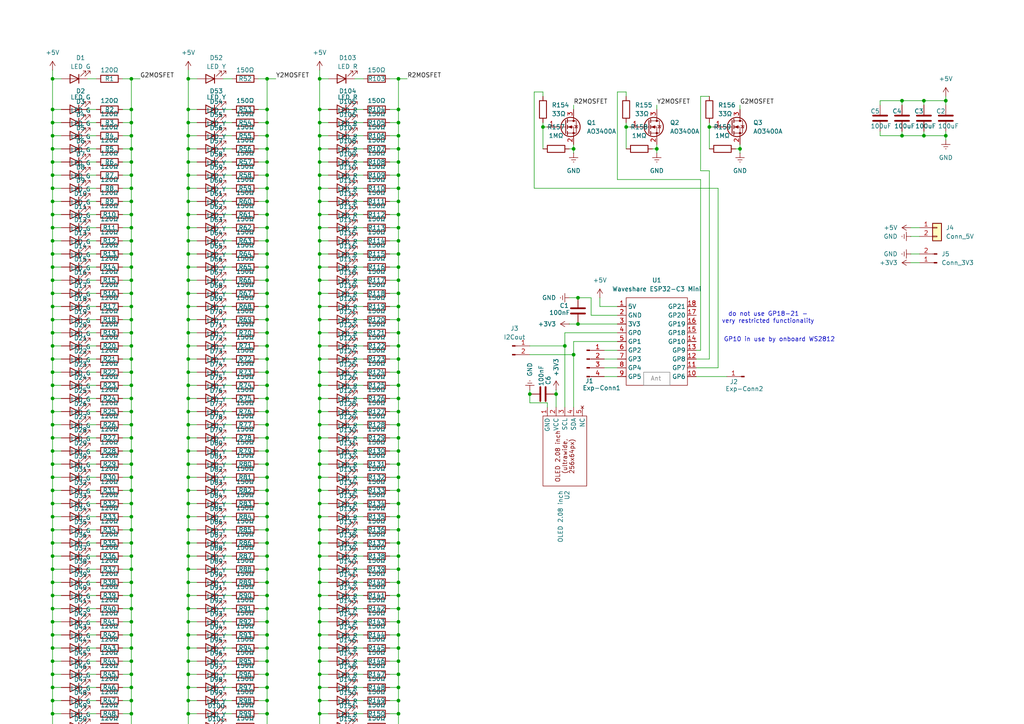
<source format=kicad_sch>
(kicad_sch (version 20231120) (generator "eeschema") (generator_version "8.0")
  (paper "A4")
  (junction (at 92.71 187.96))
  (junction (at 54.61 69.85))
  (junction (at 115.57 115.57))
  (junction (at 77.47 153.67))
  (junction (at 115.57 107.95))
  (junction (at 15.24 111.76))
  (junction (at 54.61 35.56))
  (junction (at 54.61 195.58))
  (junction (at 77.47 58.42))
  (junction (at 261.62 39.37))
  (junction (at 54.61 115.57))
  (junction (at 38.1 100.33))
  (junction (at 54.61 130.81))
  (junction (at 15.24 50.8))
  (junction (at 54.61 207.01))
  (junction (at 38.1 138.43))
  (junction (at 15.24 127))
  (junction (at 15.24 146.05))
  (junction (at 38.1 207.01))
  (junction (at 261.62 29.21))
  (junction (at 115.57 88.9))
  (junction (at 92.71 153.67))
  (junction (at 92.71 85.09))
  (junction (at 115.57 172.72))
  (junction (at 15.24 100.33))
  (junction (at 38.1 43.18))
  (junction (at 92.71 107.95))
  (junction (at 115.57 92.71))
  (junction (at 77.47 207.01))
  (junction (at 38.1 115.57))
  (junction (at 115.57 127))
  (junction (at 38.1 157.48))
  (junction (at 38.1 187.96))
  (junction (at 15.24 168.91))
  (junction (at 38.1 35.56))
  (junction (at 115.57 130.81))
  (junction (at 115.57 149.86))
  (junction (at 15.24 62.23))
  (junction (at 92.71 180.34))
  (junction (at 115.57 165.1))
  (junction (at 92.71 210.82))
  (junction (at 38.1 111.76))
  (junction (at 15.24 31.75))
  (junction (at 115.57 104.14))
  (junction (at 54.61 58.42))
  (junction (at 115.57 187.96))
  (junction (at 115.57 134.62))
  (junction (at 15.24 195.58))
  (junction (at 38.1 210.82))
  (junction (at 115.57 210.82))
  (junction (at 15.24 96.52))
  (junction (at 92.71 100.33))
  (junction (at 77.47 85.09))
  (junction (at 15.24 187.96))
  (junction (at 77.47 73.66))
  (junction (at 15.24 58.42))
  (junction (at 54.61 43.18))
  (junction (at 15.24 73.66))
  (junction (at 92.71 88.9))
  (junction (at 77.47 66.04))
  (junction (at 77.47 31.75))
  (junction (at 77.47 88.9))
  (junction (at 54.61 119.38))
  (junction (at 166.37 102.87))
  (junction (at 77.47 187.96))
  (junction (at 38.1 214.63))
  (junction (at 15.24 123.19))
  (junction (at 38.1 130.81))
  (junction (at 92.71 39.37))
  (junction (at 38.1 50.8))
  (junction (at 77.47 43.18))
  (junction (at 77.47 104.14))
  (junction (at 161.29 114.3))
  (junction (at 15.24 81.28))
  (junction (at 38.1 172.72))
  (junction (at 115.57 119.38))
  (junction (at 92.71 203.2))
  (junction (at 54.61 22.86))
  (junction (at 267.97 29.21))
  (junction (at 115.57 123.19))
  (junction (at 38.1 88.9))
  (junction (at 15.24 142.24))
  (junction (at 115.57 96.52))
  (junction (at 38.1 62.23))
  (junction (at 38.1 203.2))
  (junction (at 92.71 207.01))
  (junction (at 38.1 104.14))
  (junction (at 54.61 46.99))
  (junction (at 15.24 210.82))
  (junction (at 77.47 96.52))
  (junction (at 38.1 107.95))
  (junction (at 38.1 153.67))
  (junction (at 38.1 66.04))
  (junction (at 77.47 81.28))
  (junction (at 115.57 161.29))
  (junction (at 267.97 39.37))
  (junction (at 77.47 134.62))
  (junction (at 77.47 127))
  (junction (at 38.1 195.58))
  (junction (at 54.61 199.39))
  (junction (at 115.57 46.99))
  (junction (at 15.24 115.57))
  (junction (at 92.71 149.86))
  (junction (at 115.57 207.01))
  (junction (at 38.1 119.38))
  (junction (at 77.47 191.77))
  (junction (at 115.57 153.67))
  (junction (at 115.57 85.09))
  (junction (at 92.71 69.85))
  (junction (at 77.47 46.99))
  (junction (at 77.47 172.72))
  (junction (at 77.47 161.29))
  (junction (at 38.1 85.09))
  (junction (at 274.32 39.37))
  (junction (at 92.71 77.47))
  (junction (at 54.61 104.14))
  (junction (at 115.57 214.63))
  (junction (at 92.71 146.05))
  (junction (at 77.47 130.81))
  (junction (at 38.1 54.61))
  (junction (at 167.64 86.36))
  (junction (at 115.57 195.58))
  (junction (at 54.61 50.8))
  (junction (at 77.47 77.47))
  (junction (at 115.57 31.75))
  (junction (at 77.47 100.33))
  (junction (at 274.32 29.21))
  (junction (at 38.1 96.52))
  (junction (at 92.71 58.42))
  (junction (at 115.57 81.28))
  (junction (at 77.47 35.56))
  (junction (at 54.61 168.91))
  (junction (at 92.71 157.48))
  (junction (at 54.61 138.43))
  (junction (at 77.47 146.05))
  (junction (at 77.47 69.85))
  (junction (at 77.47 180.34))
  (junction (at 15.24 54.61))
  (junction (at 54.61 111.76))
  (junction (at 54.61 107.95))
  (junction (at 15.24 39.37))
  (junction (at 15.24 46.99))
  (junction (at 15.24 130.81))
  (junction (at 54.61 62.23))
  (junction (at 92.71 43.18))
  (junction (at 77.47 199.39))
  (junction (at 77.47 92.71))
  (junction (at 115.57 100.33))
  (junction (at 15.24 119.38))
  (junction (at 15.24 172.72))
  (junction (at 15.24 157.48))
  (junction (at 15.24 161.29))
  (junction (at 115.57 199.39))
  (junction (at 115.57 35.56))
  (junction (at 15.24 184.15))
  (junction (at 92.71 73.66))
  (junction (at 166.37 43.18))
  (junction (at 54.61 100.33))
  (junction (at 77.47 168.91))
  (junction (at 77.47 123.19))
  (junction (at 92.71 138.43))
  (junction (at 92.71 176.53))
  (junction (at 54.61 134.62))
  (junction (at 214.63 43.18))
  (junction (at 54.61 180.34))
  (junction (at 15.24 69.85))
  (junction (at 54.61 88.9))
  (junction (at 77.47 50.8))
  (junction (at 92.71 54.61))
  (junction (at 38.1 58.42))
  (junction (at 15.24 92.71))
  (junction (at 115.57 157.48))
  (junction (at 15.24 165.1))
  (junction (at 115.57 66.04))
  (junction (at 92.71 115.57))
  (junction (at 157.48 36.83))
  (junction (at 115.57 22.86))
  (junction (at 92.71 165.1))
  (junction (at 92.71 46.99))
  (junction (at 38.1 77.47))
  (junction (at 54.61 92.71))
  (junction (at 15.24 214.63))
  (junction (at 54.61 146.05))
  (junction (at 92.71 161.29))
  (junction (at 15.24 66.04))
  (junction (at 77.47 149.86))
  (junction (at 115.57 176.53))
  (junction (at 15.24 149.86))
  (junction (at 115.57 142.24))
  (junction (at 115.57 168.91))
  (junction (at 54.61 77.47))
  (junction (at 54.61 157.48))
  (junction (at 77.47 142.24))
  (junction (at 92.71 130.81))
  (junction (at 54.61 203.2))
  (junction (at 54.61 127))
  (junction (at 181.61 36.83))
  (junction (at 54.61 165.1))
  (junction (at 77.47 195.58))
  (junction (at 190.5 43.18))
  (junction (at 115.57 77.47))
  (junction (at 115.57 184.15))
  (junction (at 92.71 214.63))
  (junction (at 15.24 207.01))
  (junction (at 15.24 77.47))
  (junction (at 92.71 104.14))
  (junction (at 77.47 138.43))
  (junction (at 54.61 123.19))
  (junction (at 54.61 161.29))
  (junction (at 115.57 191.77))
  (junction (at 115.57 73.66))
  (junction (at 92.71 96.52))
  (junction (at 92.71 134.62))
  (junction (at 77.47 119.38))
  (junction (at 77.47 184.15))
  (junction (at 92.71 66.04))
  (junction (at 92.71 123.19))
  (junction (at 54.61 184.15))
  (junction (at 77.47 210.82))
  (junction (at 38.1 69.85))
  (junction (at 92.71 199.39))
  (junction (at 38.1 149.86))
  (junction (at 38.1 31.75))
  (junction (at 54.61 39.37))
  (junction (at 77.47 165.1))
  (junction (at 92.71 195.58))
  (junction (at 54.61 191.77))
  (junction (at 54.61 153.67))
  (junction (at 205.74 36.83))
  (junction (at 54.61 54.61))
  (junction (at 54.61 187.96))
  (junction (at 38.1 168.91))
  (junction (at 77.47 176.53))
  (junction (at 15.24 180.34))
  (junction (at 54.61 96.52))
  (junction (at 92.71 31.75))
  (junction (at 54.61 172.72))
  (junction (at 15.24 203.2))
  (junction (at 38.1 161.29))
  (junction (at 167.64 93.98))
  (junction (at 92.71 62.23))
  (junction (at 54.61 85.09))
  (junction (at 77.47 107.95))
  (junction (at 38.1 22.86))
  (junction (at 54.61 210.82))
  (junction (at 92.71 50.8))
  (junction (at 115.57 50.8))
  (junction (at 15.24 35.56))
  (junction (at 77.47 39.37))
  (junction (at 77.47 22.86))
  (junction (at 92.71 35.56))
  (junction (at 77.47 54.61))
  (junction (at 92.71 119.38))
  (junction (at 115.57 146.05))
  (junction (at 54.61 73.66))
  (junction (at 15.24 138.43))
  (junction (at 92.71 172.72))
  (junction (at 92.71 184.15))
  (junction (at 38.1 46.99))
  (junction (at 115.57 203.2))
  (junction (at 15.24 85.09))
  (junction (at 38.1 180.34))
  (junction (at 15.24 104.14))
  (junction (at 115.57 69.85))
  (junction (at 77.47 203.2))
  (junction (at 38.1 199.39))
  (junction (at 115.57 39.37))
  (junction (at 38.1 81.28))
  (junction (at 38.1 73.66))
  (junction (at 15.24 153.67))
  (junction (at 163.83 100.33))
  (junction (at 15.24 199.39))
  (junction (at 115.57 180.34))
  (junction (at 92.71 22.86))
  (junction (at 115.57 43.18))
  (junction (at 115.57 54.61))
  (junction (at 38.1 191.77))
  (junction (at 153.67 114.3))
  (junction (at 92.71 168.91))
  (junction (at 54.61 149.86))
  (junction (at 54.61 176.53))
  (junction (at 38.1 92.71))
  (junction (at 92.71 127))
  (junction (at 115.57 111.76))
  (junction (at 38.1 184.15))
  (junction (at 115.57 58.42))
  (junction (at 38.1 39.37))
  (junction (at 15.24 176.53))
  (junction (at 54.61 142.24))
  (junction (at 54.61 31.75))
  (junction (at 77.47 157.48))
  (junction (at 77.47 115.57))
  (junction (at 54.61 214.63))
  (junction (at 15.24 191.77))
  (junction (at 15.24 22.86))
  (junction (at 92.71 142.24))
  (junction (at 38.1 146.05))
  (junction (at 92.71 191.77))
  (junction (at 15.24 88.9))
  (junction (at 54.61 66.04))
  (junction (at 92.71 92.71))
  (junction (at 15.24 134.62))
  (junction (at 92.71 81.28))
  (junction (at 115.57 62.23))
  (junction (at 38.1 176.53))
  (junction (at 15.24 107.95))
  (junction (at 115.57 138.43))
  (junction (at 38.1 123.19))
  (junction (at 77.47 214.63))
  (junction (at 38.1 165.1))
  (junction (at 54.61 81.28))
  (junction (at 38.1 134.62))
  (junction (at 38.1 142.24))
  (junction (at 92.71 111.76))
  (junction (at 77.47 111.76))
  (junction (at 15.24 43.18))
  (junction (at 77.47 62.23))
  (junction (at 38.1 127))
  (wire (pts (xy 15.24 138.43) (xy 17.78 138.43)))
  (wire (pts (xy 38.1 31.75) (xy 35.56 31.75)))
  (wire (pts (xy 115.57 203.2) (xy 115.57 199.39)))
  (wire (pts (xy 54.61 207.01) (xy 54.61 203.2)))
  (wire (pts (xy 15.24 172.72) (xy 17.78 172.72)))
  (wire (pts (xy 64.77 207.01) (xy 67.31 207.01)))
  (wire (pts (xy 35.56 46.99) (xy 38.1 46.99)))
  (wire (pts (xy 74.93 92.71) (xy 77.47 92.71)))
  (wire (pts (xy 92.71 69.85) (xy 95.25 69.85)))
  (wire (pts (xy 92.71 123.19) (xy 95.25 123.19)))
  (wire (pts (xy 35.56 39.37) (xy 38.1 39.37)))
  (wire (pts (xy 35.56 142.24) (xy 38.1 142.24)))
  (wire (pts (xy 15.24 157.48) (xy 15.24 161.29)))
  (wire (pts (xy 15.24 96.52) (xy 15.24 92.71)))
  (wire (pts (xy 95.25 96.52) (xy 92.71 96.52)))
  (wire (pts (xy 15.24 69.85) (xy 17.78 69.85)))
  (wire (pts (xy 92.71 142.24) (xy 95.25 142.24)))
  (wire (pts (xy 102.87 22.86) (xy 105.41 22.86)))
  (wire (pts (xy 74.93 104.14) (xy 77.47 104.14)))
  (wire (pts (xy 15.24 142.24) (xy 17.78 142.24)))
  (wire (pts (xy 264.16 66.04) (xy 266.7 66.04)))
  (wire (pts (xy 77.47 104.14) (xy 77.47 100.33)))
  (wire (pts (xy 15.24 176.53) (xy 15.24 180.34)))
  (wire (pts (xy 158.75 116.84) (xy 158.75 118.11)))
  (wire (pts (xy 95.25 35.56) (xy 92.71 35.56)))
  (wire (pts (xy 92.71 73.66) (xy 95.25 73.66)))
  (wire (pts (xy 77.47 191.77) (xy 77.47 187.96)))
  (wire (pts (xy 38.1 207.01) (xy 38.1 203.2)))
  (wire (pts (xy 77.47 138.43) (xy 77.47 134.62)))
  (wire (pts (xy 113.03 62.23) (xy 115.57 62.23)))
  (wire (pts (xy 113.03 58.42) (xy 115.57 58.42)))
  (wire (pts (xy 102.87 104.14) (xy 105.41 104.14)))
  (wire (pts (xy 92.71 92.71) (xy 92.71 88.9)))
  (wire (pts (xy 64.77 96.52) (xy 67.31 96.52)))
  (wire (pts (xy 17.78 218.44) (xy 15.24 218.44)))
  (wire (pts (xy 17.78 31.75) (xy 15.24 31.75)))
  (wire (pts (xy 35.56 107.95) (xy 38.1 107.95)))
  (wire (pts (xy 102.87 207.01) (xy 105.41 207.01)))
  (wire (pts (xy 77.47 187.96) (xy 77.47 184.15)))
  (wire (pts (xy 54.61 146.05) (xy 57.15 146.05)))
  (wire (pts (xy 35.56 195.58) (xy 38.1 195.58)))
  (wire (pts (xy 102.87 149.86) (xy 105.41 149.86)))
  (wire (pts (xy 54.61 111.76) (xy 57.15 111.76)))
  (wire (pts (xy 113.03 81.28) (xy 115.57 81.28)))
  (wire (pts (xy 179.07 52.07) (xy 203.2 52.07)))
  (wire (pts (xy 77.47 39.37) (xy 77.47 35.56)))
  (wire (pts (xy 102.87 96.52) (xy 105.41 96.52)))
  (wire (pts (xy 74.93 203.2) (xy 77.47 203.2)))
  (wire (pts (xy 92.71 146.05) (xy 95.25 146.05)))
  (wire (pts (xy 15.24 195.58) (xy 17.78 195.58)))
  (wire (pts (xy 15.24 104.14) (xy 15.24 107.95)))
  (wire (pts (xy 74.93 81.28) (xy 77.47 81.28)))
  (wire (pts (xy 153.67 113.03) (xy 153.67 114.3)))
  (wire (pts (xy 25.4 73.66) (xy 27.94 73.66)))
  (wire (pts (xy 15.24 46.99) (xy 17.78 46.99)))
  (wire (pts (xy 115.57 168.91) (xy 115.57 165.1)))
  (wire (pts (xy 38.1 172.72) (xy 38.1 168.91)))
  (wire (pts (xy 102.87 187.96) (xy 105.41 187.96)))
  (wire (pts (xy 38.1 85.09) (xy 38.1 81.28)))
  (wire (pts (xy 54.61 180.34) (xy 54.61 184.15)))
  (wire (pts (xy 115.57 130.81) (xy 115.57 127)))
  (wire (pts (xy 25.4 172.72) (xy 27.94 172.72)))
  (wire (pts (xy 77.47 134.62) (xy 77.47 130.81)))
  (wire (pts (xy 64.77 85.09) (xy 67.31 85.09)))
  (wire (pts (xy 25.4 104.14) (xy 27.94 104.14)))
  (wire (pts (xy 102.87 119.38) (xy 105.41 119.38)))
  (wire (pts (xy 77.47 88.9) (xy 77.47 92.71)))
  (wire (pts (xy 77.47 62.23) (xy 77.47 66.04)))
  (wire (pts (xy 113.03 43.18) (xy 115.57 43.18)))
  (wire (pts (xy 35.56 172.72) (xy 38.1 172.72)))
  (wire (pts (xy 35.56 203.2) (xy 38.1 203.2)))
  (wire (pts (xy 115.57 207.01) (xy 115.57 203.2)))
  (wire (pts (xy 102.87 85.09) (xy 105.41 85.09)))
  (wire (pts (xy 92.71 66.04) (xy 92.71 69.85)))
  (wire (pts (xy 261.62 38.1) (xy 261.62 39.37)))
  (wire (pts (xy 102.87 165.1) (xy 105.41 165.1)))
  (wire (pts (xy 92.71 58.42) (xy 95.25 58.42)))
  (wire (pts (xy 113.03 127) (xy 115.57 127)))
  (wire (pts (xy 38.1 62.23) (xy 38.1 58.42)))
  (wire (pts (xy 115.57 58.42) (xy 115.57 54.61)))
  (wire (pts (xy 38.1 54.61) (xy 38.1 50.8)))
  (wire (pts (xy 54.61 157.48) (xy 57.15 157.48)))
  (wire (pts (xy 38.1 46.99) (xy 38.1 43.18)))
  (wire (pts (xy 74.93 73.66) (xy 77.47 73.66)))
  (wire (pts (xy 54.61 46.99) (xy 57.15 46.99)))
  (wire (pts (xy 15.24 54.61) (xy 17.78 54.61)))
  (wire (pts (xy 190.5 43.18) (xy 190.5 44.45)))
  (wire (pts (xy 113.03 77.47) (xy 115.57 77.47)))
  (wire (pts (xy 153.67 100.33) (xy 163.83 100.33)))
  (wire (pts (xy 113.03 115.57) (xy 115.57 115.57)))
  (wire (pts (xy 74.93 168.91) (xy 77.47 168.91)))
  (wire (pts (xy 171.45 91.44) (xy 179.07 91.44)))
  (wire (pts (xy 64.77 22.86) (xy 67.31 22.86)))
  (wire (pts (xy 208.28 54.61) (xy 154.94 54.61)))
  (wire (pts (xy 102.87 161.29) (xy 105.41 161.29)))
  (wire (pts (xy 38.1 142.24) (xy 38.1 138.43)))
  (wire (pts (xy 92.71 39.37) (xy 95.25 39.37)))
  (wire (pts (xy 175.26 106.68) (xy 179.07 106.68)))
  (wire (pts (xy 115.57 69.85) (xy 115.57 66.04)))
  (wire (pts (xy 77.47 22.86) (xy 77.47 31.75)))
  (wire (pts (xy 25.4 184.15) (xy 27.94 184.15)))
  (wire (pts (xy 115.57 88.9) (xy 115.57 92.71)))
  (wire (pts (xy 25.4 81.28) (xy 27.94 81.28)))
  (wire (pts (xy 54.61 176.53) (xy 54.61 180.34)))
  (wire (pts (xy 54.61 39.37) (xy 57.15 39.37)))
  (wire (pts (xy 102.87 100.33) (xy 105.41 100.33)))
  (wire (pts (xy 35.56 66.04) (xy 38.1 66.04)))
  (wire (pts (xy 54.61 142.24) (xy 57.15 142.24)))
  (wire (pts (xy 38.1 184.15) (xy 38.1 180.34)))
  (wire (pts (xy 92.71 100.33) (xy 92.71 96.52)))
  (wire (pts (xy 38.1 218.44) (xy 38.1 214.63)))
  (wire (pts (xy 64.77 130.81) (xy 67.31 130.81)))
  (wire (pts (xy 77.47 168.91) (xy 77.47 165.1)))
  (wire (pts (xy 54.61 69.85) (xy 57.15 69.85)))
  (wire (pts (xy 74.93 39.37) (xy 77.47 39.37)))
  (wire (pts (xy 54.61 31.75) (xy 54.61 35.56)))
  (wire (pts (xy 35.56 54.61) (xy 38.1 54.61)))
  (wire (pts (xy 54.61 138.43) (xy 54.61 142.24)))
  (wire (pts (xy 115.57 187.96) (xy 115.57 184.15)))
  (wire (pts (xy 102.87 62.23) (xy 105.41 62.23)))
  (wire (pts (xy 15.24 77.47) (xy 15.24 81.28)))
  (wire (pts (xy 25.4 149.86) (xy 27.94 149.86)))
  (wire (pts (xy 113.03 180.34) (xy 115.57 180.34)))
  (wire (pts (xy 17.78 96.52) (xy 15.24 96.52)))
  (wire (pts (xy 35.56 43.18) (xy 38.1 43.18)))
  (wire (pts (xy 64.77 77.47) (xy 67.31 77.47)))
  (wire (pts (xy 15.24 39.37) (xy 17.78 39.37)))
  (wire (pts (xy 205.74 104.14) (xy 201.93 104.14)))
  (wire (pts (xy 113.03 157.48) (xy 115.57 157.48)))
  (wire (pts (xy 77.47 157.48) (xy 77.47 153.67)))
  (wire (pts (xy 15.24 210.82) (xy 15.24 207.01)))
  (wire (pts (xy 113.03 203.2) (xy 115.57 203.2)))
  (wire (pts (xy 38.1 22.86) (xy 40.64 22.86)))
  (wire (pts (xy 115.57 134.62) (xy 115.57 130.81)))
  (wire (pts (xy 115.57 157.48) (xy 115.57 153.67)))
  (wire (pts (xy 92.71 50.8) (xy 95.25 50.8)))
  (wire (pts (xy 92.71 214.63) (xy 92.71 210.82)))
  (wire (pts (xy 15.24 168.91) (xy 15.24 172.72)))
  (wire (pts (xy 113.03 123.19) (xy 115.57 123.19)))
  (wire (pts (xy 64.77 165.1) (xy 67.31 165.1)))
  (wire (pts (xy 201.93 109.22) (xy 210.82 109.22)))
  (wire (pts (xy 102.87 111.76) (xy 105.41 111.76)))
  (wire (pts (xy 92.71 66.04) (xy 95.25 66.04)))
  (wire (pts (xy 38.1 35.56) (xy 38.1 31.75)))
  (wire (pts (xy 35.56 88.9) (xy 38.1 88.9)))
  (wire (pts (xy 92.71 176.53) (xy 95.25 176.53)))
  (wire (pts (xy 38.1 199.39) (xy 38.1 195.58)))
  (wire (pts (xy 15.24 88.9) (xy 15.24 85.09)))
  (wire (pts (xy 77.47 130.81) (xy 77.47 127)))
  (wire (pts (xy 35.56 69.85) (xy 38.1 69.85)))
  (wire (pts (xy 261.62 29.21) (xy 261.62 30.48)))
  (wire (pts (xy 115.57 138.43) (xy 115.57 134.62)))
  (wire (pts (xy 115.57 50.8) (xy 115.57 46.99)))
  (wire (pts (xy 25.4 62.23) (xy 27.94 62.23)))
  (wire (pts (xy 15.24 203.2) (xy 15.24 199.39)))
  (wire (pts (xy 64.77 123.19) (xy 67.31 123.19)))
  (wire (pts (xy 189.23 43.18) (xy 190.5 43.18)))
  (wire (pts (xy 15.24 81.28) (xy 17.78 81.28)))
  (wire (pts (xy 181.61 36.83) (xy 181.61 43.18)))
  (wire (pts (xy 54.61 104.14) (xy 54.61 100.33)))
  (wire (pts (xy 64.77 157.48) (xy 67.31 157.48)))
  (wire (pts (xy 113.03 46.99) (xy 115.57 46.99)))
  (wire (pts (xy 115.57 161.29) (xy 115.57 157.48)))
  (wire (pts (xy 113.03 134.62) (xy 115.57 134.62)))
  (wire (pts (xy 54.61 130.81) (xy 57.15 130.81)))
  (wire (pts (xy 92.71 210.82) (xy 92.71 207.01)))
  (wire (pts (xy 115.57 172.72) (xy 115.57 168.91)))
  (wire (pts (xy 115.57 96.52) (xy 115.57 92.71)))
  (wire (pts (xy 113.03 35.56) (xy 115.57 35.56)))
  (wire (pts (xy 77.47 184.15) (xy 77.47 180.34)))
  (wire (pts (xy 35.56 130.81) (xy 38.1 130.81)))
  (wire (pts (xy 113.03 184.15) (xy 115.57 184.15)))
  (wire (pts (xy 64.77 195.58) (xy 67.31 195.58)))
  (wire (pts (xy 15.24 218.44) (xy 15.24 214.63)))
  (wire (pts (xy 15.24 107.95) (xy 17.78 107.95)))
  (wire (pts (xy 15.24 107.95) (xy 15.24 111.76)))
  (wire (pts (xy 115.57 22.86) (xy 118.11 22.86)))
  (wire (pts (xy 57.15 85.09) (xy 54.61 85.09)))
  (wire (pts (xy 38.1 191.77) (xy 38.1 187.96)))
  (wire (pts (xy 15.24 58.42) (xy 15.24 62.23)))
  (wire (pts (xy 15.24 104.14) (xy 15.24 100.33)))
  (wire (pts (xy 54.61 168.91) (xy 54.61 172.72)))
  (wire (pts (xy 77.47 54.61) (xy 77.47 50.8)))
  (wire (pts (xy 25.4 203.2) (xy 27.94 203.2)))
  (wire (pts (xy 35.56 119.38) (xy 38.1 119.38)))
  (wire (pts (xy 64.77 199.39) (xy 67.31 199.39)))
  (wire (pts (xy 15.24 58.42) (xy 17.78 58.42)))
  (wire (pts (xy 92.71 149.86) (xy 95.25 149.86)))
  (wire (pts (xy 54.61 54.61) (xy 57.15 54.61)))
  (wire (pts (xy 113.03 168.91) (xy 115.57 168.91)))
  (wire (pts (xy 25.4 207.01) (xy 27.94 207.01)))
  (wire (pts (xy 54.61 127) (xy 54.61 130.81)))
  (wire (pts (xy 25.4 58.42) (xy 27.94 58.42)))
  (wire (pts (xy 64.77 187.96) (xy 67.31 187.96)))
  (wire (pts (xy 35.56 50.8) (xy 38.1 50.8)))
  (wire (pts (xy 92.71 62.23) (xy 92.71 66.04)))
  (wire (pts (xy 54.61 180.34) (xy 57.15 180.34)))
  (wire (pts (xy 64.77 66.04) (xy 67.31 66.04)))
  (wire (pts (xy 74.93 35.56) (xy 77.47 35.56)))
  (wire (pts (xy 77.47 22.86) (xy 80.01 22.86)))
  (wire (pts (xy 54.61 22.86) (xy 54.61 20.32)))
  (wire (pts (xy 77.47 96.52) (xy 77.47 92.71)))
  (wire (pts (xy 64.77 46.99) (xy 67.31 46.99)))
  (wire (pts (xy 25.4 153.67) (xy 27.94 153.67)))
  (wire (pts (xy 74.93 207.01) (xy 77.47 207.01)))
  (wire (pts (xy 102.87 88.9) (xy 105.41 88.9)))
  (wire (pts (xy 15.24 184.15) (xy 15.24 187.96)))
  (wire (pts (xy 165.1 43.18) (xy 166.37 43.18)))
  (wire (pts (xy 15.24 39.37) (xy 15.24 43.18)))
  (wire (pts (xy 113.03 218.44) (xy 115.57 218.44)))
  (wire (pts (xy 15.24 187.96) (xy 15.24 191.77)))
  (wire (pts (xy 115.57 104.14) (xy 115.57 100.33)))
  (wire (pts (xy 25.4 161.29) (xy 27.94 161.29)))
  (wire (pts (xy 17.78 92.71) (xy 15.24 92.71)))
  (wire (pts (xy 38.1 157.48) (xy 38.1 153.67)))
  (wire (pts (xy 115.57 119.38) (xy 115.57 115.57)))
  (wire (pts (xy 92.71 54.61) (xy 92.71 58.42)))
  (wire (pts (xy 15.24 191.77) (xy 15.24 195.58)))
  (wire (pts (xy 115.57 73.66) (xy 115.57 69.85)))
  (wire (pts (xy 35.56 62.23) (xy 38.1 62.23)))
  (wire (pts (xy 57.15 214.63) (xy 54.61 214.63)))
  (wire (pts (xy 38.1 39.37) (xy 38.1 35.56)))
  (wire (pts (xy 57.15 35.56) (xy 54.61 35.56)))
  (wire (pts (xy 74.93 138.43) (xy 77.47 138.43)))
  (wire (pts (xy 17.78 88.9) (xy 15.24 88.9)))
  (wire (pts (xy 115.57 111.76) (xy 115.57 107.95)))
  (wire (pts (xy 64.77 69.85) (xy 67.31 69.85)))
  (wire (pts (xy 54.61 66.04) (xy 54.61 69.85)))
  (wire (pts (xy 113.03 187.96) (xy 115.57 187.96)))
  (wire (pts (xy 64.77 210.82) (xy 67.31 210.82)))
  (wire (pts (xy 54.61 73.66) (xy 57.15 73.66)))
  (wire (pts (xy 77.47 58.42) (xy 77.47 54.61)))
  (wire (pts (xy 92.71 134.62) (xy 92.71 138.43)))
  (wire (pts (xy 92.71 50.8) (xy 92.71 54.61)))
  (wire (pts (xy 38.1 58.42) (xy 38.1 54.61)))
  (wire (pts (xy 77.47 77.47) (xy 77.47 73.66)))
  (wire (pts (xy 74.93 130.81) (xy 77.47 130.81)))
  (wire (pts (xy 74.93 199.39) (xy 77.47 199.39)))
  (wire (pts (xy 115.57 153.67) (xy 115.57 149.86)))
  (wire (pts (xy 54.61 187.96) (xy 57.15 187.96)))
  (wire (pts (xy 35.56 111.76) (xy 38.1 111.76)))
  (wire (pts (xy 54.61 203.2) (xy 54.61 199.39)))
  (wire (pts (xy 25.4 77.47) (xy 27.94 77.47)))
  (wire (pts (xy 15.24 161.29) (xy 15.24 165.1)))
  (wire (pts (xy 203.2 49.53) (xy 205.74 49.53)))
  (wire (pts (xy 77.47 146.05) (xy 77.47 142.24)))
  (wire (pts (xy 115.57 199.39) (xy 115.57 195.58)))
  (wire (pts (xy 15.24 184.15) (xy 17.78 184.15)))
  (wire (pts (xy 92.71 107.95) (xy 95.25 107.95)))
  (wire (pts (xy 38.1 43.18) (xy 38.1 39.37)))
  (wire (pts (xy 115.57 107.95) (xy 115.57 104.14)))
  (wire (pts (xy 38.1 210.82) (xy 38.1 207.01)))
  (wire (pts (xy 74.93 111.76) (xy 77.47 111.76)))
  (wire (pts (xy 113.03 138.43) (xy 115.57 138.43)))
  (wire (pts (xy 25.4 85.09) (xy 27.94 85.09)))
  (wire (pts (xy 54.61 210.82) (xy 54.61 207.01)))
  (wire (pts (xy 35.56 168.91) (xy 38.1 168.91)))
  (wire (pts (xy 205.74 49.53) (xy 205.74 104.14)))
  (wire (pts (xy 17.78 104.14) (xy 15.24 104.14)))
  (wire (pts (xy 102.87 92.71) (xy 105.41 92.71)))
  (wire (pts (xy 214.63 30.48) (xy 214.63 31.75)))
  (wire (pts (xy 38.1 115.57) (xy 38.1 111.76)))
  (wire (pts (xy 64.77 138.43) (xy 67.31 138.43)))
  (wire (pts (xy 102.87 123.19) (xy 105.41 123.19)))
  (wire (pts (xy 77.47 161.29) (xy 77.47 157.48)))
  (wire (pts (xy 17.78 22.86) (xy 15.24 22.86)))
  (wire (pts (xy 38.1 107.95) (xy 38.1 104.14)))
  (wire (pts (xy 77.47 180.34) (xy 77.47 176.53)))
  (wire (pts (xy 102.87 127) (xy 105.41 127)))
  (wire (pts (xy 115.57 54.61) (xy 115.57 50.8)))
  (wire (pts (xy 15.24 66.04) (xy 17.78 66.04)))
  (wire (pts (xy 17.78 207.01) (xy 15.24 207.01)))
  (wire (pts (xy 157.48 36.83) (xy 157.48 43.18)))
  (wire (pts (xy 115.57 184.15) (xy 115.57 180.34)))
  (wire (pts (xy 92.71 69.85) (xy 92.71 73.66)))
  (wire (pts (xy 15.24 100.33) (xy 15.24 96.52)))
  (wire (pts (xy 54.61 138.43) (xy 57.15 138.43)))
  (wire (pts (xy 74.93 107.95) (xy 77.47 107.95)))
  (wire (pts (xy 54.61 43.18) (xy 57.15 43.18)))
  (wire (pts (xy 54.61 50.8) (xy 57.15 50.8)))
  (wire (pts (xy 95.25 214.63) (xy 92.71 214.63)))
  (wire (pts (xy 35.56 218.44) (xy 38.1 218.44)))
  (wire (pts (xy 54.61 187.96) (xy 54.61 191.77)))
  (wire (pts (xy 77.47 62.23) (xy 77.47 58.42)))
  (wire (pts (xy 77.47 165.1) (xy 77.47 161.29)))
  (wire (pts (xy 264.16 76.2) (xy 266.7 76.2)))
  (wire (pts (xy 15.24 43.18) (xy 17.78 43.18)))
  (wire (pts (xy 64.77 172.72) (xy 67.31 172.72)))
  (wire (pts (xy 115.57 62.23) (xy 115.57 66.04)))
  (wire (pts (xy 25.4 138.43) (xy 27.94 138.43)))
  (wire (pts (xy 213.36 43.18) (xy 214.63 43.18)))
  (wire (pts (xy 15.24 62.23) (xy 17.78 62.23)))
  (wire (pts (xy 57.15 207.01) (xy 54.61 207.01)))
  (wire (pts (xy 102.87 210.82) (xy 105.41 210.82)))
  (wire (pts (xy 166.37 30.48) (xy 166.37 31.75)))
  (wire (pts (xy 92.71 130.81) (xy 92.71 134.62)))
  (wire (pts (xy 77.47 127) (xy 77.47 123.19)))
  (wire (pts (xy 102.87 191.77) (xy 105.41 191.77)))
  (wire (pts (xy 25.4 46.99) (xy 27.94 46.99)))
  (wire (pts (xy 175.26 104.14) (xy 179.07 104.14)))
  (wire (pts (xy 54.61 73.66) (xy 54.61 77.47)))
  (wire (pts (xy 15.24 73.66) (xy 15.24 77.47)))
  (wire (pts (xy 102.87 107.95) (xy 105.41 107.95)))
  (wire (pts (xy 113.03 130.81) (xy 115.57 130.81)))
  (wire (pts (xy 35.56 85.09) (xy 38.1 85.09)))
  (wire (pts (xy 95.25 31.75) (xy 92.71 31.75)))
  (wire (pts (xy 15.24 62.23) (xy 15.24 66.04)))
  (wire (pts (xy 38.1 123.19) (xy 38.1 119.38)))
  (wire (pts (xy 35.56 180.34) (xy 38.1 180.34)))
  (wire (pts (xy 113.03 92.71) (xy 115.57 92.71)))
  (wire (pts (xy 92.71 199.39) (xy 95.25 199.39)))
  (wire (pts (xy 25.4 54.61) (xy 27.94 54.61)))
  (wire (pts (xy 25.4 180.34) (xy 27.94 180.34)))
  (wire (pts (xy 74.93 50.8) (xy 77.47 50.8)))
  (wire (pts (xy 115.57 22.86) (xy 115.57 31.75)))
  (wire (pts (xy 102.87 58.42) (xy 105.41 58.42)))
  (wire (pts (xy 54.61 31.75) (xy 54.61 22.86)))
  (wire (pts (xy 38.1 165.1) (xy 38.1 161.29)))
  (wire (pts (xy 115.57 100.33) (xy 115.57 96.52)))
  (wire (pts (xy 92.71 127) (xy 95.25 127)))
  (wire (pts (xy 15.24 168.91) (xy 17.78 168.91)))
  (wire (pts (xy 25.4 50.8) (xy 27.94 50.8)))
  (wire (pts (xy 102.87 81.28) (xy 105.41 81.28)))
  (wire (pts (xy 166.37 43.18) (xy 166.37 44.45)))
  (wire (pts (xy 35.56 100.33) (xy 38.1 100.33)))
  (wire (pts (xy 54.61 35.56) (xy 54.61 39.37)))
  (wire (pts (xy 35.56 153.67) (xy 38.1 153.67)))
  (wire (pts (xy 74.93 176.53) (xy 77.47 176.53)))
  (wire (pts (xy 261.62 29.21) (xy 267.97 29.21)))
  (wire (pts (xy 77.47 210.82) (xy 77.47 207.01)))
  (wire (pts (xy 25.4 134.62) (xy 27.94 134.62)))
  (wire (pts (xy 102.87 46.99) (xy 105.41 46.99)))
  (wire (pts (xy 15.24 130.81) (xy 17.78 130.81)))
  (wire (pts (xy 113.03 176.53) (xy 115.57 176.53)))
  (wire (pts (xy 113.03 104.14) (xy 115.57 104.14)))
  (wire (pts (xy 274.32 29.21) (xy 274.32 27.94)))
  (wire (pts (xy 92.71 77.47) (xy 92.71 81.28)))
  (wire (pts (xy 35.56 92.71) (xy 38.1 92.71)))
  (wire (pts (xy 115.57 214.63) (xy 115.57 210.82)))
  (wire (pts (xy 74.93 127) (xy 77.47 127)))
  (wire (pts (xy 25.4 210.82) (xy 27.94 210.82)))
  (wire (pts (xy 171.45 86.36) (xy 171.45 91.44)))
  (wire (pts (xy 205.74 36.83) (xy 205.74 43.18)))
  (wire (pts (xy 166.37 102.87) (xy 166.37 118.11)))
  (wire (pts (xy 25.4 214.63) (xy 27.94 214.63)))
  (wire (pts (xy 95.25 92.71) (xy 92.71 92.71)))
  (wire (pts (xy 57.15 104.14) (xy 54.61 104.14)))
  (wire (pts (xy 102.87 43.18) (xy 105.41 43.18)))
  (wire (pts (xy 38.1 119.38) (xy 38.1 115.57)))
  (wire (pts (xy 54.61 191.77) (xy 54.61 195.58)))
  (wire (pts (xy 113.03 107.95) (xy 115.57 107.95)))
  (wire (pts (xy 54.61 81.28) (xy 57.15 81.28)))
  (wire (pts (xy 38.1 153.67) (xy 38.1 149.86)))
  (wire (pts (xy 35.56 149.86) (xy 38.1 149.86)))
  (wire (pts (xy 35.56 184.15) (xy 38.1 184.15)))
  (wire (pts (xy 54.61 153.67) (xy 54.61 157.48)))
  (wire (pts (xy 92.71 119.38) (xy 92.71 123.19)))
  (wire (pts (xy 161.29 113.03) (xy 161.29 114.3)))
  (wire (pts (xy 203.2 101.6) (xy 203.2 52.07)))
  (wire (pts (xy 208.28 106.68) (xy 208.28 54.61)))
  (wire (pts (xy 77.47 199.39) (xy 77.47 195.58)))
  (wire (pts (xy 35.56 22.86) (xy 38.1 22.86)))
  (wire (pts (xy 74.93 77.47) (xy 77.47 77.47)))
  (wire (pts (xy 115.57 195.58) (xy 115.57 191.77)))
  (wire (pts (xy 64.77 203.2) (xy 67.31 203.2)))
  (wire (pts (xy 54.61 66.04) (xy 57.15 66.04)))
  (wire (pts (xy 54.61 115.57) (xy 57.15 115.57)))
  (wire (pts (xy 54.61 50.8) (xy 54.61 54.61)))
  (wire (pts (xy 15.24 119.38) (xy 15.24 123.19)))
  (wire (pts (xy 64.77 180.34) (xy 67.31 180.34)))
  (wire (pts (xy 267.97 38.1) (xy 267.97 39.37)))
  (wire (pts (xy 64.77 176.53) (xy 67.31 176.53)))
  (wire (pts (xy 77.47 218.44) (xy 77.47 214.63)))
  (wire (pts (xy 77.47 203.2) (xy 77.47 199.39)))
  (wire (pts (xy 74.93 180.34) (xy 77.47 180.34)))
  (wire (pts (xy 64.77 81.28) (xy 67.31 81.28)))
  (wire (pts (xy 15.24 149.86) (xy 15.24 153.67)))
  (wire (pts (xy 113.03 165.1) (xy 115.57 165.1)))
  (wire (pts (xy 255.27 39.37) (xy 261.62 39.37)))
  (wire (pts (xy 167.64 93.98) (xy 179.07 93.98)))
  (wire (pts (xy 74.93 161.29) (xy 77.47 161.29)))
  (wire (pts (xy 92.71 168.91) (xy 95.25 168.91)))
  (wire (pts (xy 15.24 146.05) (xy 17.78 146.05)))
  (wire (pts (xy 102.87 138.43) (xy 105.41 138.43)))
  (wire (pts (xy 15.24 146.05) (xy 15.24 149.86)))
  (wire (pts (xy 35.56 165.1) (xy 38.1 165.1)))
  (wire (pts (xy 15.24 31.75) (xy 15.24 22.86)))
  (wire (pts (xy 77.47 214.63) (xy 77.47 210.82)))
  (wire (pts (xy 167.64 86.36) (xy 171.45 86.36)))
  (wire (pts (xy 92.71 172.72) (xy 95.25 172.72)))
  (wire (pts (xy 15.24 85.09) (xy 15.24 81.28)))
  (wire (pts (xy 157.48 36.83) (xy 158.75 36.83)))
  (wire (pts (xy 102.87 130.81) (xy 105.41 130.81)))
  (wire (pts (xy 92.71 85.09) (xy 92.71 81.28)))
  (wire (pts (xy 102.87 153.67) (xy 105.41 153.67)))
  (wire (pts (xy 54.61 199.39) (xy 57.15 199.39)))
  (wire (pts (xy 15.24 157.48) (xy 17.78 157.48)))
  (wire (pts (xy 115.57 123.19) (xy 115.57 119.38)))
  (wire (pts (xy 57.15 100.33) (xy 54.61 100.33)))
  (wire (pts (xy 115.57 142.24) (xy 115.57 138.43)))
  (wire (pts (xy 38.1 127) (xy 38.1 123.19)))
  (wire (pts (xy 38.1 187.96) (xy 38.1 184.15)))
  (wire (pts (xy 92.71 58.42) (xy 92.71 62.23)))
  (wire (pts (xy 17.78 100.33) (xy 15.24 100.33)))
  (wire (pts (xy 102.87 199.39) (xy 105.41 199.39)))
  (wire (pts (xy 190.5 30.48) (xy 190.5 31.75)))
  (wire (pts (xy 102.87 203.2) (xy 105.41 203.2)))
  (wire (pts (xy 113.03 66.04) (xy 115.57 66.04)))
  (wire (pts (xy 92.71 165.1) (xy 92.71 168.91)))
  (wire (pts (xy 38.1 134.62) (xy 38.1 130.81)))
  (wire (pts (xy 25.4 111.76) (xy 27.94 111.76)))
  (wire (pts (xy 15.24 165.1) (xy 15.24 168.91)))
  (wire (pts (xy 77.47 172.72) (xy 77.47 168.91)))
  (wire (pts (xy 175.26 101.6) (xy 179.07 101.6)))
  (wire (pts (xy 115.57 31.75) (xy 113.03 31.75)))
  (wire (pts (xy 15.24 142.24) (xy 15.24 146.05)))
  (wire (pts (xy 74.93 191.77) (xy 77.47 191.77)))
  (wire (pts (xy 64.77 73.66) (xy 67.31 73.66)))
  (wire (pts (xy 102.87 176.53) (xy 105.41 176.53)))
  (wire (pts (xy 38.1 161.29) (xy 38.1 157.48)))
  (wire (pts (xy 54.61 172.72) (xy 57.15 172.72)))
  (wire (pts (xy 102.87 168.91) (xy 105.41 168.91)))
  (wire (pts (xy 74.93 115.57) (xy 77.47 115.57)))
  (wire (pts (xy 255.27 30.48) (xy 255.27 29.21)))
  (wire (pts (xy 92.71 31.75) (xy 92.71 22.86)))
  (wire (pts (xy 64.77 43.18) (xy 67.31 43.18)))
  (wire (pts (xy 74.93 58.42) (xy 77.47 58.42)))
  (wire (pts (xy 54.61 214.63) (xy 54.61 210.82)))
  (wire (pts (xy 64.77 58.42) (xy 67.31 58.42)))
  (wire (pts (xy 54.61 96.52) (xy 54.61 92.71)))
  (wire (pts (xy 95.25 22.86) (xy 92.71 22.86)))
  (wire (pts (xy 17.78 35.56) (xy 15.24 35.56)))
  (wire (pts (xy 113.03 54.61) (xy 115.57 54.61)))
  (wire (pts (xy 92.71 54.61) (xy 95.25 54.61)))
  (wire (pts (xy 64.77 127) (xy 67.31 127)))
  (wire (pts (xy 165.1 93.98) (xy 167.64 93.98)))
  (wire (pts (xy 95.25 203.2) (xy 92.71 203.2)))
  (wire (pts (xy 102.87 180.34) (xy 105.41 180.34)))
  (wire (pts (xy 64.77 191.77) (xy 67.31 191.77)))
  (wire (pts (xy 17.78 214.63) (xy 15.24 214.63)))
  (wire (pts (xy 205.74 27.94) (xy 203.2 27.94)))
  (wire (pts (xy 15.24 123.19) (xy 17.78 123.19)))
  (wire (pts (xy 25.4 69.85) (xy 27.94 69.85)))
  (wire (pts (xy 102.87 172.72) (xy 105.41 172.72)))
  (wire (pts (xy 35.56 127) (xy 38.1 127)))
  (wire (pts (xy 92.71 134.62) (xy 95.25 134.62)))
  (wire (pts (xy 74.93 187.96) (xy 77.47 187.96)))
  (wire (pts (xy 92.71 157.48) (xy 92.71 161.29)))
  (wire (pts (xy 92.71 207.01) (xy 92.71 203.2)))
  (wire (pts (xy 15.24 92.71) (xy 15.24 88.9)))
  (wire (pts (xy 25.4 88.9) (xy 27.94 88.9)))
  (wire (pts (xy 54.61 176.53) (xy 57.15 176.53)))
  (wire (pts (xy 92.71 176.53) (xy 92.71 180.34)))
  (wire (pts (xy 113.03 96.52) (xy 115.57 96.52)))
  (wire (pts (xy 74.93 54.61) (xy 77.47 54.61)))
  (wire (pts (xy 15.24 130.81) (xy 15.24 134.62)))
  (wire (pts (xy 15.24 111.76) (xy 15.24 115.57)))
  (wire (pts (xy 115.57 176.53) (xy 115.57 172.72)))
  (wire (pts (xy 92.71 119.38) (xy 95.25 119.38)))
  (wire (pts (xy 115.57 85.09) (xy 115.57 81.28)))
  (wire (pts (xy 54.61 43.18) (xy 54.61 46.99)))
  (wire (pts (xy 54.61 58.42) (xy 54.61 62.23)))
  (wire (pts (xy 15.24 207.01) (xy 15.24 203.2)))
  (wire (pts (xy 54.61 191.77) (xy 57.15 191.77)))
  (wire (pts (xy 77.47 149.86) (xy 77.47 146.05)))
  (wire (pts (xy 15.24 214.63) (xy 15.24 210.82)))
  (wire (pts (xy 77.47 195.58) (xy 77.47 191.77)))
  (wire (pts (xy 57.15 210.82) (xy 54.61 210.82)))
  (wire (pts (xy 77.47 115.57) (xy 77.47 111.76)))
  (wire (pts (xy 25.4 157.48) (xy 27.94 157.48)))
  (wire (pts (xy 163.83 96.52) (xy 179.07 96.52)))
  (wire (pts (xy 17.78 203.2) (xy 15.24 203.2)))
  (wire (pts (xy 92.71 149.86) (xy 92.71 153.67)))
  (wire (pts (xy 113.03 195.58) (xy 115.57 195.58)))
  (wire (pts (xy 38.1 168.91) (xy 38.1 165.1)))
  (wire (pts (xy 175.26 109.22) (xy 179.07 109.22)))
  (wire (pts (xy 113.03 153.67) (xy 115.57 153.67)))
  (wire (pts (xy 113.03 146.05) (xy 115.57 146.05)))
  (wire (pts (xy 77.47 73.66) (xy 77.47 69.85)))
  (wire (pts (xy 115.57 218.44) (xy 115.57 214.63)))
  (wire (pts (xy 15.24 187.96) (xy 17.78 187.96)))
  (wire (pts (xy 74.93 172.72) (xy 77.47 172.72)))
  (wire (pts (xy 74.93 134.62) (xy 77.47 134.62)))
  (wire (pts (xy 74.93 119.38) (xy 77.47 119.38)))
  (wire (pts (xy 54.61 161.29) (xy 54.61 165.1)))
  (wire (pts (xy 38.1 195.58) (xy 38.1 191.77)))
  (wire (pts (xy 64.77 100.33) (xy 67.31 100.33)))
  (wire (pts (xy 115.57 88.9) (xy 115.57 85.09)))
  (wire (pts (xy 113.03 172.72) (xy 115.57 172.72)))
  (wire (pts (xy 102.87 134.62) (xy 105.41 134.62)))
  (wire (pts (xy 25.4 199.39) (xy 27.94 199.39)))
  (wire (pts (xy 15.24 165.1) (xy 17.78 165.1)))
  (wire (pts (xy 15.24 115.57) (xy 17.78 115.57)))
  (wire (pts (xy 64.77 161.29) (xy 67.31 161.29)))
  (wire (pts (xy 153.67 102.87) (xy 166.37 102.87)))
  (wire (pts (xy 25.4 195.58) (xy 27.94 195.58)))
  (wire (pts (xy 77.47 50.8) (xy 77.47 46.99)))
  (wire (pts (xy 92.71 142.24) (xy 92.71 146.05)))
  (wire (pts (xy 15.24 66.04) (xy 15.24 69.85)))
  (wire (pts (xy 102.87 157.48) (xy 105.41 157.48)))
  (wire (pts (xy 190.5 41.91) (xy 190.5 43.18)))
  (wire (pts (xy 64.77 39.37) (xy 67.31 39.37)))
  (wire (pts (xy 92.71 81.28) (xy 95.25 81.28)))
  (wire (pts (xy 77.47 119.38) (xy 77.47 115.57)))
  (wire (pts (xy 113.03 161.29) (xy 115.57 161.29)))
  (wire (pts (xy 38.1 130.81) (xy 38.1 127)))
  (wire (pts (xy 25.4 100.33) (xy 27.94 100.33)))
  (wire (pts (xy 25.4 43.18) (xy 27.94 43.18)))
  (wire (pts (xy 54.61 54.61) (xy 54.61 58.42)))
  (wire (pts (xy 74.93 214.63) (xy 77.47 214.63)))
  (wire (pts (xy 163.83 118.11) (xy 163.83 100.33)))
  (wire (pts (xy 38.1 149.86) (xy 38.1 146.05)))
  (wire (pts (xy 74.93 85.09) (xy 77.47 85.09)))
  (wire (pts (xy 25.4 115.57) (xy 27.94 115.57)))
  (wire (pts (xy 95.25 104.14) (xy 92.71 104.14)))
  (wire (pts (xy 92.71 127) (xy 92.71 130.81)))
  (wire (pts (xy 113.03 142.24) (xy 115.57 142.24)))
  (wire (pts (xy 113.03 39.37) (xy 115.57 39.37)))
  (wire (pts (xy 113.03 149.86) (xy 115.57 149.86)))
  (wire (pts (xy 38.1 138.43) (xy 38.1 134.62)))
  (wire (pts (xy 38.1 69.85) (xy 38.1 66.04)))
  (wire (pts (xy 95.25 88.9) (xy 92.71 88.9)))
  (wire (pts (xy 92.71 153.67) (xy 95.25 153.67)))
  (wire (pts (xy 92.71 168.91) (xy 92.71 172.72)))
  (wire (pts (xy 25.4 142.24) (xy 27.94 142.24)))
  (wire (pts (xy 113.03 100.33) (xy 115.57 100.33)))
  (wire (pts (xy 179.07 26.67) (xy 179.07 52.07)))
  (wire (pts (xy 95.25 207.01) (xy 92.71 207.01)))
  (wire (pts (xy 74.93 184.15) (xy 77.47 184.15)))
  (wire (pts (xy 54.61 195.58) (xy 57.15 195.58)))
  (wire (pts (xy 54.61 130.81) (xy 54.61 134.62)))
  (wire (pts (xy 35.56 73.66) (xy 38.1 73.66)))
  (wire (pts (xy 92.71 161.29) (xy 95.25 161.29)))
  (wire (pts (xy 15.24 77.47) (xy 17.78 77.47)))
  (wire (pts (xy 54.61 107.95) (xy 54.61 111.76)))
  (wire (pts (xy 92.71 187.96) (xy 95.25 187.96)))
  (wire (pts (xy 38.1 88.9) (xy 38.1 92.71)))
  (wire (pts (xy 115.57 62.23) (xy 115.57 58.42)))
  (wire (pts (xy 54.61 168.91) (xy 57.15 168.91)))
  (wire (pts (xy 15.24 43.18) (xy 15.24 46.99)))
  (wire (pts (xy 95.25 100.33) (xy 92.71 100.33)))
  (wire (pts (xy 64.77 31.75) (xy 67.31 31.75)))
  (wire (pts (xy 77.47 69.85) (xy 77.47 66.04)))
  (wire (pts (xy 113.03 111.76) (xy 115.57 111.76)))
  (wire (pts (xy 57.15 203.2) (xy 54.61 203.2)))
  (wire (pts (xy 35.56 81.28) (xy 38.1 81.28)))
  (wire (pts (xy 92.71 62.23) (xy 95.25 62.23)))
  (wire (pts (xy 92.71 115.57) (xy 92.71 119.38)))
  (wire (pts (xy 38.1 214.63) (xy 38.1 210.82)))
  (wire (pts (xy 54.61 161.29) (xy 57.15 161.29)))
  (wire (pts (xy 54.61 69.85) (xy 54.61 73.66)))
  (wire (pts (xy 15.24 50.8) (xy 17.78 50.8)))
  (wire (pts (xy 54.61 88.9) (xy 54.61 85.09)))
  (wire (pts (xy 25.4 107.95) (xy 27.94 107.95)))
  (wire (pts (xy 179.07 99.06) (xy 166.37 99.06)))
  (wire (pts (xy 92.71 191.77) (xy 92.71 195.58)))
  (wire (pts (xy 35.56 161.29) (xy 38.1 161.29)))
  (wire (pts (xy 64.77 54.61) (xy 67.31 54.61)))
  (wire (pts (xy 115.57 39.37) (xy 115.57 35.56)))
  (wire (pts (xy 92.71 191.77) (xy 95.25 191.77)))
  (wire (pts (xy 113.03 50.8) (xy 115.57 50.8)))
  (wire (pts (xy 92.71 43.18) (xy 92.71 46.99)))
  (wire (pts (xy 38.1 81.28) (xy 38.1 77.47)))
  (wire (pts (xy 92.71 115.57) (xy 95.25 115.57)))
  (wire (pts (xy 102.87 54.61) (xy 105.41 54.61)))
  (wire (pts (xy 54.61 127) (xy 57.15 127)))
  (wire (pts (xy 54.61 100.33) (xy 54.61 96.52)))
  (wire (pts (xy 92.71 195.58) (xy 95.25 195.58)))
  (wire (pts (xy 163.83 100.33) (xy 163.83 96.52)))
  (wire (pts (xy 255.27 38.1) (xy 255.27 39.37)))
  (wire (pts (xy 74.93 43.18) (xy 77.47 43.18)))
  (wire (pts (xy 54.61 58.42) (xy 57.15 58.42)))
  (wire (pts (xy 15.24 123.19) (xy 15.24 127)))
  (wire (pts (xy 74.93 96.52) (xy 77.47 96.52)))
  (wire (pts (xy 54.61 165.1) (xy 57.15 165.1)))
  (wire (pts (xy 102.87 146.05) (xy 105.41 146.05)))
  (wire (pts (xy 77.47 123.19) (xy 77.47 119.38)))
  (wire (pts (xy 74.93 46.99) (xy 77.47 46.99)))
  (wire (pts (xy 74.93 123.19) (xy 77.47 123.19)))
  (wire (pts (xy 77.47 153.67) (xy 77.47 149.86)))
  (wire (pts (xy 54.61 39.37) (xy 54.61 43.18)))
  (wire (pts (xy 92.71 138.43) (xy 92.71 142.24)))
  (wire (pts (xy 74.93 66.04) (xy 77.47 66.04)))
  (wire (pts (xy 264.16 73.66) (xy 266.7 73.66)))
  (wire (pts (xy 15.24 199.39) (xy 17.78 199.39)))
  (wire (pts (xy 203.2 27.94) (xy 203.2 49.53)))
  (wire (pts (xy 38.1 180.34) (xy 38.1 176.53)))
  (wire (pts (xy 92.71 43.18) (xy 95.25 43.18)))
  (wire (pts (xy 113.03 22.86) (xy 115.57 22.86)))
  (wire (pts (xy 173.99 86.36) (xy 173.99 88.9)))
  (wire (pts (xy 201.93 106.68) (xy 208.28 106.68)))
  (wire (pts (xy 74.93 142.24) (xy 77.47 142.24)))
  (wire (pts (xy 157.48 26.67) (xy 157.48 27.94)))
  (wire (pts (xy 92.71 172.72) (xy 92.71 176.53)))
  (wire (pts (xy 25.4 168.91) (xy 27.94 168.91)))
  (wire (pts (xy 113.03 88.9) (xy 115.57 88.9)))
  (wire (pts (xy 274.32 29.21) (xy 274.32 30.48)))
  (wire (pts (xy 15.24 119.38) (xy 17.78 119.38)))
  (wire (pts (xy 92.71 104.14) (xy 92.71 107.95)))
  (wire (pts (xy 15.24 161.29) (xy 17.78 161.29)))
  (wire (pts (xy 267.97 29.21) (xy 267.97 30.48)))
  (wire (pts (xy 25.4 39.37) (xy 27.94 39.37)))
  (wire (pts (xy 35.56 115.57) (xy 38.1 115.57)))
  (wire (pts (xy 153.67 116.84) (xy 158.75 116.84)))
  (wire (pts (xy 54.61 62.23) (xy 54.61 66.04)))
  (wire (pts (xy 92.71 165.1) (xy 95.25 165.1)))
  (wire (pts (xy 54.61 77.47) (xy 54.61 81.28)))
  (wire (pts (xy 115.57 180.34) (xy 115.57 176.53)))
  (wire (pts (xy 95.25 210.82) (xy 92.71 210.82)))
  (wire (pts (xy 77.47 100.33) (xy 77.47 96.52)))
  (wire (pts (xy 15.24 138.43) (xy 15.24 142.24)))
  (wire (pts (xy 15.24 46.99) (xy 15.24 50.8)))
  (wire (pts (xy 102.87 142.24) (xy 105.41 142.24)))
  (wire (pts (xy 54.61 184.15) (xy 54.61 187.96)))
  (wire (pts (xy 64.77 115.57) (xy 67.31 115.57)))
  (wire (pts (xy 64.77 88.9) (xy 67.31 88.9)))
  (wire (pts (xy 25.4 218.44) (xy 27.94 218.44)))
  (wire (pts (xy 74.93 149.86) (xy 77.47 149.86)))
  (wire (pts (xy 57.15 31.75) (xy 54.61 31.75)))
  (wire (pts (xy 77.47 81.28) (xy 77.47 77.47)))
  (wire (pts (xy 38.1 104.14) (xy 38.1 100.33)))
  (wire (pts (xy 102.87 73.66) (xy 105.41 73.66)))
  (wire (pts (xy 15.24 153.67) (xy 15.24 157.48)))
  (wire (pts (xy 15.24 134.62) (xy 15.24 138.43)))
  (wire (pts (xy 92.71 184.15) (xy 92.71 187.96)))
  (wire (pts (xy 201.93 101.6) (xy 203.2 101.6)))
  (wire (pts (xy 74.93 210.82) (xy 77.47 210.82)))
  (wire (pts (xy 64.77 218.44) (xy 67.31 218.44)))
  (wire (pts (xy 54.61 165.1) (xy 54.61 168.91)))
  (wire (pts (xy 38.1 73.66) (xy 38.1 69.85)))
  (wire (pts (xy 205.74 35.56) (xy 205.74 36.83)))
  (wire (pts (xy 74.93 22.86) (xy 77.47 22.86)))
  (wire (pts (xy 15.24 149.86) (xy 17.78 149.86)))
  (wire (pts (xy 102.87 35.56) (xy 105.41 35.56)))
  (wire (pts (xy 64.77 142.24) (xy 67.31 142.24)))
  (wire (pts (xy 25.4 123.19) (xy 27.94 123.19)))
  (wire (pts (xy 54.61 172.72) (xy 54.61 176.53)))
  (wire (pts (xy 57.15 92.71) (xy 54.61 92.71)))
  (wire (pts (xy 92.71 146.05) (xy 92.71 149.86)))
  (wire (pts (xy 25.4 191.77) (xy 27.94 191.77)))
  (wire (pts (xy 92.71 107.95) (xy 92.71 111.76)))
  (wire (pts (xy 64.77 111.76) (xy 67.31 111.76)))
  (wire (pts (xy 64.77 184.15) (xy 67.31 184.15)))
  (wire (pts (xy 35.56 123.19) (xy 38.1 123.19)))
  (wire (pts (xy 38.1 77.47) (xy 38.1 73.66)))
  (wire (pts (xy 115.57 35.56) (xy 115.57 31.75)))
  (wire (pts (xy 115.57 146.05) (xy 115.57 142.24)))
  (wire (pts (xy 154.94 54.61) (xy 154.94 26.67)))
  (wire (pts (xy 54.61 134.62) (xy 57.15 134.62)))
  (wire (pts (xy 173.99 88.9) (xy 179.07 88.9)))
  (wire (pts (xy 25.4 35.56) (xy 27.94 35.56)))
  (wire (pts (xy 25.4 165.1) (xy 27.94 165.1)))
  (wire (pts (xy 113.03 69.85) (xy 115.57 69.85)))
  (wire (pts (xy 95.25 218.44) (xy 92.71 218.44)))
  (wire (pts (xy 35.56 77.47) (xy 38.1 77.47)))
  (wire (pts (xy 74.93 153.67) (xy 77.47 153.67)))
  (wire (pts (xy 35.56 207.01) (xy 38.1 207.01)))
  (wire (pts (xy 115.57 165.1) (xy 115.57 161.29)))
  (wire (pts (xy 35.56 146.05) (xy 38.1 146.05)))
  (wire (pts (xy 15.24 50.8) (xy 15.24 54.61)))
  (wire (pts (xy 54.61 62.23) (xy 57.15 62.23)))
  (wire (pts (xy 54.61 119.38) (xy 54.61 123.19)))
  (wire (pts (xy 38.1 88.9) (xy 38.1 85.09)))
  (wire (pts (xy 74.93 157.48) (xy 77.47 157.48)))
  (wire (pts (xy 54.61 218.44) (xy 54.61 214.63)))
  (wire (pts (xy 92.71 111.76) (xy 92.71 115.57)))
  (wire (pts (xy 57.15 218.44) (xy 54.61 218.44)))
  (wire (pts (xy 38.1 146.05) (xy 38.1 142.24)))
  (wire (pts (xy 92.71 104.14) (xy 92.71 100.33)))
  (wire (pts (xy 113.03 73.66) (xy 115.57 73.66)))
  (wire (pts (xy 35.56 199.39) (xy 38.1 199.39)))
  (wire (pts (xy 35.56 35.56) (xy 38.1 35.56)))
  (wire (pts (xy 25.4 176.53) (xy 27.94 176.53)))
  (wire (pts (xy 57.15 96.52) (xy 54.61 96.52)))
  (wire (pts (xy 54.61 123.19) (xy 54.61 127)))
  (wire (pts (xy 115.57 149.86) (xy 115.57 146.05)))
  (wire (pts (xy 92.71 157.48) (xy 95.25 157.48)))
  (wire (pts (xy 25.4 127) (xy 27.94 127)))
  (wire (pts (xy 205.74 36.83) (xy 207.01 36.83)))
  (wire (pts (xy 115.57 46.99) (xy 115.57 43.18)))
  (wire (pts (xy 181.61 36.83) (xy 182.88 36.83)))
  (wire (pts (xy 35.56 96.52) (xy 38.1 96.52)))
  (wire (pts (xy 15.24 127) (xy 17.78 127)))
  (wire (pts (xy 54.61 195.58) (xy 54.61 199.39)))
  (wire (pts (xy 15.24 134.62) (xy 17.78 134.62)))
  (wire (pts (xy 54.61 134.62) (xy 54.61 138.43)))
  (wire (pts (xy 92.71 35.56) (xy 92.71 39.37)))
  (wire (pts (xy 54.61 149.86) (xy 57.15 149.86)))
  (wire (pts (xy 92.71 46.99) (xy 92.71 50.8)))
  (wire (pts (xy 113.03 85.09) (xy 115.57 85.09)))
  (wire (pts (xy 102.87 66.04) (xy 105.41 66.04)))
  (wire (pts (xy 15.24 127) (xy 15.24 130.81)))
  (wire (pts (xy 115.57 77.47) (xy 115.57 73.66)))
  (wire (pts (xy 35.56 104.14) (xy 38.1 104.14)))
  (wire (pts (xy 92.71 130.81) (xy 95.25 130.81)))
  (wire (pts (xy 64.77 119.38) (xy 67.31 119.38)))
  (wire (pts (xy 77.47 85.09) (xy 77.47 81.28)))
  (wire (pts (xy 267.97 29.21) (xy 274.32 29.21)))
  (wire (pts (xy 161.29 114.3) (xy 161.29 118.11)))
  (wire (pts (xy 74.93 146.05) (xy 77.47 146.05)))
  (wire (pts (xy 92.71 96.52) (xy 92.71 92.71)))
  (wire (pts (xy 25.4 22.86) (xy 27.94 22.86)))
  (wire (pts (xy 92.71 22.86) (xy 92.71 20.32)))
  (wire (pts (xy 15.24 195.58) (xy 15.24 199.39)))
  (wire (pts (xy 38.1 203.2) (xy 38.1 199.39)))
  (wire (pts (xy 17.78 210.82) (xy 15.24 210.82)))
  (wire (pts (xy 54.61 85.09) (xy 54.61 81.28)))
  (wire (pts (xy 274.32 39.37) (xy 274.32 40.64)))
  (wire (pts (xy 92.71 180.34) (xy 95.25 180.34)))
  (wire (pts (xy 54.61 184.15) (xy 57.15 184.15)))
  (wire (pts (xy 25.4 130.81) (xy 27.94 130.81)))
  (wire (pts (xy 15.24 73.66) (xy 17.78 73.66)))
  (wire (pts (xy 157.48 35.56) (xy 157.48 36.83)))
  (wire (pts (xy 102.87 184.15) (xy 105.41 184.15)))
  (wire (pts (xy 92.71 195.58) (xy 92.71 199.39)))
  (wire (pts (xy 38.1 22.86) (xy 38.1 31.75)))
  (wire (pts (xy 54.61 157.48) (xy 54.61 161.29)))
  (wire (pts (xy 25.4 146.05) (xy 27.94 146.05)))
  (wire (pts (xy 77.47 111.76) (xy 77.47 107.95)))
  (wire (pts (xy 35.56 191.77) (xy 38.1 191.77)))
  (wire (pts (xy 17.78 85.09) (xy 15.24 85.09)))
  (wire (pts (xy 54.61 92.71) (xy 54.61 88.9)))
  (wire (pts (xy 64.77 149.86) (xy 67.31 149.86)))
  (wire (pts (xy 38.1 176.53) (xy 38.1 172.72)))
  (wire (pts (xy 54.61 104.14) (xy 54.61 107.95)))
  (wire (pts (xy 102.87 77.47) (xy 105.41 77.47)))
  (wire (pts (xy 74.93 88.9) (xy 77.47 88.9)))
  (wire (pts (xy 255.27 29.21) (xy 261.62 29.21)))
  (wire (pts (xy 92.71 31.75) (xy 92.71 35.56)))
  (wire (pts (xy 54.61 142.24) (xy 54.61 146.05)))
  (wire (pts (xy 115.57 43.18) (xy 115.57 39.37)))
  (wire (pts (xy 64.77 62.23) (xy 67.31 62.23)))
  (wire (pts (xy 77.47 43.18) (xy 77.47 39.37)))
  (wire (pts (xy 38.1 100.33) (xy 38.1 96.52)))
  (wire (pts (xy 64.77 214.63) (xy 67.31 214.63)))
  (wire (pts (xy 102.87 69.85) (xy 105.41 69.85)))
  (wire (pts (xy 15.24 54.61) (xy 15.24 58.42)))
  (wire (pts (xy 92.71 73.66) (xy 92.71 77.47)))
  (wire (pts (xy 115.57 191.77) (xy 115.57 187.96)))
  (wire (pts (xy 92.71 39.37) (xy 92.71 43.18)))
  (wire (pts (xy 54.61 107.95) (xy 57.15 107.95)))
  (wire (pts (xy 15.24 153.67) (xy 17.78 153.67)))
  (wire (pts (xy 77.47 31.75) (xy 74.93 31.75)))
  (wire (pts (xy 15.24 180.34) (xy 15.24 184.15)))
  (wire (pts (xy 54.61 119.38) (xy 57.15 119.38)))
  (wire (pts (xy 113.03 191.77) (xy 115.57 191.77)))
  (wire (pts (xy 92.71 184.15) (xy 95.25 184.15)))
  (wire (pts (xy 25.4 92.71) (xy 27.94 92.71)))
  (wire (pts (xy 74.93 165.1) (xy 77.47 165.1)))
  (wire (pts (xy 165.1 86.36) (xy 167.64 86.36)))
  (wire (pts (xy 25.4 187.96) (xy 27.94 187.96)))
  (wire (pts (xy 35.56 176.53) (xy 38.1 176.53)))
  (wire (pts (xy 35.56 134.62) (xy 38.1 134.62)))
  (wire (pts (xy 113.03 199.39) (xy 115.57 199.39)))
  (wire (pts (xy 35.56 138.43) (xy 38.1 138.43)))
  (wire (pts (xy 153.67 114.3) (xy 153.67 116.84)))
  (wire (pts (xy 15.24 69.85) (xy 15.24 73.66)))
  (wire (pts (xy 64.77 153.67) (xy 67.31 153.67)))
  (wire (pts (xy 102.87 214.63) (xy 105.41 214.63)))
  (wire (pts (xy 115.57 210.82) (xy 115.57 207.01)))
  (wire (pts (xy 54.61 46.99) (xy 54.61 50.8)))
  (wire (pts (xy 64.77 50.8) (xy 67.31 50.8)))
  (wire (pts (xy 64.77 35.56) (xy 67.31 35.56)))
  (wire (pts (xy 15.24 172.72) (xy 15.24 176.53)))
  (wire (pts (xy 54.61 149.86) (xy 54.61 153.67)))
  (wire (pts (xy 74.93 195.58) (xy 77.47 195.58)))
  (wire (pts (xy 92.71 180.34) (xy 92.71 184.15)))
  (wire (pts (xy 35.56 214.63) (xy 38.1 214.63)))
  (wire (pts (xy 181.61 27.94) (xy 181.61 26.67)))
  (wire (pts (xy 92.71 187.96) (xy 92.71 191.77)))
  (wire (pts (xy 92.71 88.9) (xy 92.71 85.09)))
  (wire (pts (xy 92.71 111.76) (xy 95.25 111.76)))
  (wire (pts (xy 102.87 50.8) (xy 105.41 50.8)))
  (wire (pts (xy 64.77 104.14) (xy 67.31 104.14)))
  (wire (pts (xy 92.71 161.29) (xy 92.71 165.1)))
  (wire (pts (xy 77.47 46.99) (xy 77.47 43.18)))
  (wire (pts (xy 38.1 111.76) (xy 38.1 107.95)))
  (wire (pts (xy 15.24 22.86) (xy 15.24 20.32)))
  (wire (pts (xy 57.15 88.9) (xy 54.61 88.9)))
  (wire (pts (xy 102.87 115.57) (xy 105.41 115.57)))
  (wire (pts (xy 115.57 115.57) (xy 115.57 111.76)))
  (wire (pts (xy 113.03 214.63) (xy 115.57 214.63)))
  (wire (pts (xy 25.4 119.38) (xy 27.94 119.38)))
  (wire (pts (xy 102.87 39.37) (xy 105.41 39.37)))
  (wire (pts (xy 54.61 146.05) (xy 54.61 149.86)))
  (wire (pts (xy 77.47 107.95) (xy 77.47 104.14)))
  (wire (pts (xy 264.16 68.58) (xy 266.7 68.58)))
  (wire (pts (xy 115.57 127) (xy 115.57 123.19)))
  (wire (pts (xy 74.93 218.44) (xy 77.47 218.44)))
  (wire (pts (xy 261.62 39.37) (xy 267.97 39.37)))
  (wire (pts (xy 95.25 85.09) (xy 92.71 85.09)))
  (wire (pts (xy 54.61 111.76) (xy 54.61 115.57)))
  (wire (pts (xy 15.24 191.77) (xy 17.78 191.77)))
  (wire (pts (xy 92.71 123.19) (xy 92.71 127)))
  (wire (pts (xy 154.94 26.67) (xy 157.48 26.67)))
  (wire (pts (xy 92.71 218.44) (xy 92.71 214.63)))
  (wire (pts (xy 102.87 218.44) (xy 105.41 218.44)))
  (wire (pts (xy 54.61 153.67) (xy 57.15 153.67)))
  (wire (pts (xy 113.03 207.01) (xy 115.57 207.01)))
  (wire (pts (xy 181.61 35.56) (xy 181.61 36.83)))
  (wire (pts (xy 74.93 62.23) (xy 77.47 62.23)))
  (wire (pts (xy 267.97 39.37) (xy 274.32 39.37)))
  (wire (pts (xy 181.61 26.67) (xy 179.07 26.67)))
  (wire (pts (xy 15.24 176.53) (xy 17.78 176.53)))
  (wire (pts (xy 54.61 123.19) (xy 57.15 123.19)))
  (wire (pts (xy 35.56 210.82) (xy 38.1 210.82)))
  (wire (pts (xy 77.47 35.56) (xy 77.47 31.75)))
  (wire (pts (xy 15.24 111.76) (xy 17.78 111.76)))
  (wire (pts (xy 92.71 77.47) (xy 95.25 77.47)))
  (wire (pts (xy 166.37 99.06) (xy 166.37 102.87)))
  (wire (pts (xy 102.87 31.75) (xy 105.41 31.75)))
  (wire (pts (xy 74.93 69.85) (xy 77.47 69.85)))
  (wire (pts (xy 35.56 187.96) (xy 38.1 187.96)))
  (wire (pts (xy 64.77 168.91) (xy 67.31 168.91)))
  (wire (pts (xy 64.77 134.62) (xy 67.31 134.62)))
  (wire (pts (xy 35.56 157.48) (xy 38.1 157.48)))
  (wire (pts (xy 54.61 115.57) (xy 54.61 119.38)))
  (wire (pts (xy 102.87 195.58) (xy 105.41 195.58)))
  (wire (pts (xy 25.4 96.52) (xy 27.94 96.52)))
  (wire (pts (xy 38.1 96.52) (xy 38.1 92.71)))
  (wire (pts (xy 92.71 203.2) (xy 92.71 199.39)))
  (wire (pts (xy 92.71 46.99) (xy 95.25 46.99)))
  (wire (pts (xy 77.47 176.53) (xy 77.47 172.72)))
  (wire (pts (xy 113.03 210.82) (xy 115.57 210.82)))
  (wire (pts (xy 15.24 180.34) (xy 17.78 180.34)))
  (wire (pts (xy 64.77 146.05) (xy 67.31 146.05)))
  (wire (pts (xy 25.4 66.04) (xy 27.94 66.04)))
  (wire (pts (xy 274.32 38.1) (xy 274.32 39.37)))
  (wire (pts (xy 35.56 58.42) (xy 38.1 58.42)))
  (wire (pts (xy 214.63 41.91) (xy 214.63 43.18)))
  (wire (pts (xy 15.24 115.57) (xy 15.24 119.38)))
  (wire (pts (xy 64.77 92.71) (xy 67.31 92.71)))
  (wire (pts (xy 214.63 43.18) (xy 214.63 44.45)))
  (wire (pts (xy 166.37 43.18) (xy 166.37 41.91)))
  (wire (pts (xy 92.71 153.67) (xy 92.71 157.48)))
  (wire (pts (xy 38.1 62.23) (xy 38.1 66.04)))
  (wire (pts (xy 92.71 138.43) (xy 95.25 138.43)))
  (wire (pts (xy 64.77 107.95) (xy 67.31 107.95)))
  (wire (pts (xy 77.47 88.9) (xy 77.47 85.09)))
  (wire (pts (xy 77.47 142.24) (xy 77.47 138.43)))
  (wire (pts (xy 57.15 22.86) (xy 54.61 22.86)))
  (wire (pts (xy 113.03 119.38) (xy 115.57 119.38)))
  (wire (pts (xy 15.24 31.75) (xy 15.24 35.56)))
  (wire (pts (xy 38.1 50.8) (xy 38.1 46.99)))
  (wire (pts (xy 54.61 77.47) (xy 57.15 77.47)))
  (wire (pts (xy 77.47 207.01) (xy 77.47 203.2)))
  (wire (pts (xy 25.4 31.75) (xy 27.94 31.75)))
  (wire (pts (xy 115.57 81.28) (xy 115.57 77.47)))
  (wire (pts (xy 74.93 100.33) (xy 77.47 100.33)))
  (wire (pts (xy 15.24 35.56) (xy 15.24 39.37)))
  (text "do not use GP18-21 -\nvery restricted functionality" (at 222.758 92.202 0) (effects (font (size 1.27 1.27))))
  (text "GP10 in use by onboard WS2812" (at 226.06 98.552 0) (effects (font (size 1.27 1.27))))
  (label "G2MOSFET" (at 214.63 30.48 0))
  (label "R2MOSFET" (at 118.11 22.86 0))
  (label "Y2MOSFET" (at 190.5 30.48 0))
  (label "R2MOSFET" (at 166.37 30.48 0))
  (label "Y2MOSFET" (at 80.01 22.86 0))
  (label "G2MOSFET" (at 40.64 22.86 0))
  (symbol (lib_id "Device:LED") (at 60.96 39.37 180) (unit 1)
    (property "Reference" "D55" (at 62.738 33.274 0))
    (property "Value" "LED Y" (at 62.738 35.814 0))
    (property "Footprint" "LED_SMD:LED_0805_2012Metric" (effects (hide yes)))
    (property "Description" "Light emitting diode" (effects (hide yes)))
  )
  (symbol (lib_id "power:+5V") (at 264.16 66.04 90) (unit 1)
    (property "Reference" "#PWR014" (effects (hide yes)))
    (property "Value" "+5V" (at 260.35 66.0399 90) (effects (justify left)))
    (property "Description" "Power symbol creates a global label with name \"+5V\"" (effects (hide yes)))
  )
  (symbol (lib_id "power:+3V3") (at 264.16 76.2 90) (unit 1)
    (property "Reference" "#PWR016" (effects (hide yes)))
    (property "Value" "+3V3" (at 260.35 76.1999 90) (effects (justify left)))
    (property "Description" "Power symbol creates a global label with name \"+3V3\"" (effects (hide yes)))
  )
  (symbol (lib_id "Device:LED") (at 99.06 69.85 180) (unit 1)
    (property "Reference" "D114" (at 100.838 63.754 0))
    (property "Value" "LED R" (at 100.838 66.294 0))
    (property "Footprint" "LED_SMD:LED_0805_2012Metric" (effects (hide yes)))
    (property "Description" "Light emitting diode" (effects (hide yes)))
  )
  (symbol (lib_id "Device:LED") (at 99.06 81.28 180) (unit 1)
    (property "Reference" "D117" (at 100.838 75.184 0))
    (property "Value" "LED R" (at 100.838 77.724 0))
    (property "Footprint" "LED_SMD:LED_0805_2012Metric" (effects (hide yes)))
    (property "Description" "Light emitting diode" (effects (hide yes)))
  )
  (symbol (lib_id "Device:R") (at 71.12 88.9 90) (unit 1)
    (property "Reference" "R68" (at 71.12 88.9 90))
    (property "Value" "150Ω" (at 71.12 86.36 90))
    (property "Footprint" "foxisfrickellibrary:R_0402_modsilkscreen" (effects (hide yes)))
    (property "Description" "Resistor" (effects (hide yes)))
  )
  (symbol (lib_id "Device:LED") (at 99.06 161.29 180) (unit 1)
    (property "Reference" "D138" (at 100.838 155.194 0))
    (property "Value" "LED R" (at 100.838 157.734 0))
    (property "Footprint" "LED_SMD:LED_0805_2012Metric" (effects (hide yes)))
    (property "Description" "Light emitting diode" (effects (hide yes)))
  )
  (symbol (lib_id "Device:LED") (at 99.06 104.14 180) (unit 1)
    (property "Reference" "D123" (at 100.838 98.044 0))
    (property "Value" "LED R" (at 100.838 100.584 0))
    (property "Footprint" "LED_SMD:LED_0805_2012Metric" (effects (hide yes)))
    (property "Description" "Light emitting diode" (effects (hide yes)))
  )
  (symbol (lib_id "Device:R") (at 109.22 69.85 90) (unit 1)
    (property "Reference" "R114" (at 109.22 69.85 90))
    (property "Value" "150Ω" (at 109.22 67.31 90))
    (property "Footprint" "foxisfrickellibrary:R_0402_modsilkscreen" (effects (hide yes)))
    (property "Description" "Resistor" (effects (hide yes)))
  )
  (symbol (lib_id "Device:R") (at 31.75 107.95 90) (unit 1)
    (property "Reference" "R22" (at 31.75 107.95 90))
    (property "Value" "120Ω" (at 31.75 105.41 90))
    (property "Footprint" "foxisfrickellibrary:R_0402_modsilkscreen" (effects (hide yes)))
    (property "Description" "Resistor" (effects (hide yes)))
  )
  (symbol (lib_id "Device:R") (at 31.75 168.91 90) (unit 1)
    (property "Reference" "R38" (at 31.75 168.91 90))
    (property "Value" "120Ω" (at 31.75 166.37 90))
    (property "Footprint" "foxisfrickellibrary:R_0402_modsilkscreen" (effects (hide yes)))
    (property "Description" "Resistor" (effects (hide yes)))
  )
  (symbol (lib_id "Device:LED") (at 60.96 153.67 180) (unit 1)
    (property "Reference" "D85" (at 62.738 147.574 0))
    (property "Value" "LED Y" (at 62.738 150.114 0))
    (property "Footprint" "LED_SMD:LED_0805_2012Metric" (effects (hide yes)))
    (property "Description" "Light emitting diode" (effects (hide yes)))
  )
  (symbol (lib_id "Device:LED") (at 60.96 146.05 180) (unit 1)
    (property "Reference" "D83" (at 62.738 139.954 0))
    (property "Value" "LED Y" (at 62.738 142.494 0))
    (property "Footprint" "LED_SMD:LED_0805_2012Metric" (effects (hide yes)))
    (property "Description" "Light emitting diode" (effects (hide yes)))
  )
  (symbol (lib_id "Device:LED") (at 60.96 138.43 180) (unit 1)
    (property "Reference" "D81" (at 62.738 132.334 0))
    (property "Value" "LED Y" (at 62.738 134.874 0))
    (property "Footprint" "LED_SMD:LED_0805_2012Metric" (effects (hide yes)))
    (property "Description" "Light emitting diode" (effects (hide yes)))
  )
  (symbol (lib_id "Device:LED") (at 99.06 184.15 180) (unit 1)
    (property "Reference" "D144" (at 100.838 178.054 0))
    (property "Value" "LED R" (at 100.838 180.594 0))
    (property "Footprint" "LED_SMD:LED_0805_2012Metric" (effects (hide yes)))
    (property "Description" "Light emitting diode" (effects (hide yes)))
  )
  (symbol (lib_id "Device:R") (at 31.75 191.77 90) (unit 1)
    (property "Reference" "R44" (at 31.75 191.77 90))
    (property "Value" "120Ω" (at 31.75 189.23 90))
    (property "Footprint" "foxisfrickellibrary:R_0402_modsilkscreen" (effects (hide yes)))
    (property "Description" "Resistor" (effects (hide yes)))
  )
  (symbol (lib_id "Device:R") (at 31.75 180.34 90) (unit 1)
    (property "Reference" "R41" (at 31.75 180.34 90))
    (property "Value" "120Ω" (at 31.75 177.8 90))
    (property "Footprint" "foxisfrickellibrary:R_0402_modsilkscreen" (effects (hide yes)))
    (property "Description" "Resistor" (effects (hide yes)))
  )
  (symbol (lib_id "Device:LED") (at 99.06 62.23 180) (unit 1)
    (property "Reference" "D112" (at 100.838 56.134 0))
    (property "Value" "LED R" (at 100.838 58.674 0))
    (property "Footprint" "LED_SMD:LED_0805_2012Metric" (effects (hide yes)))
    (property "Description" "Light emitting diode" (effects (hide yes)))
  )
  (symbol (lib_id "Device:R") (at 71.12 50.8 90) (unit 1)
    (property "Reference" "R58" (at 71.12 50.8 90))
    (property "Value" "150Ω" (at 71.12 48.26 90))
    (property "Footprint" "foxisfrickellibrary:R_0402_modsilkscreen" (effects (hide yes)))
    (property "Description" "Resistor" (effects (hide yes)))
  )
  (symbol (lib_id "Device:R") (at 109.22 165.1 90) (unit 1)
    (property "Reference" "R139" (at 109.22 165.1 90))
    (property "Value" "150Ω" (at 109.22 162.56 90))
    (property "Footprint" "foxisfrickellibrary:R_0402_modsilkscreen" (effects (hide yes)))
    (property "Description" "Resistor" (effects (hide yes)))
  )
  (symbol (lib_id "Device:R") (at 109.22 130.81 90) (unit 1)
    (property "Reference" "R130" (at 109.22 130.81 90))
    (property "Value" "150Ω" (at 109.22 128.27 90))
    (property "Footprint" "foxisfrickellibrary:R_0402_modsilkscreen" (effects (hide yes)))
    (property "Description" "Resistor" (effects (hide yes)))
  )
  (symbol (lib_id "Device:LED") (at 21.59 157.48 180) (unit 1)
    (property "Reference" "D35" (at 23.368 151.384 0))
    (property "Value" "LED G" (at 23.368 153.924 0))
    (property "Footprint" "LED_SMD:LED_0805_2012Metric" (effects (hide yes)))
    (property "Description" "Light emitting diode" (effects (hide yes)))
  )
  (symbol (lib_id "Device:LED") (at 99.06 203.2 180) (unit 1)
    (property "Reference" "D149" (at 100.838 197.104 0))
    (property "Value" "LED R" (at 100.838 199.644 0))
    (property "Footprint" "LED_SMD:LED_0805_2012Metric" (effects (hide yes)))
    (property "Description" "Light emitting diode" (effects (hide yes)))
  )
  (symbol (lib_id "Device:R") (at 109.22 161.29 90) (unit 1)
    (property "Reference" "R138" (at 109.22 161.29 90))
    (property "Value" "150Ω" (at 109.22 158.75 90))
    (property "Footprint" "foxisfrickellibrary:R_0402_modsilkscreen" (effects (hide yes)))
    (property "Description" "Resistor" (effects (hide yes)))
  )
  (symbol (lib_id "Device:R") (at 109.22 134.62 90) (unit 1)
    (property "Reference" "R131" (at 109.22 134.62 90))
    (property "Value" "150Ω" (at 109.22 132.08 90))
    (property "Footprint" "foxisfrickellibrary:R_0402_modsilkscreen" (effects (hide yes)))
    (property "Description" "Resistor" (effects (hide yes)))
  )
  (symbol (lib_id "Device:LED") (at 21.59 111.76 180) (unit 1)
    (property "Reference" "D23" (at 23.368 105.664 0))
    (property "Value" "LED G" (at 23.368 108.204 0))
    (property "Footprint" "LED_SMD:LED_0805_2012Metric" (effects (hide yes)))
    (property "Description" "Light emitting diode" (effects (hide yes)))
  )
  (symbol (lib_id "Device:R") (at 31.75 130.81 90) (unit 1)
    (property "Reference" "R28" (at 31.75 130.81 90))
    (property "Value" "120Ω" (at 31.75 128.27 90))
    (property "Footprint" "foxisfrickellibrary:R_0402_modsilkscreen" (effects (hide yes)))
    (property "Description" "Resistor" (effects (hide yes)))
  )
  (symbol (lib_id "Device:R") (at 71.12 195.58 90) (unit 1)
    (property "Reference" "R96" (at 71.12 195.58 90))
    (property "Value" "150Ω" (at 71.12 193.04 90))
    (property "Footprint" "foxisfrickellibrary:R_0402_modsilkscreen" (effects (hide yes)))
    (property "Description" "Resistor" (effects (hide yes)))
  )
  (symbol (lib_id "power:+5V") (at 92.71 20.32 0) (unit 1)
    (property "Reference" "#PWR03" (effects (hide yes)))
    (property "Value" "+5V" (at 92.71 15.24 0))
    (property "Description" "Power symbol creates a global label with name \"+5V\"" (effects (hide yes)))
  )
  (symbol (lib_id "Device:R") (at 109.22 58.42 90) (unit 1)
    (property "Reference" "R111" (at 109.22 58.42 90))
    (property "Value" "150Ω" (at 109.22 55.88 90))
    (property "Footprint" "foxisfrickellibrary:R_0402_modsilkscreen" (effects (hide yes)))
    (property "Description" "Resistor" (effects (hide yes)))
  )
  (symbol (lib_id "Device:LED") (at 21.59 207.01 180) (unit 1)
    (property "Reference" "D48" (at 23.368 200.914 0))
    (property "Value" "LED G" (at 23.368 203.454 0))
    (property "Footprint" "LED_SMD:LED_0805_2012Metric" (effects (hide yes)))
    (property "Description" "Light emitting diode" (effects (hide yes)))
  )
  (symbol (lib_id "Device:C") (at 157.48 114.3 90) (unit 1)
    (property "Reference" "C6" (at 159.004 108.966 0) (effects (justify right)))
    (property "Value" "100nF" (at 156.972 105.918 0) (effects (justify right)))
    (property "Footprint" "Capacitor_SMD:C_0402_1005Metric" (effects (hide yes)))
    (property "Description" "Unpolarized capacitor" (effects (hide yes)))
  )
  (symbol (lib_id "Device:R") (at 109.22 119.38 90) (unit 1)
    (property "Reference" "R127" (at 109.22 119.38 90))
    (property "Value" "150Ω" (at 109.22 116.84 90))
    (property "Footprint" "foxisfrickellibrary:R_0402_modsilkscreen" (effects (hide yes)))
    (property "Description" "Resistor" (effects (hide yes)))
  )
  (symbol (lib_id "Device:LED") (at 21.59 77.47 180) (unit 1)
    (property "Reference" "D14" (at 23.368 71.374 0))
    (property "Value" "LED G" (at 23.368 73.914 0))
    (property "Footprint" "LED_SMD:LED_0805_2012Metric" (effects (hide yes)))
    (property "Description" "Light emitting diode" (effects (hide yes)))
  )
  (symbol (lib_id "Device:R") (at 31.75 85.09 90) (unit 1)
    (property "Reference" "R16" (at 31.75 85.09 90))
    (property "Value" "120Ω" (at 31.75 82.55 90))
    (property "Footprint" "foxisfrickellibrary:R_0402_modsilkscreen" (effects (hide yes)))
    (property "Description" "Resistor" (effects (hide yes)))
  )
  (symbol (lib_id "Device:LED") (at 21.59 168.91 180) (unit 1)
    (property "Reference" "D38" (at 23.368 162.814 0))
    (property "Value" "LED G" (at 23.368 165.354 0))
    (property "Footprint" "LED_SMD:LED_0805_2012Metric" (effects (hide yes)))
    (property "Description" "Light emitting diode" (effects (hide yes)))
  )
  (symbol (lib_id "Device:LED") (at 60.96 58.42 180) (unit 1)
    (property "Reference" "D60" (at 62.738 52.324 0))
    (property "Value" "LED Y" (at 62.738 54.864 0))
    (property "Footprint" "LED_SMD:LED_0805_2012Metric" (effects (hide yes)))
    (property "Description" "Light emitting diode" (effects (hide yes)))
  )
  (symbol (lib_id "Device:R") (at 31.75 218.44 90) (unit 1)
    (property "Reference" "R51" (at 31.75 218.44 90))
    (property "Value" "120Ω" (at 31.75 215.9 90))
    (property "Footprint" "foxisfrickellibrary:R_0402_modsilkscreen" (effects (hide yes)))
    (property "Description" "Resistor" (effects (hide yes)))
  )
  (symbol (lib_id "Device:LED") (at 60.96 73.66 180) (unit 1)
    (property "Reference" "D64" (at 62.738 67.564 0))
    (property "Value" "LED Y" (at 62.738 70.104 0))
    (property "Footprint" "LED_SMD:LED_0805_2012Metric" (effects (hide yes)))
    (property "Description" "Light emitting diode" (effects (hide yes)))
  )
  (symbol (lib_id "Device:LED") (at 21.59 172.72 180) (unit 1)
    (property "Reference" "D39" (at 23.368 166.624 0))
    (property "Value" "LED G" (at 23.368 169.164 0))
    (property "Footprint" "LED_SMD:LED_0805_2012Metric" (effects (hide yes)))
    (property "Description" "Light emitting diode" (effects (hide yes)))
  )
  (symbol (lib_id "Device:LED") (at 99.06 85.09 180) (unit 1)
    (property "Reference" "D118" (at 100.838 78.994 0))
    (property "Value" "LED R" (at 100.838 81.534 0))
    (property "Footprint" "LED_SMD:LED_0805_2012Metric" (effects (hide yes)))
    (property "Description" "Light emitting diode" (effects (hide yes)))
  )
  (symbol (lib_id "Device:R") (at 109.22 123.19 90) (unit 1)
    (property "Reference" "R128" (at 109.22 123.19 90))
    (property "Value" "150Ω" (at 109.22 120.65 90))
    (property "Footprint" "foxisfrickellibrary:R_0402_modsilkscreen" (effects (hide yes)))
    (property "Description" "Resistor" (effects (hide yes)))
  )
  (symbol (lib_id "Device:R") (at 71.12 46.99 90) (unit 1)
    (property "Reference" "R57" (at 71.12 46.99 90))
    (property "Value" "150Ω" (at 71.12 44.45 90))
    (property "Footprint" "foxisfrickellibrary:R_0402_modsilkscreen" (effects (hide yes)))
    (property "Description" "Resistor" (effects (hide yes)))
  )
  (symbol (lib_id "power:Earth") (at 264.16 68.58 270) (unit 1)
    (property "Reference" "#PWR017" (effects (hide yes)))
    (property "Value" "GND" (at 260.35 68.5799 90) (effects (justify right)))
    (property "Description" "Power symbol creates a global label with name \"Earth\"" (effects (hide yes)))
  )
  (symbol (lib_id "Transistor_FET:AO3400A") (at 187.96 36.83 0) (unit 1)
    (property "Reference" "Q2" (at 194.31 35.5599 0) (effects (justify left)))
    (property "Value" "AO3400A" (at 194.31 38.0999 0) (effects (justify left)))
    (property "Footprint" "Package_TO_SOT_SMD:SOT-23" (effects (hide yes)))
    (property "Datasheet" "http://www.aosmd.com/pdfs/datasheet/AO3400A.pdf" (effects (hide yes)))
    (property "Description" "30V Vds, 5.7A Id, N-Channel MOSFET, SOT-23" (effects (hide yes)))
  )
  (symbol (lib_id "Device:LED") (at 21.59 22.86 180) (unit 1)
    (property "Reference" "D1" (at 23.368 16.764 0))
    (property "Value" "LED G" (at 23.368 19.304 0))
    (property "Footprint" "LED_SMD:LED_0805_2012Metric" (effects (hide yes)))
    (property "Description" "Light emitting diode" (effects (hide yes)))
  )
  (symbol (lib_id "Device:C") (at 261.62 34.29 0) (unit 1)
    (property "Reference" "C4" (at 258.826 32.258 0) (effects (justify left)))
    (property "Value" "100uF" (at 259.334 36.576 0) (effects (justify left)))
    (property "Footprint" "Capacitor_SMD:C_1206_3216Metric" (effects (hide yes)))
    (property "Description" "100uF Samsung 1206 JLCPCB part 100uF Samsung 1206 JLCPCB part " (effects (hide yes)))
  )
  (symbol (lib_id "Connector:Conn_01x01_Pin") (at 215.9 109.22 180) (unit 1) (in_bom no)
    (property "Reference" "J2" (at 212.852 110.744 0))
    (property "Value" "Exp-Conn2" (at 215.9 112.776 0))
    (property "Footprint" "Connector_PinHeader_2.54mm:PinHeader_1x01_P2.54mm_Vertical" (effects (hide yes)))
    (property "Description" "Generic connector, single row, 01x01, script generated" (effects (hide yes)))
  )
  (symbol (lib_id "Device:R") (at 109.22 39.37 90) (unit 1)
    (property "Reference" "R106" (at 109.22 39.37 90))
    (property "Value" "150Ω" (at 109.22 36.83 90))
    (property "Footprint" "foxisfrickellibrary:R_0402_modsilkscreen" (effects (hide yes)))
    (property "Description" "Resistor" (effects (hide yes)))
  )
  (symbol (lib_id "Device:R") (at 109.22 35.56 90) (unit 1)
    (property "Reference" "R105" (at 109.22 35.56 90))
    (property "Value" "150Ω" (at 109.22 33.02 90))
    (property "Footprint" "foxisfrickellibrary:R_0402_modsilkscreen" (effects (hide yes)))
    (property "Description" "Resistor" (effects (hide yes)))
  )
  (symbol (lib_id "Device:LED") (at 99.06 168.91 180) (unit 1)
    (property "Reference" "D140" (at 100.838 162.814 0))
    (property "Value" "LED R" (at 100.838 165.354 0))
    (property "Footprint" "LED_SMD:LED_0805_2012Metric" (effects (hide yes)))
    (property "Description" "Light emitting diode" (effects (hide yes)))
  )
  (symbol (lib_id "Device:LED") (at 60.96 104.14 180) (unit 1)
    (property "Reference" "D72" (at 62.738 98.044 0))
    (property "Value" "LED Y" (at 62.738 100.584 0))
    (property "Footprint" "LED_SMD:LED_0805_2012Metric" (effects (hide yes)))
    (property "Description" "Light emitting diode" (effects (hide yes)))
  )
  (symbol (lib_id "Device:R") (at 31.75 199.39 90) (unit 1)
    (property "Reference" "R46" (at 31.75 199.39 90))
    (property "Value" "120Ω" (at 31.75 196.85 90))
    (property "Footprint" "foxisfrickellibrary:R_0402_modsilkscreen" (effects (hide yes)))
    (property "Description" "Resistor" (effects (hide yes)))
  )
  (symbol (lib_id "Device:R") (at 109.22 203.2 90) (unit 1)
    (property "Reference" "R149" (at 109.22 203.2 90))
    (property "Value" "150Ω" (at 109.22 200.66 90))
    (property "Footprint" "foxisfrickellibrary:R_0402_modsilkscreen" (effects (hide yes)))
    (property "Description" "Resistor" (effects (hide yes)))
  )
  (symbol (lib_id "Device:LED") (at 60.96 187.96 180) (unit 1)
    (property "Reference" "D94" (at 62.738 181.864 0))
    (property "Value" "LED Y" (at 62.738 184.404 0))
    (property "Footprint" "LED_SMD:LED_0805_2012Metric" (effects (hide yes)))
    (property "Description" "Light emitting diode" (effects (hide yes)))
  )
  (symbol (lib_id "Device:LED") (at 60.96 176.53 180) (unit 1)
    (property "Reference" "D91" (at 62.738 170.434 0))
    (property "Value" "LED Y" (at 62.738 172.974 0))
    (property "Footprint" "LED_SMD:LED_0805_2012Metric" (effects (hide yes)))
    (property "Description" "Light emitting diode" (effects (hide yes)))
  )
  (symbol (lib_id "Device:R") (at 109.22 218.44 90) (unit 1)
    (property "Reference" "R153" (at 109.22 218.44 90))
    (property "Value" "150Ω" (at 109.22 215.9 90))
    (property "Footprint" "foxisfrickellibrary:R_0402_modsilkscreen" (effects (hide yes)))
    (property "Description" "Resistor" (effects (hide yes)))
  )
  (symbol (lib_id "Device:LED") (at 60.96 168.91 180) (unit 1)
    (property "Reference" "D89" (at 62.738 162.814 0))
    (property "Value" "LED Y" (at 62.738 165.354 0))
    (property "Footprint" "LED_SMD:LED_0805_2012Metric" (effects (hide yes)))
    (property "Description" "Light emitting diode" (effects (hide yes)))
  )
  (symbol (lib_id "power:Earth") (at 166.37 44.45 0) (unit 1)
    (property "Reference" "#PWR04" (effects (hide yes)))
    (property "Value" "GND" (at 166.37 49.53 0))
    (property "Description" "Power symbol creates a global label with name \"Earth\"" (effects (hide yes)))
  )
  (symbol (lib_id "Device:LED") (at 21.59 43.18 180) (unit 1)
    (property "Reference" "D5" (at 23.368 37.084 0))
    (property "Value" "LED G" (at 23.368 39.624 0))
    (property "Footprint" "LED_SMD:LED_0805_2012Metric" (effects (hide yes)))
    (property "Description" "Light emitting diode" (effects (hide yes)))
  )
  (symbol (lib_id "Device:LED") (at 99.06 46.99 180) (unit 1)
    (property "Reference" "D108" (at 100.838 40.894 0))
    (property "Value" "LED R" (at 100.838 43.434 0))
    (property "Footprint" "LED_SMD:LED_0805_2012Metric" (effects (hide yes)))
    (property "Description" "Light emitting diode" (effects (hide yes)))
  )
  (symbol (lib_id "Device:LED") (at 99.06 107.95 180) (unit 1)
    (property "Reference" "D124" (at 100.838 101.854 0))
    (property "Value" "LED R" (at 100.838 104.394 0))
    (property "Footprint" "LED_SMD:LED_0805_2012Metric" (effects (hide yes)))
    (property "Description" "Light emitting diode" (effects (hide yes)))
  )
  (symbol (lib_id "Device:R") (at 71.12 187.96 90) (unit 1)
    (property "Reference" "R94" (at 71.12 187.96 90))
    (property "Value" "150Ω" (at 71.12 185.42 90))
    (property "Footprint" "foxisfrickellibrary:R_0402_modsilkscreen" (effects (hide yes)))
    (property "Description" "Resistor" (effects (hide yes)))
  )
  (symbol (lib_id "power:Earth") (at 153.67 113.03 180) (unit 1)
    (property "Reference" "#PWR013" (effects (hide yes)))
    (property "Value" "GND" (at 153.6701 109.22 90) (effects (justify right)))
    (property "Description" "Power symbol creates a global label with name \"Earth\"" (effects (hide yes)))
  )
  (symbol (lib_id "Device:LED") (at 60.96 46.99 180) (unit 1)
    (property "Reference" "D57" (at 62.738 40.894 0))
    (property "Value" "LED Y" (at 62.738 43.434 0))
    (property "Footprint" "LED_SMD:LED_0805_2012Metric" (effects (hide yes)))
    (property "Description" "Light emitting diode" (effects (hide yes)))
  )
  (symbol (lib_id "Device:R") (at 31.75 46.99 90) (unit 1)
    (property "Reference" "R6" (at 31.75 46.99 90))
    (property "Value" "120Ω" (at 31.75 44.45 90))
    (property "Footprint" "foxisfrickellibrary:R_0402_modsilkscreen" (effects (hide yes)))
    (property "Description" "Resistor" (effects (hide yes)))
  )
  (symbol (lib_id "Device:LED") (at 21.59 130.81 180) (unit 1)
    (property "Reference" "D28" (at 23.368 124.714 0))
    (property "Value" "LED G" (at 23.368 127.254 0))
    (property "Footprint" "LED_SMD:LED_0805_2012Metric" (effects (hide yes)))
    (property "Description" "Light emitting diode" (effects (hide yes)))
  )
  (symbol (lib_id "Device:LED") (at 99.06 92.71 180) (unit 1)
    (property "Reference" "D120" (at 100.838 86.614 0))
    (property "Value" "LED R" (at 100.838 89.154 0))
    (property "Footprint" "LED_SMD:LED_0805_2012Metric" (effects (hide yes)))
    (property "Description" "Light emitting diode" (effects (hide yes)))
  )
  (symbol (lib_id "Device:LED") (at 60.96 111.76 180) (unit 1)
    (property "Reference" "D74" (at 62.738 105.664 0))
    (property "Value" "LED Y" (at 62.738 108.204 0))
    (property "Footprint" "LED_SMD:LED_0805_2012Metric" (effects (hide yes)))
    (property "Description" "Light emitting diode" (effects (hide yes)))
  )
  (symbol (lib_id "Connector:Conn_01x02_Pin") (at 148.59 100.33 0) (unit 1) (in_bom no)
    (property "Reference" "J3" (at 149.225 95.25 0))
    (property "Value" "I2Cout" (at 149.225 97.79 0))
    (property "Footprint" "Connector_PinHeader_2.54mm:PinHeader_1x02_P2.54mm_Vertical" (effects (hide yes)))
    (property "Description" "Generic connector, single row, 01x02, script generated" (effects (hide yes)))
  )
  (symbol (lib_id "power:+5V") (at 173.99 86.36 0) (unit 1)
    (property "Reference" "#PWR09" (effects (hide yes)))
    (property "Value" "+5V" (at 173.99 81.28 0))
    (property "Description" "Power symbol creates a global label with name \"+5V\"" (effects (hide yes)))
  )
  (symbol (lib_id "Device:R") (at 31.75 165.1 90) (unit 1)
    (property "Reference" "R37" (at 31.75 165.1 90))
    (property "Value" "120Ω" (at 31.75 162.56 90))
    (property "Footprint" "foxisfrickellibrary:R_0402_modsilkscreen" (effects (hide yes)))
    (property "Description" "Resistor" (effects (hide yes)))
  )
  (symbol (lib_id "Device:LED") (at 21.59 195.58 180) (unit 1)
    (property "Reference" "D45" (at 23.368 189.484 0))
    (property "Value" "LED G" (at 23.368 192.024 0))
    (property "Footprint" "LED_SMD:LED_0805_2012Metric" (effects (hide yes)))
    (property "Description" "Light emitting diode" (effects (hide yes)))
  )
  (symbol (lib_id "Device:LED") (at 21.59 50.8 180) (unit 1)
    (property "Reference" "D7" (at 23.368 44.704 0))
    (property "Value" "LED G" (at 23.368 47.244 0))
    (property "Footprint" "LED_SMD:LED_0805_2012Metric" (effects (hide yes)))
    (property "Description" "Light emitting diode" (effects (hide yes)))
  )
  (symbol (lib_id "Device:LED") (at 99.06 134.62 180) (unit 1)
    (property "Reference" "D131" (at 100.838 128.524 0))
    (property "Value" "LED R" (at 100.838 131.064 0))
    (property "Footprint" "LED_SMD:LED_0805_2012Metric" (effects (hide yes)))
    (property "Description" "Light emitting diode" (effects (hide yes)))
  )
  (symbol (lib_id "Device:R") (at 31.75 66.04 90) (unit 1)
    (property "Reference" "R11" (at 31.75 66.04 90))
    (property "Value" "120Ω" (at 31.75 63.5 90))
    (property "Footprint" "foxisfrickellibrary:R_0402_modsilkscreen" (effects (hide yes)))
    (property "Description" "Resistor" (effects (hide yes)))
  )
  (symbol (lib_id "Device:LED") (at 21.59 176.53 180) (unit 1)
    (property "Reference" "D40" (at 23.368 170.434 0))
    (property "Value" "LED G" (at 23.368 172.974 0))
    (property "Footprint" "LED_SMD:LED_0805_2012Metric" (effects (hide yes)))
    (property "Description" "Light emitting diode" (effects (hide yes)))
  )
  (symbol (lib_id "Device:R") (at 109.22 43.18 90) (unit 1)
    (property "Reference" "R107" (at 109.22 43.18 90))
    (property "Value" "150Ω" (at 109.22 40.64 90))
    (property "Footprint" "foxisfrickellibrary:R_0402_modsilkscreen" (effects (hide yes)))
    (property "Description" "Resistor" (effects (hide yes)))
  )
  (symbol (lib_id "Device:LED") (at 21.59 58.42 180) (unit 1)
    (property "Reference" "D9" (at 23.368 52.324 0))
    (property "Value" "LED G" (at 23.368 54.864 0))
    (property "Footprint" "LED_SMD:LED_0805_2012Metric" (effects (hide yes)))
    (property "Description" "Light emitting diode" (effects (hide yes)))
  )
  (symbol (lib_id "Device:R") (at 31.75 58.42 90) (unit 1)
    (property "Reference" "R9" (at 31.75 58.42 90))
    (property "Value" "120Ω" (at 31.75 55.88 90))
    (property "Footprint" "foxisfrickellibrary:R_0402_modsilkscreen" (effects (hide yes)))
    (property "Description" "Resistor" (effects (hide yes)))
  )
  (symbol (lib_id "Device:R") (at 109.22 62.23 90) (unit 1)
    (property "Reference" "R112" (at 109.22 62.23 90))
    (property "Value" "150Ω" (at 109.22 59.69 90))
    (property "Footprint" "foxisfrickellibrary:R_0402_modsilkscreen" (effects (hide yes)))
    (property "Description" "Resistor" (effects (hide yes)))
  )
  (symbol (lib_id "Device:R") (at 31.75 142.24 90) (unit 1)
    (property "Reference" "R31" (at 31.75 142.24 90))
    (property "Value" "120Ω" (at 31.75 139.7 90))
    (property "Footprint" "foxisfrickellibrary:R_0402_modsilkscreen" (effects (hide yes)))
    (property "Description" "Resistor" (effects (hide yes)))
  )
  (symbol (lib_id "Device:LED") (at 60.96 210.82 180) (unit 1)
    (property "Reference" "D100" (at 62.738 204.724 0))
    (property "Value" "LED Y" (at 62.738 207.264 0))
    (property "Footprint" "LED_SMD:LED_0805_2012Metric" (effects (hide yes)))
    (property "Description" "Light emitting diode" (effects (hide yes)))
  )
  (symbol (lib_id "power:+3V3") (at 161.29 113.03 0) (unit 1)
    (property "Reference" "#PWR012" (effects (hide yes)))
    (property "Value" "+3V3" (at 161.2901 109.22 90) (effects (justify left)))
    (property "Description" "Power symbol creates a global label with name \"+3V3\"" (effects (hide yes)))
  )
  (symbol (lib_id "Device:R") (at 31.75 39.37 90) (unit 1)
    (property "Reference" "R4" (at 31.75 39.37 90))
    (property "Value" "120Ω" (at 31.75 36.83 90))
    (property "Footprint" "foxisfrickellibrary:R_0402_modsilkscreen" (effects (hide yes)))
    (property "Description" "Resistor" (effects (hide yes)))
  )
  (symbol (lib_id "Device:R") (at 31.75 207.01 90) (unit 1)
    (property "Reference" "R48" (at 31.75 207.01 90))
    (property "Value" "120Ω" (at 31.75 204.47 90))
    (property "Footprint" "foxisfrickellibrary:R_0402_modsilkscreen" (effects (hide yes)))
    (property "Description" "Resistor" (effects (hide yes)))
  )
  (symbol (lib_id "Device:R") (at 31.75 35.56 90) (unit 1)
    (property "Reference" "R3" (at 31.75 35.56 90))
    (property "Value" "120Ω" (at 31.75 33.02 90))
    (property "Footprint" "foxisfrickellibrary:R_0402_modsilkscreen" (effects (hide yes)))
    (property "Description" "Resistor" (effects (hide yes)))
  )
  (symbol (lib_id "Device:LED") (at 21.59 107.95 180) (unit 1)
    (property "Reference" "D22" (at 23.368 101.854 0))
    (property "Value" "LED G" (at 23.368 104.394 0))
    (property "Footprint" "LED_SMD:LED_0805_2012Metric" (effects (hide yes)))
    (property "Description" "Light emitting diode" (effects (hide yes)))
  )
  (symbol (lib_id "Device:LED") (at 21.59 88.9 180) (unit 1)
    (property "Reference" "D17" (at 23.368 82.804 0))
    (property "Value" "LED G" (at 23.368 85.344 0))
    (property "Footprint" "LED_SMD:LED_0805_2012Metric" (effects (hide yes)))
    (property "Description" "Light emitting diode" (effects (hide yes)))
  )
  (symbol (lib_id "Device:R") (at 109.22 66.04 90) (unit 1)
    (property "Reference" "R113" (at 109.22 66.04 90))
    (property "Value" "150Ω" (at 109.22 63.5 90))
    (property "Footprint" "foxisfrickellibrary:R_0402_modsilkscreen" (effects (hide yes)))
    (property "Description" "Resistor" (effects (hide yes)))
  )
  (symbol (lib_id "Device:LED") (at 21.59 165.1 180) (unit 1)
    (property "Reference" "D37" (at 23.368 159.004 0))
    (property "Value" "LED G" (at 23.368 161.544 0))
    (property "Footprint" "LED_SMD:LED_0805_2012Metric" (effects (hide yes)))
    (property "Description" "Light emitting diode" (effects (hide yes)))
  )
  (symbol (lib_id "Device:R") (at 31.75 187.96 90) (unit 1)
    (property "Reference" "R43" (at 31.75 187.96 90))
    (property "Value" "120Ω" (at 31.75 185.42 90))
    (property "Footprint" "foxisfrickellibrary:R_0402_modsilkscreen" (effects (hide yes)))
    (property "Description" "Resistor" (effects (hide yes)))
  )
  (symbol (lib_id "Device:LED") (at 99.06 66.04 180) (unit 1)
    (property "Reference" "D113" (at 100.838 59.944 0))
    (property "Value" "LED R" (at 100.838 62.484 0))
    (property "Footprint" "LED_SMD:LED_0805_2012Metric" (effects (hide yes)))
    (property "Description" "Light emitting diode" (effects (hide yes)))
  )
  (symbol (lib_id "Device:R") (at 31.75 104.14 90) (unit 1)
    (property "Reference" "R21" (at 31.75 104.14 90))
    (property "Value" "120Ω" (at 31.75 101.6 90))
    (property "Footprint" "foxisfrickellibrary:R_0402_modsilkscreen" (effects (hide yes)))
    (property "Description" "Resistor" (effects (hide yes)))
  )
  (symbol (lib_id "Device:LED") (at 60.96 77.47 180) (unit 1)
    (property "Reference" "D65" (at 62.738 71.374 0))
    (property "Value" "LED Y" (at 62.738 73.914 0))
    (property "Footprint" "LED_SMD:LED_0805_2012Metric" (effects (hide yes)))
    (property "Description" "Light emitting diode" (effects (hide yes)))
  )
  (symbol (lib_id "Device:LED") (at 21.59 62.23 180) (unit 1)
    (property "Reference" "D10" (at 23.368 56.134 0))
    (property "Value" "LED G" (at 23.368 58.674 0))
    (property "Footprint" "LED_SMD:LED_0805_2012Metric" (effects (hide yes)))
    (property "Description" "Light emitting diode" (effects (hide yes)))
  )
  (symbol (lib_id "Device:R") (at 109.22 22.86 90) (unit 1)
    (property "Reference" "R103" (at 109.22 22.86 90))
    (property "Value" "150Ω" (at 109.22 20.32 90))
    (property "Footprint" "foxisfrickellibrary:R_0402_modsilkscreen" (effects (hide yes)))
    (property "Description" "Resistor" (effects (hide yes)))
  )
  (symbol (lib_id "Device:LED") (at 21.59 134.62 180) (unit 1)
    (property "Reference" "D29" (at 23.368 128.524 0))
    (property "Value" "LED G" (at 23.368 131.064 0))
    (property "Footprint" "LED_SMD:LED_0805_2012Metric" (effects (hide yes)))
    (property "Description" "Light emitting diode" (effects (hide yes)))
  )
  (symbol (lib_id "Device:R") (at 109.22 88.9 90) (unit 1)
    (property "Reference" "R119" (at 109.22 88.9 90))
    (property "Value" "150Ω" (at 109.22 86.36 90))
    (property "Footprint" "foxisfrickellibrary:R_0402_modsilkscreen" (effects (hide yes)))
    (property "Description" "Resistor" (effects (hide yes)))
  )
  (symbol (lib_id "Device:LED") (at 99.06 54.61 180) (unit 1)
    (property "Reference" "D110" (at 100.838 48.514 0))
    (property "Value" "LED R" (at 100.838 51.054 0))
    (property "Footprint" "LED_SMD:LED_0805_2012Metric" (effects (hide yes)))
    (property "Description" "Light emitting diode" (effects (hide yes)))
  )
  (symbol (lib_id "Device:R") (at 71.12 130.81 90) (unit 1)
    (property "Reference" "R79" (at 71.12 130.81 90))
    (property "Value" "150Ω" (at 71.12 128.27 90))
    (property "Footprint" "foxisfrickellibrary:R_0402_modsilkscreen" (effects (hide yes)))
    (property "Description" "Resistor" (effects (hide yes)))
  )
  (symbol (lib_id "Device:C") (at 267.97 34.29 0) (unit 1)
    (property "Reference" "C3" (at 265.176 32.258 0) (effects (justify left)))
    (property "Value" "100uF" (at 265.43 36.576 0) (effects (justify left)))
    (property "Footprint" "Capacitor_SMD:C_1206_3216Metric" (effects (hide yes)))
    (property "Description" "100uF Samsung 1206 JLCPCB part 100uF Samsung 1206 JLCPCB part " (effects (hide yes)))
  )
  (symbol (lib_id "Device:R") (at 31.75 172.72 90) (unit 1)
    (property "Reference" "R39" (at 31.75 172.72 90))
    (property "Value" "120Ω" (at 31.75 170.18 90))
    (property "Footprint" "foxisfrickellibrary:R_0402_modsilkscreen" (effects (hide yes)))
    (property "Description" "Resistor" (effects (hide yes)))
  )
  (symbol (lib_id "Device:LED") (at 21.59 123.19 180) (unit 1)
    (property "Reference" "D26" (at 23.368 117.094 0))
    (property "Value" "LED G" (at 23.368 119.634 0))
    (property "Footprint" "LED_SMD:LED_0805_2012Metric" (effects (hide yes)))
    (property "Description" "Light emitting diode" (effects (hide yes)))
  )
  (symbol (lib_id "Device:R") (at 71.12 54.61 90) (unit 1)
    (property "Reference" "R59" (at 71.12 54.61 90))
    (property "Value" "150Ω" (at 71.12 52.07 90))
    (property "Footprint" "foxisfrickellibrary:R_0402_modsilkscreen" (effects (hide yes)))
    (property "Description" "Resistor" (effects (hide yes)))
  )
  (symbol (lib_id "Device:R") (at 71.12 142.24 90) (unit 1)
    (property "Reference" "R82" (at 71.12 142.24 90))
    (property "Value" "150Ω" (at 71.12 139.7 90))
    (property "Footprint" "foxisfrickellibrary:R_0402_modsilkscreen" (effects (hide yes)))
    (property "Description" "Resistor" (effects (hide yes)))
  )
  (symbol (lib_id "Device:R") (at 31.75 77.47 90) (unit 1)
    (property "Reference" "R14" (at 31.75 77.47 90))
    (property "Value" "120Ω" (at 31.75 74.93 90))
    (property "Footprint" "foxisfrickellibrary:R_0402_modsilkscreen" (effects (hide yes)))
    (property "Description" "Resistor" (effects (hide yes)))
  )
  (symbol (lib_id "Device:LED") (at 99.06 199.39 180) (unit 1)
    (property "Reference" "D148" (at 100.838 193.294 0))
    (property "Value" "LED R" (at 100.838 195.834 0))
    (property "Footprint" "LED_SMD:LED_0805_2012Metric" (effects (hide yes)))
    (property "Description" "Light emitting diode" (effects (hide yes)))
  )
  (symbol (lib_id "Device:R") (at 71.12 218.44 90) (unit 1)
    (property "Reference" "R102" (at 71.12 218.44 90))
    (property "Value" "150Ω" (at 71.12 215.9 90))
    (property "Footprint" "foxisfrickellibrary:R_0402_modsilkscreen" (effects (hide yes)))
    (property "Description" "Resistor" (effects (hide yes)))
  )
  (symbol (lib_id "Device:LED") (at 21.59 214.63 180) (unit 1)
    (property "Reference" "D50" (at 23.368 208.534 0))
    (property "Value" "LED G" (at 23.368 211.074 0))
    (property "Footprint" "LED_SMD:LED_0805_2012Metric" (effects (hide yes)))
    (property "Description" "Light emitting diode" (effects (hide yes)))
  )
  (symbol (lib_id "power:+5V") (at 274.32 27.94 0) (unit 1)
    (property "Reference" "#PWR010" (effects (hide yes)))
    (property "Value" "+5V" (at 274.32 22.86 0))
    (property "Description" "Power symbol creates a global label with name \"+5V\"" (effects (hide yes)))
  )
  (symbol (lib_id "Device:LED") (at 99.06 96.52 180) (unit 1)
    (property "Reference" "D121" (at 100.838 90.424 0))
    (property "Value" "LED R" (at 100.838 92.964 0))
    (property "Footprint" "LED_SMD:LED_0805_2012Metric" (effects (hide yes)))
    (property "Description" "Light emitting diode" (effects (hide yes)))
  )
  (symbol (lib_id "Device:LED") (at 21.59 184.15 180) (unit 1)
    (property "Reference" "D42" (at 23.368 178.054 0))
    (property "Value" "LED G" (at 23.368 180.594 0))
    (property "Footprint" "LED_SMD:LED_0805_2012Metric" (effects (hide yes)))
    (property "Description" "Light emitting diode" (effects (hide yes)))
  )
  (symbol (lib_id "Device:R") (at 31.75 69.85 90) (unit 1)
    (property "Reference" "R12" (at 31.75 69.85 90))
    (property "Value" "120Ω" (at 31.75 67.31 90))
    (property "Footprint" "foxisfrickellibrary:R_0402_modsilkscreen" (effects (hide yes)))
    (property "Description" "Resistor" (effects (hide yes)))
  )
  (symbol (lib_id "Device:R") (at 109.22 146.05 90) (unit 1)
    (property "Reference" "R134" (at 109.22 146.05 90))
    (property "Value" "150Ω" (at 109.22 143.51 90))
    (property "Footprint" "foxisfrickellibrary:R_0402_modsilkscreen" (effects (hide yes)))
    (property "Description" "Resistor" (effects (hide yes)))
  )
  (symbol (lib_id "Device:R") (at 109.22 142.24 90) (unit 1)
    (property "Reference" "R133" (at 109.22 142.24 90))
    (property "Value" "150Ω" (at 109.22 139.7 90))
    (property "Footprint" "foxisfrickellibrary:R_0402_modsilkscreen" (effects (hide yes)))
    (property "Description" "Resistor" (effects (hide yes)))
  )
  (symbol (lib_id "Device:R") (at 31.75 149.86 90) (unit 1)
    (property "Reference" "R33" (at 31.75 149.86 90))
    (property "Value" "120Ω" (at 31.75 147.32 90))
    (property "Footprint" "foxisfrickellibrary:R_0402_modsilkscreen" (effects (hide yes)))
    (property "Description" "Resistor" (effects (hide yes)))
  )
  (symbol (lib_id "Device:R") (at 71.12 107.95 90) (unit 1)
    (property "Reference" "R73" (at 71.12 107.95 90))
    (property "Value" "150Ω" (at 71.12 105.41 90))
    (property "Footprint" "foxisfrickellibrary:R_0402_modsilkscreen" (effects (hide yes)))
    (property "Description" "Resistor" (effects (hide yes)))
  )
  (symbol (lib_id "Device:LED") (at 60.96 85.09 180) (unit 1)
    (property "Reference" "D67" (at 62.738 78.994 0))
    (property "Value" "LED Y" (at 62.738 81.534 0))
    (property "Footprint" "LED_SMD:LED_0805_2012Metric" (effects (hide yes)))
    (property "Description" "Light emitting diode" (effects (hide yes)))
  )
  (symbol (lib_id "Device:R") (at 71.12 104.14 90) (unit 1)
    (property "Reference" "R72" (at 71.12 104.14 90))
    (property "Value" "150Ω" (at 71.12 101.6 90))
    (property "Footprint" "foxisfrickellibrary:R_0402_modsilkscreen" (effects (hide yes)))
    (property "Description" "Resistor" (effects (hide yes)))
  )
  (symbol (lib_id "Device:R") (at 31.75 43.18 90) (unit 1)
    (property "Reference" "R5" (at 31.75 43.18 90))
    (property "Value" "120Ω" (at 31.75 40.64 90))
    (property "Footprint" "foxisfrickellibrary:R_0402_modsilkscreen" (effects (hide yes)))
    (property "Description" "Resistor" (effects (hide yes)))
  )
  (symbol (lib_id "Device:R") (at 31.75 157.48 90) (unit 1)
    (property "Reference" "R35" (at 31.75 157.48 90))
    (property "Value" "120Ω" (at 31.75 154.94 90))
    (property "Footprint" "foxisfrickellibrary:R_0402_modsilkscreen" (effects (hide yes)))
    (property "Description" "Resistor" (effects (hide yes)))
  )
  (symbol (lib_id "Device:R") (at 71.12 207.01 90) (unit 1)
    (property "Reference" "R99" (at 71.12 207.01 90))
    (property "Value" "150Ω" (at 71.12 204.47 90))
    (property "Footprint" "foxisfrickellibrary:R_0402_modsilkscreen" (effects (hide yes)))
    (property "Description" "Resistor" (effects (hide yes)))
  )
  (symbol (lib_id "Device:R") (at 109.22 100.33 90) (unit 1)
    (property "Reference" "R122" (at 109.22 100.33 90))
    (property "Value" "150Ω" (at 109.22 97.79 90))
    (property "Footprint" "foxisfrickellibrary:R_0402_modsilkscreen" (effects (hide yes)))
    (property "Description" "Resistor" (effects (hide yes)))
  )
  (symbol (lib_id "Device:R") (at 31.75 123.19 90) (unit 1)
    (property "Reference" "R26" (at 31.75 123.19 90))
    (property "Value" "120Ω" (at 31.75 120.65 90))
    (property "Footprint" "foxisfrickellibrary:R_0402_modsilkscreen" (effects (hide yes)))
    (property "Description" "Resistor" (effects (hide yes)))
  )
  (symbol (lib_id "Device:LED") (at 99.06 146.05 180) (unit 1)
    (property "Reference" "D134" (at 100.838 139.954 0))
    (property "Value" "LED R" (at 100.838 142.494 0))
    (property "Footprint" "LED_SMD:LED_0805_2012Metric" (effects (hide yes)))
    (property "Description" "Light emitting diode" (effects (hide yes)))
  )
  (symbol (lib_id "Device:R") (at 31.75 203.2 90) (unit 1)
    (property "Reference" "R47" (at 31.75 203.2 90))
    (property "Value" "120Ω" (at 31.75 200.66 90))
    (property "Footprint" "foxisfrickellibrary:R_0402_modsilkscreen" (effects (hide yes)))
    (property "Description" "Resistor" (effects (hide yes)))
  )
  (symbol (lib_id "Device:LED") (at 99.06 39.37 180) (unit 1)
    (property "Reference" "D106" (at 100.838 33.274 0))
    (property "Value" "LED R" (at 100.838 35.814 0))
    (property "Footprint" "LED_SMD:LED_0805_2012Metric" (effects (hide yes)))
    (property "Description" "Light emitting diode" (effects (hide yes)))
  )
  (symbol (lib_id "Device:LED") (at 21.59 100.33 180) (unit 1)
    (property "Reference" "D20" (at 23.368 94.234 0))
    (property "Value" "LED G" (at 23.368 96.774 0))
    (property "Footprint" "LED_SMD:LED_0805_2012Metric" (effects (hide yes)))
    (property "Description" "Light emitting diode" (effects (hide yes)))
  )
  (symbol (lib_id "Device:LED") (at 99.06 157.48 180) (unit 1)
    (property "Reference" "D137" (at 100.838 151.384 0))
    (property "Value" "LED R" (at 100.838 153.924 0))
    (property "Footprint" "LED_SMD:LED_0805_2012Metric" (effects (hide yes)))
    (property "Description" "Light emitting diode" (effects (hide yes)))
  )
  (symbol (lib_id "Device:LED") (at 99.06 138.43 180) (unit 1)
    (property "Reference" "D132" (at 100.838 132.334 0))
    (property "Value" "LED R" (at 100.838 134.874 0))
    (property "Footprint" "LED_SMD:LED_0805_2012Metric" (effects (hide yes)))
    (property "Description" "Light emitting diode" (effects (hide yes)))
  )
  (symbol (lib_id "Device:R") (at 71.12 176.53 90) (unit 1)
    (property "Reference" "R91" (at 71.12 176.53 90))
    (property "Value" "150Ω" (at 71.12 173.99 90))
    (property "Footprint" "foxisfrickellibrary:R_0402_modsilkscreen" (effects (hide yes)))
    (property "Description" "Resistor" (effects (hide yes)))
  )
  (symbol (lib_id "Device:LED") (at 21.59 210.82 180) (unit 1)
    (property "Reference" "D49" (at 23.368 204.724 0))
    (property "Value" "LED G" (at 23.368 207.264 0))
    (property "Footprint" "LED_SMD:LED_0805_2012Metric" (effects (hide yes)))
    (property "Description" "Light emitting diode" (effects (hide yes)))
  )
  (symbol (lib_id "Device:LED") (at 21.59 146.05 180) (unit 1)
    (property "Reference" "D32" (at 23.368 139.954 0))
    (property "Value" "LED G" (at 23.368 142.494 0))
    (property "Footprint" "LED_SMD:LED_0805_2012Metric" (effects (hide yes)))
    (property "Description" "Light emitting diode" (effects (hide yes)))
  )
  (symbol (lib_id "Device:LED") (at 99.06 22.86 180) (unit 1)
    (property "Reference" "D103" (at 100.838 16.764 0))
    (property "Value" "LED R" (at 100.838 19.304 0))
    (property "Footprint" "LED_SMD:LED_0805_2012Metric" (effects (hide yes)))
    (property "Description" "Light emitting diode" (effects (hide yes)))
  )
  (symbol (lib_id "Device:LED") (at 60.96 100.33 180) (unit 1)
    (property "Reference" "D71" (at 62.738 94.234 0))
    (property "Value" "LED Y" (at 62.738 96.774 0))
    (property "Footprint" "LED_SMD:LED_0805_2012Metric" (effects (hide yes)))
    (property "Description" "Light emitting diode" (effects (hide yes)))
  )
  (symbol (lib_id "power:+3V3") (at 165.1 93.98 90) (unit 1)
    (property "Reference" "#PWR08" (effects (hide yes)))
    (property "Value" "+3V3" (at 161.29 93.9799 90) (effects (justify left)))
    (property "Description" "Power symbol creates a global label with name \"+3V3\"" (effects (hide yes)))
  )
  (symbol (lib_id "Device:R") (at 71.12 146.05 90) (unit 1)
    (property "Reference" "R83" (at 71.12 146.05 90))
    (property "Value" "150Ω" (at 71.12 143.51 90))
    (property "Footprint" "foxisfrickellibrary:R_0402_modsilkscreen" (effects (hide yes)))
    (property "Description" "Resistor" (effects (hide yes)))
  )
  (symbol (lib_id "Device:R") (at 31.75 81.28 90) (unit 1)
    (property "Reference" "R15" (at 31.75 81.28 90))
    (property "Value" "120Ω" (at 31.75 78.74 90))
    (property "Footprint" "foxisfrickellibrary:R_0402_modsilkscreen" (effects (hide yes)))
    (property "Description" "Resistor" (effects (hide yes)))
  )
  (symbol (lib_id "Transistor_FET:AO3400A") (at 163.83 36.83 0) (unit 1)
    (property "Reference" "Q1" (at 170.18 35.5599 0) (effects (justify left)))
    (property "Value" "AO3400A" (at 170.18 38.0999 0) (effects (justify left)))
    (property "Footprint" "Package_TO_SOT_SMD:SOT-23" (effects (hide yes)))
    (property "Datasheet" "http://www.aosmd.com/pdfs/datasheet/AO3400A.pdf" (effects (hide yes)))
    (property "Description" "30V Vds, 5.7A Id, N-Channel MOSFET, SOT-23" (effects (hide yes)))
  )
  (symbol (lib_id "Device:LED") (at 60.96 142.24 180) (unit 1)
    (property "Reference" "D82" (at 62.738 136.144 0))
    (property "Value" "LED Y" (at 62.738 138.684 0))
    (property "Footprint" "LED_SMD:LED_0805_2012Metric" (effects (hide yes)))
    (property "Description" "Light emitting diode" (effects (hide yes)))
  )
  (symbol (lib_id "Device:R") (at 71.12 138.43 90) (unit 1)
    (property "Reference" "R81" (at 71.12 138.43 90))
    (property "Value" "150Ω" (at 71.12 135.89 90))
    (property "Footprint" "foxisfrickellibrary:R_0402_modsilkscreen" (effects (hide yes)))
    (property "Description" "Resistor" (effects (hide yes)))
  )
  (symbol (lib_id "Device:LED") (at 21.59 54.61 180) (unit 1)
    (property "Reference" "D8" (at 23.368 48.514 0))
    (property "Value" "LED G" (at 23.368 51.054 0))
    (property "Footprint" "LED_SMD:LED_0805_2012Metric" (effects (hide yes)))
    (property "Description" "Light emitting diode" (effects (hide yes)))
  )
  (symbol (lib_id "Device:LED") (at 21.59 39.37 180) (unit 1)
    (property "Reference" "D4" (at 23.368 33.274 0))
    (property "Value" "LED G" (at 23.368 35.814 0))
    (property "Footprint" "LED_SMD:LED_0805_2012Metric" (effects (hide yes)))
    (property "Description" "Light emitting diode" (effects (hide yes)))
  )
  (symbol (lib_id "Device:LED") (at 99.06 218.44 180) (unit 1)
    (property "Reference" "D153" (at 100.838 212.344 0))
    (property "Value" "LED R" (at 100.838 214.884 0))
    (property "Footprint" "LED_SMD:LED_0805_2012Metric" (effects (hide yes)))
    (property "Description" "Light emitting diode" (effects (hide yes)))
  )
  (symbol (lib_id "Device:R") (at 109.22 184.15 90) (unit 1)
    (property "Reference" "R144" (at 109.22 184.15 90))
    (property "Value" "150Ω" (at 109.22 181.61 90))
    (property "Footprint" "foxisfrickellibrary:R_0402_modsilkscreen" (effects (hide yes)))
    (property "Description" "Resistor" (effects (hide yes)))
  )
  (symbol (lib_id "Device:R") (at 71.12 115.57 90) (unit 1)
    (property "Reference" "R75" (at 71.12 115.57 90))
    (property "Value" "150Ω" (at 71.12 113.03 90))
    (property "Footprint" "foxisfrickellibrary:R_0402_modsilkscreen" (effects (hide yes)))
    (property "Description" "Resistor" (effects (hide yes)))
  )
  (symbol (lib_id "Device:LED") (at 99.06 88.9 180) (unit 1)
    (property "Reference" "D119" (at 100.838 82.804 0))
    (property "Value" "LED R" (at 100.838 85.344 0))
    (property "Footprint" "LED_SMD:LED_0805_2012Metric" (effects (hide yes)))
    (property "Description" "Light emitting diode" (effects (hide yes)))
  )
  (symbol (lib_id "Device:R") (at 71.12 31.75 90) (unit 1)
    (property "Reference" "R53" (at 71.12 31.75 90))
    (property "Value" "150Ω" (at 71.12 29.21 90))
    (property "Footprint" "foxisfrickellibrary:R_0402_modsilkscreen" (effects (hide yes)))
    (property "Description" "Resistor" (effects (hide yes)))
  )
  (symbol (lib_id "Device:LED") (at 60.96 195.58 180) (unit 1)
    (property "Reference" "D96" (at 62.738 189.484 0))
    (property "Value" "LED Y" (at 62.738 192.024 0))
    (property "Footprint" "LED_SMD:LED_0805_2012Metric" (effects (hide yes)))
    (property "Description" "Light emitting diode" (effects (hide yes)))
  )
  (symbol (lib_id "Device:LED") (at 99.06 130.81 180) (unit 1)
    (property "Reference" "D130" (at 100.838 124.714 0))
    (property "Value" "LED R" (at 100.838 127.254 0))
    (property "Footprint" "LED_SMD:LED_0805_2012Metric" (effects (hide yes)))
    (property "Description" "Light emitting diode" (effects (hide yes)))
  )
  (symbol (lib_id "Device:LED") (at 60.96 43.18 180) (unit 1)
    (property "Reference" "D56" (at 62.738 37.084 0))
    (property "Value" "LED Y" (at 62.738 39.624 0))
    (property "Footprint" "LED_SMD:LED_0805_2012Metric" (effects (hide yes)))
    (property "Description" "Light emitting diode" (effects (hide yes)))
  )
  (symbol (lib_id "Device:LED") (at 60.96 172.72 180) (unit 1)
    (property "Reference" "D90" (at 62.738 166.624 0))
    (property "Value" "LED Y" (at 62.738 169.164 0))
    (property "Footprint" "LED_SMD:LED_0805_2012Metric" (effects (hide yes)))
    (property "Description" "Light emitting diode" (effects (hide yes)))
  )
  (symbol (lib_id "power:Earth") (at 274.32 40.64 0) (unit 1)
    (property "Reference" "#PWR011" (effects (hide yes)))
    (property "Value" "GND" (at 274.32 45.72 0))
    (property "Description" "Power symbol creates a global label with name \"Earth\"" (effects (hide yes)))
  )
  (symbol (lib_id "Device:R") (at 209.55 43.18 90) (unit 1)
    (property "Reference" "R159" (at 209.55 36.83 90))
    (property "Value" "1MΩ" (at 209.55 39.37 90))
    (property "Footprint" "foxisfrickellibrary:R_0402_modsilkscreen" (effects (hide yes)))
    (property "Description" "Resistor" (effects (hide yes)))
  )
  (symbol (lib_id "Device:LED") (at 60.96 180.34 180) (unit 1)
    (property "Reference" "D92" (at 62.738 174.244 0))
    (property "Value" "LED Y" (at 62.738 176.784 0))
    (property "Footprint" "LED_SMD:LED_0805_2012Metric" (effects (hide yes)))
    (property "Description" "Light emitting diode" (effects (hide yes)))
  )
  (symbol (lib_id "Device:R") (at 185.42 43.18 90) (unit 1)
    (property "Reference" "R158" (at 185.42 36.83 90))
    (property "Value" "1MΩ" (at 185.42 39.37 90))
    (property "Footprint" "foxisfrickellibrary:R_0402_modsilkscreen" (effects (hide yes)))
    (property "Description" "Resistor" (effects (hide yes)))
  )
  (symbol (lib_id "Device:R") (at 71.12 127 90) (unit 1)
    (property "Reference" "R78" (at 71.12 127 90))
    (property "Value" "150Ω" (at 71.12 124.46 90))
    (property "Footprint" "foxisfrickellibrary:R_0402_modsilkscreen" (effects (hide yes)))
    (property "Description" "Resistor" (effects (hide yes)))
  )
  (symbol (lib_id "Device:R") (at 71.12 199.39 90) (unit 1)
    (property "Reference" "R97" (at 71.12 199.39 90))
    (property "Value" "150Ω" (at 71.12 196.85 90))
    (property "Footprint" "foxisfrickellibrary:R_0402_modsilkscreen" (effects (hide yes)))
    (property "Description" "Resistor" (effects (hide yes)))
  )
  (symbol (lib_id "Device:R") (at 71.12 161.29 90) (unit 1)
    (property "Reference" "R87" (at 71.12 161.29 90))
    (property "Value" "150Ω" (at 71.12 158.75 90))
    (property "Footprint" "foxisfrickellibrary:R_0402_modsilkscreen" (effects (hide yes)))
    (property "Description" "Resistor" (effects (hide yes)))
  )
  (symbol (lib_id "Device:LED") (at 21.59 104.14 180) (unit 1)
    (property "Reference" "D21" (at 23.368 98.044 0))
    (property "Value" "LED G" (at 23.368 100.584 0))
    (property "Footprint" "LED_SMD:LED_0805_2012Metric" (effects (hide yes)))
    (property "Description" "Light emitting diode" (effects (hide yes)))
  )
  (symbol (lib_id "Device:LED") (at 60.96 50.8 180) (unit 1)
    (property "Reference" "D58" (at 62.738 44.704 0))
    (property "Value" "LED Y" (at 62.738 47.244 0))
    (property "Footprint" "LED_SMD:LED_0805_2012Metric" (effects (hide yes)))
    (property "Description" "Light emitting diode" (effects (hide yes)))
  )
  (symbol (lib_id "Device:R") (at 31.75 96.52 90) (unit 1)
    (property "Reference" "R19" (at 31.75 96.52 90))
    (property "Value" "120Ω" (at 31.75 93.98 90))
    (property "Footprint" "foxisfrickellibrary:R_0402_modsilkscreen" (effects (hide yes)))
    (property "Description" "Resistor" (effects (hide yes)))
  )
  (symbol (lib_id "Device:R") (at 71.12 58.42 90) (unit 1)
    (property "Reference" "R60" (at 71.12 58.42 90))
    (property "Value" "150Ω" (at 71.12 55.88 90))
    (property "Footprint" "foxisfrickellibrary:R_0402_modsilkscreen" (effects (hide yes)))
    (property "Description" "Resistor" (effects (hide yes)))
  )
  (symbol (lib_id "Device:LED") (at 60.96 66.04 180) (unit 1)
    (property "Reference" "D62" (at 62.738 59.944 0))
    (property "Value" "LED Y" (at 62.738 62.484 0))
    (property "Footprint" "LED_SMD:LED_0805_2012Metric" (effects (hide yes)))
    (property "Description" "Light emitting diode" (effects (hide yes)))
  )
  (symbol (lib_id "Device:LED") (at 21.59 66.04 180) (unit 1)
    (property "Reference" "D11" (at 23.368 59.944 0))
    (property "Value" "LED G" (at 23.368 62.484 0))
    (property "Footprint" "LED_SMD:LED_0805_2012Metric" (effects (hide yes)))
    (property "Description" "Light emitting diode" (effects (hide yes)))
  )
  (symbol (lib_id "Device:LED") (at 99.06 77.47 180) (unit 1)
    (property "Reference" "D116" (at 100.838 71.374 0))
    (property "Value" "LED R" (at 100.838 73.914 0))
    (property "Footprint" "LED_SMD:LED_0805_2012Metric" (effects (hide yes)))
    (property "Description" "Light emitting diode" (effects (hide yes)))
  )
  (symbol (lib_id "Device:LED") (at 21.59 96.52 180) (unit 1)
    (property "Reference" "D19" (at 23.368 90.424 0))
    (property "Value" "LED G" (at 23.368 92.964 0))
    (property "Footprint" "LED_SMD:LED_0805_2012Metric" (effects (hide yes)))
    (property "Description" "Light emitting diode" (effects (hide yes)))
  )
  (symbol (lib_id "Device:R") (at 109.22 81.28 90) (unit 1)
    (property "Reference" "R117" (at 109.22 81.28 90))
    (property "Value" "150Ω" (at 109.22 78.74 90))
    (property "Footprint" "foxisfrickellibrary:R_0402_modsilkscreen" (effects (hide yes)))
    (property "Description" "Resistor" (effects (hide yes)))
  )
  (symbol (lib_id "Device:LED") (at 99.06 207.01 180) (unit 1)
    (property "Reference" "D150" (at 100.838 200.914 0))
    (property "Value" "LED R" (at 100.838 203.454 0))
    (property "Footprint" "LED_SMD:LED_0805_2012Metric" (effects (hide yes)))
    (property "Description" "Light emitting diode" (effects (hide yes)))
  )
  (symbol (lib_id "Device:LED") (at 99.06 191.77 180) (unit 1)
    (property "Reference" "D146" (at 100.838 185.674 0))
    (property "Value" "LED R" (at 100.838 188.214 0))
    (property "Footprint" "LED_SMD:LED_0805_2012Metric" (effects (hide yes)))
    (property "Description" "Light emitting diode" (effects (hide yes)))
  )
  (symbol (lib_id "Device:LED") (at 60.96 191.77 180) (unit 1)
    (property "Reference" "D95" (at 62.738 185.674 0))
    (property "Value" "LED Y" (at 62.738 188.214 0))
    (property "Footprint" "LED_SMD:LED_0805_2012Metric" (effects (hide yes)))
    (property "Description" "Light emitting diode" (effects (hide yes)))
  )
  (symbol (lib_id "Device:R") (at 109.22 172.72 90) (unit 1)
    (property "Reference" "R141" (at 109.22 172.72 90))
    (property "Value" "150Ω" (at 109.22 170.18 90))
    (property "Footprint" "foxisfrickellibrary:R_0402_modsilkscreen" (effects (hide yes)))
    (property "Description" "Resistor" (effects (hide yes)))
  )
  (symbol (lib_id "Device:LED") (at 60.96 22.86 180) (unit 1)
    (property "Reference" "D52" (at 62.738 16.764 0))
    (property "Value" "LED Y" (at 62.738 19.304 0))
    (property "Footprint" "LED_SMD:LED_0805_2012Metric" (effects (hide yes)))
    (property "Description" "Light emitting diode" (effects (hide yes)))
  )
  (symbol (lib_id "Device:R") (at 71.12 66.04 90) (unit 1)
    (property "Reference" "R62" (at 71.12 66.04 90))
    (property "Value" "150Ω" (at 71.12 63.5 90))
    (property "Footprint" "foxisfrickellibrary:R_0402_modsilkscreen" (effects (hide yes)))
    (property "Description" "Resistor" (effects (hide yes)))
  )
  (symbol (lib_id "Device:R") (at 31.75 127 90) (unit 1)
    (property "Reference" "R27" (at 31.75 127 90))
    (property "Value" "120Ω" (at 31.75 124.46 90))
    (property "Footprint" "foxisfrickellibrary:R_0402_modsilkscreen" (effects (hide yes)))
    (property "Description" "Resistor" (effects (hide yes)))
  )
  (symbol (lib_id "Device:R") (at 109.22 111.76 90) (unit 1)
    (property "Reference" "R125" (at 109.22 111.76 90))
    (property "Value" "150Ω" (at 109.22 109.22 90))
    (property "Footprint" "foxisfrickellibrary:R_0402_modsilkscreen" (effects (hide yes)))
    (property "Description" "Resistor" (effects (hide yes)))
  )
  (symbol (lib_id "Device:R") (at 71.12 100.33 90) (unit 1)
    (property "Reference" "R71" (at 71.12 100.33 90))
    (property "Value" "150Ω" (at 71.12 97.79 90))
    (property "Footprint" "foxisfrickellibrary:R_0402_modsilkscreen" (effects (hide yes)))
    (property "Description" "Resistor" (effects (hide yes)))
  )
  (symbol (lib_id "Device:R") (at 31.75 176.53 90) (unit 1)
    (property "Reference" "R40" (at 31.75 176.53 90))
    (property "Value" "120Ω" (at 31.75 173.99 90))
    (property "Footprint" "foxisfrickellibrary:R_0402_modsilkscreen" (effects (hide yes)))
    (property "Description" "Resistor" (effects (hide yes)))
  )
  (symbol (lib_id "Device:LED") (at 21.59 81.28 180) (unit 1)
    (property "Reference" "D15" (at 23.368 75.184 0))
    (property "Value" "LED G" (at 23.368 77.724 0))
    (property "Footprint" "LED_SMD:LED_0805_2012Metric" (effects (hide yes)))
    (property "Description" "Light emitting diode" (effects (hide yes)))
  )
  (symbol (lib_id "Device:LED") (at 99.06 123.19 180) (unit 1)
    (property "Reference" "D128" (at 100.838 117.094 0))
    (property "Value" "LED R" (at 100.838 119.634 0))
    (property "Footprint" "LED_SMD:LED_0805_2012Metric" (effects (hide yes)))
    (property "Description" "Light emitting diode" (effects (hide yes)))
  )
  (symbol (lib_id "Device:C") (at 167.64 90.17 180) (unit 1)
    (property "Reference" "C1" (at 162.306 88.646 0) (effects (justify right)))
    (property "Value" "100nF" (at 159.258 90.678 0) (effects (justify right)))
    (property "Footprint" "Capacitor_SMD:C_0402_1005Metric" (effects (hide yes)))
    (property "Description" "Unpolarized capacitor" (effects (hide yes)))
  )
  (symbol (lib_id "Device:R") (at 109.22 195.58 90) (unit 1)
    (property "Reference" "R147" (at 109.22 195.58 90))
    (property "Value" "150Ω" (at 109.22 193.04 90))
    (property "Footprint" "foxisfrickellibrary:R_0402_modsilkscreen" (effects (hide yes)))
    (property "Description" "Resistor" (effects (hide yes)))
  )
  (symbol (lib_id "power:Earth") (at 190.5 44.45 0) (unit 1)
    (property "Reference" "#PWR05" (effects (hide yes)))
    (property "Value" "GND" (at 190.5 49.53 0))
    (property "Description" "Power symbol creates a global label with name \"Earth\"" (effects (hide yes)))
  )
  (symbol (lib_id "Device:LED") (at 99.06 35.56 180) (unit 1)
    (property "Reference" "D105" (at 100.838 29.464 0))
    (property "Value" "LED R" (at 100.838 32.004 0))
    (property "Footprint" "LED_SMD:LED_0805_2012Metric" (effects (hide yes)))
    (property "Description" "Light emitting diode" (effects (hide yes)))
  )
  (symbol (lib_id "Device:LED") (at 60.96 134.62 180) (unit 1)
    (property "Reference" "D80" (at 62.738 128.524 0))
    (property "Value" "LED Y" (at 62.738 131.064 0))
    (property "Footprint" "LED_SMD:LED_0805_2012Metric" (effects (hide yes)))
    (property "Description" "Light emitting diode" (effects (hide yes)))
  )
  (symbol (lib_id "Device:LED") (at 60.96 115.57 180) (unit 1)
    (property "Reference" "D75" (at 62.738 109.474 0))
    (property "Value" "LED Y" (at 62.738 112.014 0))
    (property "Footprint" "LED_SMD:LED_0805_2012Metric" (effects (hide yes)))
    (property "Description" "Light emitting diode" (effects (hide yes)))
  )
  (symbol (lib_id "Device:LED") (at 21.59 92.71 180) (unit 1)
    (property "Reference" "D18" (at 23.368 86.614 0))
    (property "Value" "LED G" (at 23.368 89.154 0))
    (property "Footprint" "LED_SMD:LED_0805_2012Metric" (effects (hide yes)))
    (property "Description" "Light emitting diode" (effects (hide yes)))
  )
  (symbol (lib_id "Device:LED") (at 60.96 184.15 180) (unit 1)
    (property "Reference" "D93" (at 62.738 178.054 0))
    (property "Value" "LED Y" (at 62.738 180.594 0))
    (property "Footprint" "LED_SMD:LED_0805_2012Metric" (effects (hide yes)))
    (property "Description" "Light emitting diode" (effects (hide yes)))
  )
  (symbol (lib_id "power:+5V") (at 15.24 20.32 0) (unit 1)
    (property "Reference" "#PWR01" (effects (hide yes)))
    (property "Value" "+5V" (at 15.24 15.24 0))
    (property "Description" "Power symbol creates a global label with name \"+5V\"" (effects (hide yes)))
  )
  (symbol (lib_id "Connector_Generic:Conn_01x02") (at 271.78 66.04 0) (unit 1) (in_bom no)
    (property "Reference" "J4" (at 274.32 66.0399 0) (effects (justify left)))
    (property "Value" "Conn_5V" (at 274.32 68.5799 0) (effects (justify left)))
    (property "Footprint" "Connector_PinHeader_2.54mm:PinHeader_1x02_P2.54mm_Vertical" (effects (hide yes)))
    (property "Description" "Generic connector, single row, 01x02, script generated (kicad-library-utils/schlib/autogen/connector/)" (effects (hide yes)))
  )
  (symbol (lib_id "Device:LED") (at 99.06 119.38 180) (unit 1)
    (property "Reference" "D127" (at 100.838 113.284 0))
    (property "Value" "LED R" (at 100.838 115.824 0))
    (property "Footprint" "LED_SMD:LED_0805_2012Metric" (effects (hide yes)))
    (property "Description" "Light emitting diode" (effects (hide yes)))
  )
  (symbol (lib_id "Device:R") (at 109.22 92.71 90) (unit 1)
    (property "Reference" "R120" (at 109.22 92.71 90))
    (property "Value" "150Ω" (at 109.22 90.17 90))
    (property "Footprint" "foxisfrickellibrary:R_0402_modsilkscreen" (effects (hide yes)))
    (property "Description" "Resistor" (effects (hide yes)))
  )
  (symbol (lib_id "Device:R") (at 31.75 31.75 90) (unit 1)
    (property "Reference" "R2" (at 31.75 31.75 90))
    (property "Value" "120Ω" (at 31.75 29.21 90))
    (property "Footprint" "foxisfrickellibrary:R_0402_modsilkscreen" (effects (hide yes)))
    (property "Description" "Resistor" (effects (hide yes)))
  )
  (symbol (lib_id "Device:R") (at 31.75 100.33 90) (unit 1)
    (property "Reference" "R20" (at 31.75 100.33 90))
    (property "Value" "120Ω" (at 31.75 97.79 90))
    (property "Footprint" "foxisfrickellibrary:R_0402_modsilkscreen" (effects (hide yes)))
    (property "Description" "Resistor" (effects (hide yes)))
  )
  (symbol (lib_id "Device:R") (at 71.12 85.09 90) (unit 1)
    (property "Reference" "R67" (at 71.12 85.09 90))
    (property "Value" "150Ω" (at 71.12 82.55 90))
    (property "Footprint" "foxisfrickellibrary:R_0402_modsilkscreen" (effects (hide yes)))
    (property "Description" "Resistor" (effects (hide yes)))
  )
  (symbol (lib_id "Device:R") (at 71.12 39.37 90) (unit 1)
    (property "Reference" "R55" (at 71.12 39.37 90))
    (property "Value" "150Ω" (at 71.12 36.83 90))
    (property "Footprint" "foxisfrickellibrary:R_0402_modsilkscreen" (effects (hide yes)))
    (property "Description" "Resistor" (effects (hide yes)))
  )
  (symbol (lib_id "Device:R") (at 31.75 214.63 90) (unit 1)
    (property "Reference" "R50" (at 31.75 214.63 90))
    (property "Value" "120Ω" (at 31.75 212.09 90))
    (property "Footprint" "foxisfrickellibrary:R_0402_modsilkscreen" (effects (hide yes)))
    (property "Description" "Resistor" (effects (hide yes)))
  )
  (symbol (lib_id "Device:R") (at 109.22 187.96 90) (unit 1)
    (property "Reference" "R145" (at 109.22 187.96 90))
    (property "Value" "150Ω" (at 109.22 185.42 90))
    (property "Footprint" "foxisfrickellibrary:R_0402_modsilkscreen" (effects (hide yes)))
    (property "Description" "Resistor" (effects (hide yes)))
  )
  (symbol (lib_id "Device:R") (at 71.12 180.34 90) (unit 1)
    (property "Reference" "R92" (at 71.12 180.34 90))
    (property "Value" "150Ω" (at 71.12 177.8 90))
    (property "Footprint" "foxisfrickellibrary:R_0402_modsilkscreen" (effects (hide yes)))
    (property "Description" "Resistor" (effects (hide yes)))
  )
  (symbol (lib_id "Device:LED") (at 21.59 149.86 180) (unit 1)
    (property "Reference" "D33" (at 23.368 143.764 0))
    (property "Value" "LED G" (at 23.368 146.304 0))
    (property "Footprint" "LED_SMD:LED_0805_2012Metric" (effects (hide yes)))
    (property "Description" "Light emitting diode" (effects (hide yes)))
  )
  (symbol (lib_id "Device:LED") (at 99.06 180.34 180) (unit 1)
    (property "Reference" "D143" (at 100.838 174.244 0))
    (property "Value" "LED R" (at 100.838 176.784 0))
    (property "Footprint" "LED_SMD:LED_0805_2012Metric" (effects (hide yes)))
    (property "Description" "Light emitting diode" (effects (hide yes)))
  )
  (symbol (lib_id "Device:LED") (at 21.59 119.38 180) (unit 1)
    (property "Reference" "D25" (at 23.368 113.284 0))
    (property "Value" "LED G" (at 23.368 115.824 0))
    (property "Footprint" "LED_SMD:LED_0805_2012Metric" (effects (hide yes)))
    (property "Description" "Light emitting diode" (effects (hide yes)))
  )
  (symbol (lib_id "Device:R") (at 71.12 203.2 90) (unit 1)
    (property "Reference" "R98" (at 71.12 203.2 90))
    (property "Value" "150Ω" (at 71.12 200.66 90))
    (property "Footprint" "foxisfrickellibrary:R_0402_modsilkscreen" (effects (hide yes)))
    (property "Description" "Resistor" (effects (hide yes)))
  )
  (symbol (lib_id "Device:R") (at 109.22 191.77 90) (unit 1)
    (property "Reference" "R146" (at 109.22 191.77 90))
    (property "Value" "150Ω" (at 109.22 189.23 90))
    (property "Footprint" "foxisfrickellibrary:R_0402_modsilkscreen" (effects (hide yes)))
    (property "Description" "Resistor" (effects (hide yes)))
  )
  (symbol (lib_id "Device:LED") (at 99.06 165.1 180) (unit 1)
    (property "Reference" "D139" (at 100.838 159.004 0))
    (property "Value" "LED R" (at 100.838 161.544 0))
    (property "Footprint" "LED_SMD:LED_0805_2012Metric" (effects (hide yes)))
    (property "Description" "Light emitting diode" (effects (hide yes)))
  )
  (symbol (lib_id "Device:R") (at 71.12 168.91 90) (unit 1)
    (property "Reference" "R89" (at 71.12 168.91 90))
    (property "Value" "150Ω" (at 71.12 166.37 90))
    (property "Footprint" "foxisfrickellibrary:R_0402_modsilkscreen" (effects (hide yes)))
    (property "Description" "Resistor" (effects (hide yes)))
  )
  (symbol (lib_id "Device:R") (at 109.22 85.09 90) (unit 1)
    (property "Reference" "R118" (at 109.22 85.09 90))
    (property "Value" "150Ω" (at 109.22 82.55 90))
    (property "Footprint" "foxisfrickellibrary:R_0402_modsilkscreen" (effects (hide yes)))
    (property "Description" "Resistor" (effects (hide yes)))
  )
  (symbol (lib_id "Device:LED") (at 21.59 161.29 180) (unit 1)
    (property "Reference" "D36" (at 23.368 155.194 0))
    (property "Value" "LED G" (at 23.368 157.734 0))
    (property "Footprint" "LED_SMD:LED_0805_2012Metric" (effects (hide yes)))
    (property "Description" "Light emitting diode" (effects (hide yes)))
  )
  (symbol (lib_id "Device:LED") (at 60.96 207.01 180) (unit 1)
    (property "Reference" "D99" (at 62.738 200.914 0))
    (property "Value" "LED Y" (at 62.738 203.454 0))
    (property "Footprint" "LED_SMD:LED_0805_2012Metric" (effects (hide yes)))
    (property "Description" "Light emitting diode" (effects (hide yes)))
  )
  (symbol (lib_id "Device:R") (at 109.22 31.75 90) (unit 1)
    (property "Reference" "R104" (at 109.22 31.75 90))
    (property "Value" "150Ω" (at 109.22 29.21 90))
    (property "Footprint" "foxisfrickellibrary:R_0402_modsilkscreen" (effects (hide yes)))
    (property "Description" "Resistor" (effects (hide yes)))
  )
  (symbol (lib_id "Device:LED") (at 60.96 92.71 180) (unit 1)
    (property "Reference" "D69" (at 62.738 86.614 0))
    (property "Value" "LED Y" (at 62.738 89.154 0))
    (property "Footprint" "LED_SMD:LED_0805_2012Metric" (effects (hide yes)))
    (property "Description" "Light emitting diode" (effects (hide yes)))
  )
  (symbol (lib_id "power:+5V") (at 54.61 20.32 0) (unit 1)
    (property "Reference" "#PWR02" (effects (hide yes)))
    (property "Value" "+5V" (at 54.61 15.24 0))
    (property "Description" "Power symbol creates a global label with name \"+5V\"" (effects (hide yes)))
  )
  (symbol (lib_id "Device:R") (at 71.12 172.72 90) (unit 1)
    (property "Reference" "R90" (at 71.12 172.72 90))
    (property "Value" "150Ω" (at 71.12 170.18 90))
    (property "Footprint" "foxisfrickellibrary:R_0402_modsilkscreen" (effects (hide yes)))
    (property "Description" "Resistor" (effects (hide yes)))
  )
  (symbol (lib_id "Device:R") (at 109.22 214.63 90) (unit 1)
    (property "Reference" "R152" (at 109.22 214.63 90))
    (property "Value" "150Ω" (at 109.22 212.09 90))
    (property "Footprint" "foxisfrickellibrary:R_0402_modsilkscreen" (effects (hide yes)))
    (property "Description" "Resistor" (effects (hide yes)))
  )
  (symbol (lib_id "power:Earth") (at 264.16 73.66 270) (unit 1)
    (property "Reference" "#PWR015" (effects (hide yes)))
    (property "Value" "GND" (at 260.35 73.6599 90) (effects (justify right)))
    (property "Description" "Power symbol creates a global label with name \"Earth\"" (effects (hide yes)))
  )
  (symbol (lib_id "Device:R") (at 71.12 96.52 90) (unit 1)
    (property "Reference" "R70" (at 71.12 96.52 90))
    (property "Value" "150Ω" (at 71.12 93.98 90))
    (property "Footprint" "foxisfrickellibrary:R_0402_modsilkscreen" (effects (hide yes)))
    (property "Description" "Resistor" (effects (hide yes)))
  )
  (symbol (lib_id "Device:R") (at 31.75 138.43 90) (unit 1)
    (property "Reference" "R30" (at 31.75 138.43 90))
    (property "Value" "120Ω" (at 31.75 135.89 90))
    (property "Footprint" "foxisfrickellibrary:R_0402_modsilkscreen" (effects (hide yes)))
    (property "Description" "Resistor" (effects (hide yes)))
  )
  (symbol (lib_id "power:Earth") (at 214.63 44.45 0) (unit 1)
    (property "Reference" "#PWR06" (effects (hide yes)))
    (property "Value" "GND" (at 214.63 49.53 0))
    (property "Description" "Power symbol creates a global label with name \"Earth\"" (effects (hide yes)))
  )
  (symbol (lib_id "Device:R") (at 109.22 176.53 90) (unit 1)
    (property "Reference" "R142" (at 109.22 176.53 90))
    (property "Value" "150Ω" (at 109.22 173.99 90))
    (property "Footprint" "foxisfrickellibrary:R_0402_modsilkscreen" (effects (hide yes)))
    (property "Description" "Resistor" (effects (hide yes)))
  )
  (symbol (lib_id "Device:R") (at 109.22 127 90) (unit 1)
    (property "Reference" "R129" (at 109.22 127 90))
    (property "Value" "150Ω" (at 109.22 124.46 90))
    (property "Footprint" "foxisfrickellibrary:R_0402_modsilkscreen" (effects (hide yes)))
    (property "Description" "Resistor" (effects (hide yes)))
  )
  (symbol (lib_id "Device:LED") (at 99.06 142.24 180) (unit 1)
    (property "Reference" "D133" (at 100.838 136.144 0))
    (property "Value" "LED R" (at 100.838 138.684 0))
    (property "Footprint" "LED_SMD:LED_0805_2012Metric" (effects (hide yes)))
    (property "Description" "Light emitting diode" (effects (hide yes)))
  )
  (symbol (lib_id "Device:R") (at 31.75 73.66 90) (unit 1)
    (property "Reference" "R13" (at 31.75 73.66 90))
    (property "Value" "120Ω" (at 31.75 71.12 90))
    (property "Footprint" "foxisfrickellibrary:R_0402_modsilkscreen" (effects (hide yes)))
    (property "Description" "Resistor" (effects (hide yes)))
  )
  (symbol (lib_id "Device:LED") (at 21.59 187.96 180) (unit 1)
    (property "Reference" "D43" (at 23.368 181.864 0))
    (property "Value" "LED G" (at 23.368 184.404 0))
    (property "Footprint" "LED_SMD:LED_0805_2012Metric" (effects (hide yes)))
    (property "Description" "Light emitting diode" (effects (hide yes)))
  )
  (symbol (lib_id "Device:C") (at 255.27 34.29 0) (unit 1)
    (property "Reference" "C5" (at 252.476 32.258 0) (effects (justify left)))
    (property "Value" "100uF" (at 252.476 36.576 0) (effects (justify left)))
    (property "Footprint" "Capacitor_SMD:C_1206_3216Metric" (effects (hide yes)))
    (property "Description" "100uF Samsung 1206 JLCPCB part 100uF Samsung 1206 JLCPCB part " (effects (hide yes)))
  )
  (symbol (lib_id "Device:R") (at 71.12 134.62 90) (unit 1)
    (property "Reference" "R80" (at 71.12 134.62 90))
    (property "Value" "150Ω" (at 71.12 132.08 90))
    (property "Footprint" "foxisfrickellibrary:R_0402_modsilkscreen" (effects (hide yes)))
    (property "Description" "Resistor" (effects (hide yes)))
  )
  (symbol (lib_id "Device:LED") (at 60.96 69.85 180) (unit 1)
    (property "Reference" "D63" (at 62.738 63.754 0))
    (property "Value" "LED Y" (at 62.738 66.294 0))
    (property "Footprint" "LED_SMD:LED_0805_2012Metric" (effects (hide yes)))
    (property "Description" "Light emitting diode" (effects (hide yes)))
  )
  (symbol (lib_id "Device:LED") (at 60.96 203.2 180) (unit 1)
    (property "Reference" "D98" (at 62.738 197.104 0))
    (property "Value" "LED Y" (at 62.738 199.644 0))
    (property "Footprint" "LED_SMD:LED_0805_2012Metric" (effects (hide yes)))
    (property "Description" "Light emitting diode" (effects (hide yes)))
  )
  (symbol (lib_id "Device:LED") (at 99.06 58.42 180) (unit 1)
    (property "Reference" "D111" (at 100.838 52.324 0))
    (property "Value" "LED R" (at 100.838 54.864 0))
    (property "Footprint" "LED_SMD:LED_0805_2012Metric" (effects (hide yes)))
    (property "Description" "Light emitting diode" (effects (hide yes)))
  )
  (symbol (lib_id "Device:LED") (at 99.06 127 180) (unit 1)
    (property "Reference" "D129" (at 100.838 120.904 0))
    (property "Value" "LED R" (at 100.838 123.444 0))
    (property "Footprint" "LED_SMD:LED_0805_2012Metric" (effects (hide yes)))
    (property "Description" "Light emitting diode" (effects (hide yes)))
  )
  (symbol (lib_id "Device:R") (at 109.22 107.95 90) (unit 1)
    (property "Reference" "R124" (at 109.22 107.95 90))
    (property "Value" "150Ω" (at 109.22 105.41 90))
    (property "Footprint" "foxisfrickellibrary:R_0402_modsilkscreen" (effects (hide yes)))
    (property "Description" "Resistor" (effects (hide yes)))
  )
  (symbol (lib_id "Device:R") (at 109.22 149.86 90) (unit 1)
    (property "Reference" "R135" (at 109.22 149.86 90))
    (property "Value" "150Ω" (at 109.22 147.32 90))
    (property "Footprint" "foxisfrickellibrary:R_0402_modsilkscreen" (effects (hide yes)))
    (property "Description" "Resistor" (effects (hide yes)))
  )
  (symbol (lib_id "Device:LED") (at 99.06 172.72 180) (unit 1)
    (property "Reference" "D141" (at 100.838 166.624 0))
    (property "Value" "LED R" (at 100.838 169.164 0))
    (property "Footprint" "LED_SMD:LED_0805_2012Metric" (effects (hide yes)))
    (property "Description" "Light emitting diode" (effects (hide yes)))
  )
  (symbol (lib_id "Device:LED") (at 99.06 149.86 180) (unit 1)
    (property "Reference" "D135" (at 100.838 143.764 0))
    (property "Value" "LED R" (at 100.838 146.304 0))
    (property "Footprint" "LED_SMD:LED_0805_2012Metric" (effects (hide yes)))
    (property "Description" "Light emitting diode" (effects (hide yes)))
  )
  (symbol (lib_id "Device:LED") (at 60.96 88.9 180) (unit 1)
    (property "Reference" "D68" (at 62.738 82.804 0))
    (property "Value" "LED Y" (at 62.738 85.344 0))
    (property "Footprint" "LED_SMD:LED_0805_2012Metric" (effects (hide yes)))
    (property "Description" "Light emitting diode" (effects (hide yes)))
  )
  (symbol (lib_id "Device:LED") (at 21.59 31.75 180) (unit 1)
    (property "Reference" "D2" (at 23.368 26.416 0))
    (property "Value" "LED G" (at 23.368 28.194 0))
    (property "Footprint" "LED_SMD:LED_0805_2012Metric" (effects (hide yes)))
    (property "Description" "Light emitting diode" (effects (hide yes)))
  )
  (symbol (lib_id "Device:R") (at 71.12 165.1 90) (unit 1)
    (property "Reference" "R88" (at 71.12 165.1 90))
    (property "Value" "150Ω" (at 71.12 162.56 90))
    (property "Footprint" "foxisfrickellibrary:R_0402_modsilkscreen" (effects (hide yes)))
    (property "Description" "Resistor" (effects (hide yes)))
  )
  (symbol (lib_id "Device:LED") (at 21.59 73.66 180) (unit 1)
    (property "Reference" "D13" (at 23.368 67.564 0))
    (property "Value" "LED G" (at 23.368 70.104 0))
    (property "Footprint" "LED_SMD:LED_0805_2012Metric" (effects (hide yes)))
    (property "Description" "Light emitting diode" (effects (hide yes)))
  )
  (symbol (lib_id "Device:LED") (at 60.96 31.75 180) (unit 1)
    (property "Reference" "D53" (at 62.738 26.416 0))
    (property "Value" "LED Y" (at 62.738 28.194 0))
    (property "Footprint" "LED_SMD:LED_0805_2012Metric" (effects (hide yes)))
    (property "Description" "Light emitting diode" (effects (hide yes)))
  )
  (symbol (lib_id "Device:R") (at 109.22 168.91 90) (unit 1)
    (property "Reference" "R140" (at 109.22 168.91 90))
    (property "Value" "150Ω" (at 109.22 166.37 90))
    (property "Footprint" "foxisfrickellibrary:R_0402_modsilkscreen" (effects (hide yes)))
    (property "Description" "Resistor" (effects (hide yes)))
  )
  (symbol (lib_id "Device:LED") (at 60.96 123.19 180) (unit 1)
    (property "Reference" "D77" (at 62.738 117.094 0))
    (property "Value" "LED Y" (at 62.738 119.634 0))
    (property "Footprint" "LED_SMD:LED_0805_2012Metric" (effects (hide yes)))
    (property "Description" "Light emitting diode" (effects (hide yes)))
  )
  (symbol (lib_id "Device:R") (at 157.48 31.75 180) (unit 1)
    (property "Reference" "R154" (at 160.02 30.4799 0) (effects (justify right)))
    (property "Value" "33Ω" (at 160.02 33.0199 0) (effects (justify right)))
    (property "Footprint" "foxisfrickellibrary:R_0402_modsilkscreen" (effects (hide yes)))
    (property "Description" "Resistor" (effects (hide yes)))
  )
  (symbol (lib_id "Connector:Conn_01x02_Pin") (at 271.78 76.2 180) (unit 1) (in_bom no)
    (property "Reference" "J5" (at 273.05 73.6599 0) (effects (justify right)))
    (property "Value" "Conn_3V3" (at 273.05 76.1999 0) (effects (justify right)))
    (property "Footprint" "Connector_PinHeader_2.54mm:PinHeader_1x02_P2.54mm_Vertical" (effects (hide yes)))
    (property "Description" "Generic connector, single row, 01x02, script generated" (effects (hide yes)))
  )
  (symbol (lib_id "Device:LED") (at 60.96 199.39 180) (unit 1)
    (property "Reference" "D97" (at 62.738 193.294 0))
    (property "Value" "LED Y" (at 62.738 195.834 0))
    (property "Footprint" "LED_SMD:LED_0805_2012Metric" (effects (hide yes)))
    (property "Description" "Light emitting diode" (effects (hide yes)))
  )
  (symbol (lib_id "Device:R") (at 71.12 184.15 90) (unit 1)
    (property "Reference" "R93" (at 71.12 184.15 90))
    (property "Value" "150Ω" (at 71.12 181.61 90))
    (property "Footprint" "foxisfrickellibrary:R_0402_modsilkscreen" (effects (hide yes)))
    (property "Description" "Resistor" (effects (hide yes)))
  )
  (symbol (lib_id "Device:R") (at 71.12 35.56 90) (unit 1)
    (property "Reference" "R54" (at 71.12 35.56 90))
    (property "Value" "150Ω" (at 71.12 33.02 90))
    (property "Footprint" "foxisfrickellibrary:R_0402_modsilkscreen" (effects (hide yes)))
    (property "Description" "Resistor" (effects (hide yes)))
  )
  (symbol (lib_id "Device:R") (at 109.22 50.8 90) (unit 1)
    (property "Reference" "R109" (at 109.22 50.8 90))
    (property "Value" "150Ω" (at 109.22 48.26 90))
    (property "Footprint" "foxisfrickellibrary:R_0402_modsilkscreen" (effects (hide yes)))
    (property "Description" "Resistor" (effects (hide yes)))
  )
  (symbol (lib_id "Device:R") (at 31.75 54.61 90) (unit 1)
    (property "Reference" "R8" (at 31.75 54.61 90))
    (property "Value" "120Ω" (at 31.75 52.07 90))
    (property "Footprint" "foxisfrickellibrary:R_0402_modsilkscreen" (effects (hide yes)))
    (property "Description" "Resistor" (effects (hide yes)))
  )
  (symbol (lib_id "Device:R") (at 31.75 153.67 90) (unit 1)
    (property "Reference" "R34" (at 31.75 153.67 90))
    (property "Value" "120Ω" (at 31.75 151.13 90))
    (property "Footprint" "foxisfrickellibrary:R_0402_modsilkscreen" (effects (hide yes)))
    (property "Description" "Resistor" (effects (hide yes)))
  )
  (symbol (lib_id "Device:R") (at 109.22 73.66 90) (unit 1)
    (property "Reference" "R115" (at 109.22 73.66 90))
    (property "Value" "150Ω" (at 109.22 71.12 90))
    (property "Footprint" "foxisfrickellibrary:R_0402_modsilkscreen" (effects (hide yes)))
    (property "Description" "Resistor" (effects (hide yes)))
  )
  (symbol (lib_id "Transistor_FET:AO3400A") (at 212.09 36.83 0) (unit 1)
    (property "Reference" "Q3" (at 218.44 35.5599 0) (effects (justify left)))
    (property "Value" "AO3400A" (at 218.44 38.0999 0) (effects (justify left)))
    (property "Footprint" "Package_TO_SOT_SMD:SOT-23" (effects (hide yes)))
    (property "Datasheet" "http://www.aosmd.com/pdfs/datasheet/AO3400A.pdf" (effects (hide yes)))
    (property "Description" "30V Vds, 5.7A Id, N-Channel MOSFET, SOT-23" (effects (hide yes)))
  )
  (symbol (lib_id "Device:R") (at 31.75 195.58 90) (unit 1)
    (property "Reference" "R45" (at 31.75 195.58 90))
    (property "Value" "120Ω" (at 31.75 193.04 90))
    (property "Footprint" "foxisfrickellibrary:R_0402_modsilkscreen" (effects (hide yes)))
    (property "Description" "Resistor" (effects (hide yes)))
  )
  (symbol (lib_id "Device:R") (at 71.12 210.82 90) (unit 1)
    (property "Reference" "R100" (at 71.12 210.82 90))
    (property "Value" "150Ω" (at 71.12 208.28 90))
    (property "Footprint" "foxisfrickellibrary:R_0402_modsilkscreen" (effects (hide yes)))
    (property "Description" "Resistor" (effects (hide yes)))
  )
  (symbol (lib_id "Device:R") (at 109.22 157.48 90) (unit 1)
    (property "Reference" "R137" (at 109.22 157.48 90))
    (property "Value" "150Ω" (at 109.22 154.94 90))
    (property "Footprint" "foxisfrickellibrary:R_0402_modsilkscreen" (effects (hide yes)))
    (property "Description" "Resistor" (effects (hide yes)))
  )
  (symbol (lib_id "Device:LED") (at 60.96 96.52 180) (unit 1)
    (property "Reference" "D70" (at 62.738 90.424 0))
    (property "Value" "LED Y" (at 62.738 92.964 0))
    (property "Footprint" "LED_SMD:LED_0805_2012Metric" (effects (hide yes)))
    (property "Description" "Light emitting diode" (effects (hide yes)))
  )
  (symbol (lib_id "Device:R") (at 31.75 50.8 90) (unit 1)
    (property "Reference" "R7" (at 31.75 50.8 90))
    (property "Value" "120Ω" (at 31.75 48.26 90))
    (property "Footprint" "foxisfrickellibrary:R_0402_modsilkscreen" (effects (hide yes)))
    (property "Description" "Resistor" (effects (hide yes)))
  )
  (symbol (lib_id "Device:LED") (at 21.59 69.85 180) (unit 1)
    (property "Reference" "D12" (at 23.368 63.754 0))
    (property "Value" "LED G" (at 23.368 66.294 0))
    (property "Footprint" "LED_SMD:LED_0805_2012Metric" (effects (hide yes)))
    (property "Description" "Light emitting diode" (effects (hide yes)))
  )
  (symbol (lib_id "Device:R") (at 71.12 191.77 90) (unit 1)
    (property "Reference" "R95" (at 71.12 191.77 90))
    (property "Value" "150Ω" (at 71.12 189.23 90))
    (property "Footprint" "foxisfrickellibrary:R_0402_modsilkscreen" (effects (hide yes)))
    (property "Description" "Resistor" (effects (hide yes)))
  )
  (symbol (lib_id "Device:LED") (at 99.06 187.96 180) (unit 1)
    (property "Reference" "D145" (at 100.838 181.864 0))
    (property "Value" "LED R" (at 100.838 184.404 0))
    (property "Footprint" "LED_SMD:LED_0805_2012Metric" (effects (hide yes)))
    (property "Description" "Light emitting diode" (effects (hide yes)))
  )
  (symbol (lib_id "Device:LED") (at 60.96 62.23 180) (unit 1)
    (property "Reference" "D61" (at 62.738 56.134 0))
    (property "Value" "LED Y" (at 62.738 58.674 0))
    (property "Footprint" "LED_SMD:LED_0805_2012Metric" (effects (hide yes)))
    (property "Description" "Light emitting diode" (effects (hide yes)))
  )
  (symbol (lib_id "Device:R") (at 109.22 180.34 90) (unit 1)
    (property "Reference" "R143" (at 109.22 180.34 90))
    (property "Value" "150Ω" (at 109.22 177.8 90))
    (property "Footprint" "foxisfrickellibrary:R_0402_modsilkscreen" (effects (hide yes)))
    (property "Description" "Resistor" (effects (hide yes)))
  )
  (symbol (lib_id "Device:R") (at 71.12 92.71 90) (unit 1)
    (property "Reference" "R69" (at 71.12 92.71 90))
    (property "Value" "150Ω" (at 71.12 90.17 90))
    (property "Footprint" "foxisfrickellibrary:R_0402_modsilkscreen" (effects (hide yes)))
    (property "Description" "Resistor" (effects (hide yes)))
  )
  (symbol (lib_id "Device:R") (at 109.22 46.99 90) (unit 1)
    (property "Reference" "R108" (at 109.22 46.99 90))
    (property "Value" "150Ω" (at 109.22 44.45 90))
    (property "Footprint" "foxisfrickellibrary:R_0402_modsilkscreen" (effects (hide yes)))
    (property "Description" "Resistor" (effects (hide yes)))
  )
  (symbol (lib_id "Device:R") (at 109.22 96.52 90) (unit 1)
    (property "Reference" "R121" (at 109.22 96.52 90))
    (property "Value" "150Ω" (at 109.22 93.98 90))
    (property "Footprint" "foxisfrickellibrary:R_0402_modsilkscreen" (effects (hide yes)))
    (property "Description" "Resistor" (effects (hide yes)))
  )
  (symbol (lib_id "Device:LED") (at 60.96 149.86 180) (unit 1)
    (property "Reference" "D84" (at 62.738 143.764 0))
    (property "Value" "LED Y" (at 62.738 146.304 0))
    (property "Footprint" "LED_SMD:LED_0805_2012Metric" (effects (hide yes)))
    (property "Description" "Light emitting diode" (effects (hide yes)))
  )
  (symbol (lib_id "Device:LED") (at 21.59 115.57 180) (unit 1)
    (property "Reference" "D24" (at 23.368 109.474 0))
    (property "Value" "LED G" (at 23.368 112.014 0))
    (property "Footprint" "LED_SMD:LED_0805_2012Metric" (effects (hide yes)))
    (property "Description" "Light emitting diode" (effects (hide yes)))
  )
  (symbol (lib_id "Device:R") (at 71.12 157.48 90) (unit 1)
    (property "Reference" "R86" (at 71.12 157.48 90))
    (property "Value" "150Ω" (at 71.12 154.94 90))
    (property "Footprint" "foxisfrickellibrary:R_0402_modsilkscreen" (effects (hide yes)))
    (property "Description" "Resistor" (effects (hide yes)))
  )
  (symbol (lib_id "Device:R") (at 109.22 138.43 90) (unit 1)
    (property "Reference" "R132" (at 109.22 138.43 90))
    (property "Value" "150Ω" (at 109.22 135.89 90))
    (property "Footprint" "foxisfrickellibrary:R_0402_modsilkscreen" (effects (hide yes)))
    (property "Description" "Resistor" (effects (hide yes)))
  )
  (symbol (lib_id "Device:R") (at 109.22 54.61 90) (unit 1)
    (property "Reference" "R110" (at 109.22 54.61 90))
    (property "Value" "150Ω" (at 109.22 52.07 90))
    (property "Footprint" "foxisfrickellibrary:R_0402_modsilkscreen" (effects (hide yes)))
    (property "Description" "Resistor" (effects (hide yes)))
  )
  (symbol (lib_id "Device:R") (at 71.12 81.28 90) (unit 1)
    (property "Reference" "R66" (at 71.12 81.28 90))
    (property "Value" "150Ω" (at 71.12 78.74 90))
    (property "Footprint" "foxisfrickellibrary:R_0402_modsilkscreen" (effects (hide yes)))
    (property "Description" "Resistor" (effects (hide yes)))
  )
  (symbol (lib_id "Device:R") (at 109.22 153.67 90) (unit 1)
    (property "Reference" "R136" (at 109.22 153.67 90))
    (property "Value" "150Ω" (at 109.22 151.13 90))
    (property "Footprint" "foxisfrickellibrary:R_0402_modsilkscreen" (effects (hide yes)))
    (property "Description" "Resistor" (effects (hide yes)))
  )
  (symbol (lib_id "Device:LED") (at 99.06 31.75 180) (unit 1)
    (property "Reference" "D104" (at 100.838 26.416 0))
    (property "Value" "LED R" (at 100.838 28.194 0))
    (property "Footprint" "LED_SMD:LED_0805_2012Metric" (effects (hide yes)))
    (property "Description" "Light emitting diode" (effects (hide yes)))
  )
  (symbol (lib_id "Device:R") (at 109.22 207.01 90) (unit 1)
    (property "Reference" "R150" (at 109.22 207.01 90))
    (property "Value" "150Ω" (at 109.22 204.47 90))
    (property "Footprint" "foxisfrickellibrary:R_0402_modsilkscreen" (effects (hide yes)))
    (property "Description" "Resistor" (effects (hide yes)))
  )
  (symbol (lib_id "Device:R") (at 205.74 31.75 180) (unit 1)
    (property "Reference" "R156" (at 208.28 30.4799 0) (effects (justify right)))
    (property "Value" "33Ω" (at 208.28 33.0199 0) (effects (justify right)))
    (property "Footprint" "foxisfrickellibrary:R_0402_modsilkscreen" (effects (hide yes)))
    (property "Description" "Resistor" (effects (hide yes)))
  )
  (symbol (lib_id "Device:LED") (at 99.06 100.33 180) (unit 1)
    (property "Reference" "D122" (at 100.838 94.234 0))
    (property "Value" "LED R" (at 100.838 96.774 0))
    (property "Footprint" "LED_SMD:LED_0805_2012Metric" (effects (hide yes)))
    (property "Description" "Light emitting diode" (effects (hide yes)))
  )
  (symbol (lib_id "Device:R") (at 71.12 153.67 90) (unit 1)
    (property "Reference" "R85" (at 71.12 153.67 90))
    (property "Value" "150Ω" (at 71.12 151.13 90))
    (property "Footprint" "foxisfrickellibrary:R_0402_modsilkscreen" (effects (hide yes)))
    (property "Description" "Resistor" (effects (hide yes)))
  )
  (symbol (lib_id "Device:LED") (at 60.96 218.44 180) (unit 1)
    (property "Reference" "D102" (at 62.738 212.344 0))
    (property "Value" "LED Y" (at 62.738 214.884 0))
    (property "Footprint" "LED_SMD:LED_0805_2012Metric" (effects (hide yes)))
    (property "Description" "Light emitting diode" (effects (hide yes)))
  )
  (symbol (lib_id "Device:R") (at 31.75 92.71 90) (unit 1)
    (property "Reference" "R18" (at 31.75 92.71 90))
    (property "Value" "120Ω" (at 31.75 90.17 90))
    (property "Footprint" "foxisfrickellibrary:R_0402_modsilkscreen" (effects (hide yes)))
    (property "Description" "Resistor" (effects (hide yes)))
  )
  (symbol (lib_id "Device:LED") (at 99.06 195.58 180) (unit 1)
    (property "Reference" "D147" (at 100.838 189.484 0))
    (property "Value" "LED R" (at 100.838 192.024 0))
    (property "Footprint" "LED_SMD:LED_0805_2012Metric" (effects (hide yes)))
    (property "Description" "Light emitting diode" (effects (hide yes)))
  )
  (symbol (lib_id "Device:LED") (at 99.06 210.82 180) (unit 1)
    (property "Reference" "D151" (at 100.838 204.724 0))
    (property "Value" "LED R" (at 100.838 207.264 0))
    (property "Footprint" "LED_SMD:LED_0805_2012Metric" (effects (hide yes)))
    (property "Description" "Light emitting diode" (effects (hide yes)))
  )
  (symbol (lib_id "Device:R") (at 31.75 119.38 90) (unit 1)
    (property "Reference" "R25" (at 31.75 119.38 90))
    (property "Value" "120Ω" (at 31.75 116.84 90))
    (property "Footprint" "foxisfrickellibrary:R_0402_modsilkscreen" (effects (hide yes)))
    (property "Description" "Resistor" (effects (hide yes)))
  )
  (symbol (lib_id "Device:LED") (at 21.59 46.99 180) (unit 1)
    (property "Reference" "D6" (at 23.368 40.894 0))
    (property "Value" "LED G" (at 23.368 43.434 0))
    (property "Footprint" "LED_SMD:LED_0805_2012Metric" (effects (hide yes)))
    (property "Description" "Light emitting diode" (effects (hide yes)))
  )
  (symbol (lib_id "Device:LED") (at 60.96 157.48 180) (unit 1)
    (property "Reference" "D86" (at 62.738 151.384 0))
    (property "Value" "LED Y" (at 62.738 153.924 0))
    (property "Footprint" "LED_SMD:LED_0805_2012Metric" (effects (hide yes)))
    (property "Description" "Light emitting diode" (effects (hide yes)))
  )
  (symbol (lib_id "Device:LED") (at 21.59 199.39 180) (unit 1)
    (property "Reference" "D46" (at 23.368 193.294 0))
    (property "Value" "LED G" (at 23.368 195.834 0))
    (property "Footprint" "LED_SMD:LED_0805_2012Metric" (effects (hide yes)))
    (property "Description" "Light emitting diode" (effects (hide yes)))
  )
  (symbol (lib_id "Device:R") (at 31.75 134.62 90) (unit 1)
    (property "Reference" "R29" (at 31.75 134.62 90))
    (property "Value" "120Ω" (at 31.75 132.08 90))
    (property "Footprint" "foxisfrickellibrary:R_0402_modsilkscreen" (effects (hide yes)))
    (property "Description" "Resistor" (effects (hide yes)))
  )
  (symbol (lib_id "Device:LED") (at 21.59 203.2 180) (unit 1)
    (property "Reference" "D47" (at 23.368 197.104 0))
    (property "Value" "LED G" (at 23.368 199.644 0))
    (property "Footprint" "LED_SMD:LED_0805_2012Metric" (effects (hide yes)))
    (property "Description" "Light emitting diode" (effects (hide yes)))
  )
  (symbol (lib_id "Device:R") (at 71.12 62.23 90) (unit 1)
    (property "Reference" "R61" (at 71.12 62.23 90))
    (property "Value" "150Ω" (at 71.12 59.69 90))
    (property "Footprint" "foxisfrickellibrary:R_0402_modsilkscreen" (effects (hide yes)))
    (property "Description" "Resistor" (effects (hide yes)))
  )
  (symbol (lib_id "Device:R") (at 31.75 210.82 90) (unit 1)
    (property "Reference" "R49" (at 31.75 210.82 90))
    (property "Value" "120Ω" (at 31.75 208.28 90))
    (property "Footprint" "foxisfrickellibrary:R_0402_modsilkscreen" (effects (hide yes)))
    (property "Description" "Resistor" (effects (hide yes)))
  )
  (symbol (lib_id "Device:R") (at 161.29 43.18 90) (unit 1)
    (property "Reference" "R157" (at 161.29 36.83 90))
    (property "Value" "1MΩ" (at 161.29 39.37 90))
    (property "Footprint" "foxisfrickellibrary:R_0402_modsilkscreen" (effects (hide yes)))
    (property "Description" "Resistor" (effects (hide yes)))
  )
  (symbol (lib_id "Device:LED") (at 21.59 153.67 180) (unit 1)
    (property "Reference" "D34" (at 23.368 147.574 0))
    (property "Value" "LED G" (at 23.368 150.114 0))
    (property "Footprint" "LED_SMD:LED_0805_2012Metric" (effects (hide yes)))
    (property "Description" "Light emitting diode" (effects (hide yes)))
  )
  (symbol (lib_id "Device:LED") (at 60.96 127 180) (unit 1)
    (property "Reference" "D78" (at 62.738 120.904 0))
    (property "Value" "LED Y" (at 62.738 123.444 0))
    (property "Footprint" "LED_SMD:LED_0805_2012Metric" (effects (hide yes)))
    (property "Description" "Light emitting diode" (effects (hide yes)))
  )
  (symbol (lib_id "Device:LED") (at 99.06 50.8 180) (unit 1)
    (property "Reference" "D109" (at 100.838 44.704 0))
    (property "Value" "LED R" (at 100.838 47.244 0))
    (property "Footprint" "LED_SMD:LED_0805_2012Metric" (effects (hide yes)))
    (property "Description" "Light emitting diode" (effects (hide yes)))
  )
  (symbol (lib_id "Device:R") (at 71.12 69.85 90) (unit 1)
    (property "Reference" "R63" (at 71.12 69.85 90))
    (property "Value" "150Ω" (at 71.12 67.31 90))
    (property "Footprint" "foxisfrickellibrary:R_0402_modsilkscreen" (effects (hide yes)))
    (property "Description" "Resistor" (effects (hide yes)))
  )
  (symbol (lib_id "power:Earth") (at 165.1 86.36 270) (unit 1)
    (property "Reference" "#PWR07" (effects (hide yes)))
    (property "Value" "GND" (at 161.29 86.3599 90) (effects (justify right)))
    (property "Description" "Power symbol creates a global label with name \"Earth\"" (effects (hide yes)))
  )
  (symbol (lib_id "Connector:Conn_01x04_Pin") (at 170.18 104.14 0) (unit 1) (in_bom no)
    (property "Reference" "J1" (at 170.942 110.49 0))
    (property "Value" "Exp-Conn1" (at 174.498 112.522 0))
    (property "Footprint" "Connector_PinHeader_2.54mm:PinHeader_1x04_P2.54mm_Vertical" (effects (hide yes)))
    (property "Description" "Generic connector, single row, 01x04, script generated" (effects (hide yes)))
  )
  (symbol (lib_id "Device:R") (at 71.12 149.86 90) (unit 1)
    (property "Reference" "R84" (at 71.12 149.86 90))
    (property "Value" "150Ω" (at 71.12 147.32 90))
    (property "Footprint" "foxisfrickellibrary:R_0402_modsilkscreen" (effects (hide yes)))
    (property "Description" "Resistor" (effects (hide yes)))
  )
  (symbol (lib_id "Device:R") (at 109.22 104.14 90) (unit 1)
    (property "Reference" "R123" (at 109.22 104.14 90))
    (property "Value" "150Ω" (at 109.22 101.6 90))
    (property "Footprint" "foxisfrickellibrary:R_0402_modsilkscreen" (effects (hide yes)))
    (property "Description" "Resistor" (effects (hide yes)))
  )
  (symbol (lib_id "Device:LED") (at 99.06 214.63 180) (unit 1)
    (property "Reference" "D152" (at 100.838 208.534 0))
    (property "Value" "LED R" (at 100.838 211.074 0))
    (property "Footprint" "LED_SMD:LED_0805_2012Metric" (effects (hide yes)))
    (property "Description" "Light emitting diode" (effects (hide yes)))
  )
  (symbol (lib_id "Device:R") (at 31.75 62.23 90) (unit 1)
    (property "Reference" "R10" (at 31.75 62.23 90))
    (property "Value" "120Ω" (at 31.75 59.69 90))
    (property "Footprint" "foxisfrickellibrary:R_0402_modsilkscreen" (effects (hide yes)))
    (property "Description" "Resistor" (effects (hide yes)))
  )
  (symbol (lib_id "Device:R") (at 31.75 146.05 90) (unit 1)
    (property "Reference" "R32" (at 31.75 146.05 90))
    (property "Value" "120Ω" (at 31.75 143.51 90))
    (property "Footprint" "foxisfrickellibrary:R_0402_modsilkscreen" (effects (hide yes)))
    (property "Description" "Resistor" (effects (hide yes)))
  )
  (symbol (lib_id "Device:R") (at 71.12 73.66 90) (unit 1)
    (property "Reference" "R64" (at 71.12 73.66 90))
    (property "Value" "150Ω" (at 71.12 71.12 90))
    (property "Footprint" "foxisfrickellibrary:R_0402_modsilkscreen" (effects (hide yes)))
    (property "Description" "Resistor" (effects (hide yes)))
  )
  (symbol (lib_id "Device:LED") (at 21.59 85.09 180) (unit 1)
    (property "Reference" "D16" (at 23.368 78.994 0))
    (property "Value" "LED G" (at 23.368 81.534 0))
    (property "Footprint" "LED_SMD:LED_0805_2012Metric" (effects (hide yes)))
    (property "Description" "Light emitting diode" (effects (hide yes)))
  )
  (symbol (lib_id "Device:LED") (at 99.06 176.53 180) (unit 1)
    (property "Reference" "D142" (at 100.838 170.434 0))
    (property "Value" "LED R" (at 100.838 172.974 0))
    (property "Footprint" "LED_SMD:LED_0805_2012Metric" (effects (hide yes)))
    (property "Description" "Light emitting diode" (effects (hide yes)))
  )
  (symbol (lib_id "Device:LED") (at 21.59 35.56 180) (unit 1)
    (property "Reference" "D3" (at 23.368 29.464 0))
    (property "Value" "LED G" (at 23.368 32.004 0))
    (property "Footprint" "LED_SMD:LED_0805_2012Metric" (effects (hide yes)))
    (property "Description" "Light emitting diode" (effects (hide yes)))
  )
  (symbol (lib_id "Device:LED") (at 21.59 218.44 180) (unit 1)
    (property "Reference" "D51" (at 23.368 212.344 0))
    (property "Value" "LED G" (at 23.368 214.884 0))
    (property "Footprint" "LED_SMD:LED_0805_2012Metric" (effects (hide yes)))
    (property "Description" "Light emitting diode" (effects (hide yes)))
  )
  (symbol (lib_id "Device:C") (at 274.32 34.29 0) (unit 1)
    (property "Reference" "C2" (at 271.526 32.258 0) (effects (justify left)))
    (property "Value" "100uF" (at 272.034 36.576 0) (effects (justify left)))
    (property "Footprint" "Capacitor_SMD:C_1206_3216Metric" (effects (hide yes)))
    (property "Description" "100uF Samsung 1206 JLCPCB part 100uF Samsung 1206 JLCPCB part " (effects (hide yes)))
  )
  (symbol (lib_id "Device:LED") (at 60.96 130.81 180) (unit 1)
    (property "Reference" "D79" (at 62.738 124.714 0))
    (property "Value" "LED Y" (at 62.738 127.254 0))
    (property "Footprint" "LED_SMD:LED_0805_2012Metric" (effects (hide yes)))
    (property "Description" "Light emitting diode" (effects (hide yes)))
  )
  (symbol (lib_id "Device:R") (at 71.12 214.63 90) (unit 1)
    (property "Reference" "R101" (at 71.12 214.63 90))
    (property "Value" "150Ω" (at 71.12 212.09 90))
    (property "Footprint" "foxisfrickellibrary:R_0402_modsilkscreen" (effects (hide yes)))
    (property "Description" "Resistor" (effects (hide yes)))
  )
  (symbol (lib_id "Device:LED") (at 99.06 111.76 180) (unit 1)
    (property "Reference" "D125" (at 100.838 105.664 0))
    (property "Value" "LED R" (at 100.838 108.204 0))
    (property "Footprint" "LED_SMD:LED_0805_2012Metric" (effects (hide yes)))
    (property "Description" "Light emitting diode" (effects (hide yes)))
  )
  (symbol (lib_id "Device:R") (at 71.12 119.38 90) (unit 1)
    (property "Reference" "R76" (at 71.12 119.38 90))
    (property "Value" "150Ω" (at 71.12 116.84 90))
    (property "Footprint" "foxisfrickellibrary:R_0402_modsilkscreen" (effects (hide yes)))
    (property "Description" "Resistor" (effects (hide yes)))
  )
  (symbol (lib_id "Device:LED") (at 60.96 107.95 180) (unit 1)
    (property "Reference" "D73" (at 62.738 101.854 0))
    (property "Value" "LED Y" (at 62.738 104.394 0))
    (property "Footprint" "LED_SMD:LED_0805_2012Metric" (effects (hide yes)))
    (property "Description" "Light emitting diode" (effects (hide yes)))
  )
  (symbol (lib_id "Device:LED") (at 21.59 138.43 180) (unit 1)
    (property "Reference" "D30" (at 23.368 132.334 0))
    (property "Value" "LED G" (at 23.368 134.874 0))
    (property "Footprint" "LED_SMD:LED_0805_2012Metric" (effects (hide yes)))
    (property "Description" "Light emitting diode" (effects (hide yes)))
  )
  (symbol (lib_id "Device:R") (at 71.12 77.47 90) (unit 1)
    (property "Reference" "R65" (at 71.12 77.47 90))
    (property "Value" "150Ω" (at 71.12 74.93 90))
    (property "Footprint" "foxisfrickellibrary:R_0402_modsilkscreen" (effects (hide yes)))
    (property "Description" "Resistor" (effects (hide yes)))
  )
  (symbol (lib_id "Device:LED") (at 99.06 115.57 180) (unit 1)
    (property "Reference" "D126" (at 100.838 109.474 0))
    (property "Value" "LED R" (at 100.838 112.014 0))
    (property "Footprint" "LED_SMD:LED_0805_2012Metric" (effects (hide yes)))
    (property "Description" "Light emitting diode" (effects (hide yes)))
  )
  (symbol (lib_id "Device:R") (at 31.75 22.86 90) (unit 1)
    (property "Reference" "R1" (at 31.75 22.86 90))
    (property "Value" "120Ω" (at 31.75 20.32 90))
    (property "Footprint" "foxisfrickellibrary:R_0402_modsilkscreen" (effects (hide yes)))
    (property "Description" "Resistor" (effects (hide yes)))
  )
  (symbol (lib_id "Device:LED") (at 60.96 35.56 180) (unit 1)
    (property "Reference" "D54" (at 62.738 29.464 0))
    (property "Value" "LED Y" (at 62.738 32.004 0))
    (property "Footprint" "LED_SMD:LED_0805_2012Metric" (effects (hide yes)))
    (property "Description" "Light emitting diode" (effects (hide yes)))
  )
  (symbol (lib_id "Device:R") (at 31.75 115.57 90) (unit 1)
    (property "Reference" "R24" (at 31.75 115.57 90))
    (property "Value" "120Ω" (at 31.75 113.03 90))
    (property "Footprint" "foxisfrickellibrary:R_0402_modsilkscreen" (effects (hide yes)))
    (property "Description" "Resistor" (effects (hide yes)))
  )
  (symbol (lib_id "Device:R") (at 31.75 184.15 90) (unit 1)
    (property "Reference" "R42" (at 31.75 184.15 90))
    (property "Value" "120Ω" (at 31.75 181.61 90))
    (property "Footprint" "foxisfrickellibrary:R_0402_modsilkscreen" (effects (hide yes)))
    (property "Description" "Resistor" (effects (hide yes)))
  )
  (symbol (lib_id "Device:LED") (at 99.06 73.66 180) (unit 1)
    (property "Reference" "D115" (at 100.838 67.564 0))
    (property "Value" "LED R" (at 100.838 70.104 0))
    (property "Footprint" "LED_SMD:LED_0805_2012Metric" (effects (hide yes)))
    (property "Description" "Light emitting diode" (effects (hide yes)))
  )
  (symbol (lib_id "Device:LED") (at 21.59 127 180) (unit 1)
    (property "Reference" "D27" (at 23.368 120.904 0))
    (property "Value" "LED G" (at 23.368 123.444 0))
    (property "Footprint" "LED_SMD:LED_0805_2012Metric" (effects (hide yes)))
    (property "Description" "Light emitting diode" (effects (hide yes)))
  )
  (symbol (lib_id "Device:R") (at 109.22 210.82 90) (unit 1)
    (property "Reference" "R151" (at 109.22 210.82 90))
    (property "Value" "150Ω" (at 109.22 208.28 90))
    (property "Footprint" "foxisfrickellibrary:R_0402_modsilkscreen" (effects (hide yes)))
    (property "Description" "Resistor" (effects (hide yes)))
  )
  (symbol (lib_id "Device:R") (at 109.22 199.39 90) (unit 1)
    (property "Reference" "R148" (at 109.22 199.39 90))
    (property "Value" "150Ω" (at 109.22 196.85 90))
    (property "Footprint" "foxisfrickellibrary:R_0402_modsilkscreen" (effects (hide yes)))
    (property "Description" "Resistor" (effects (hide yes)))
  )
  (symbol (lib_id "Device:R") (at 71.12 43.18 90) (unit 1)
    (property "Reference" "R56" (at 71.12 43.18 90))
    (property "Value" "150Ω" (at 71.12 40.64 90))
    (property "Footprint" "foxisfrickellibrary:R_0402_modsilkscreen" (effects (hide yes)))
    (property "Description" "Resistor" (effects (hide yes)))
  )
  (symbol (lib_id "Device:LED") (at 60.96 54.61 180) (unit 1)
    (property "Reference" "D59" (at 62.738 48.514 0))
    (property "Value" "LED Y" (at 62.738 51.054 0))
    (property "Footprint" "LED_SMD:LED_0805_2012Metric" (effects (hide yes)))
    (property "Description" "Light emitting diode" (effects (hide yes)))
  )
  (symbol (lib_id "Device:LED") (at 60.96 119.38 180) (unit 1)
    (property "Reference" "D76" (at 62.738 113.284 0))
    (property "Value" "LED Y" (at 62.738 115.824 0))
    (property "Footprint" "LED_SMD:LED_0805_2012Metric" (effects (hide yes)))
    (property "Description" "Light emitting diode" (effects (hide yes)))
  )
  (symbol (lib_id "Device:LED") (at 21.59 142.24 180) (unit 1)
    (property "Reference" "D31" (at 23.368 136.144 0))
    (property "Value" "LED G" (at 23.368 138.684 0))
    (property "Footprint" "LED_SMD:LED_0805_2012Metric" (effects (hide yes)))
    (property "Description" "Light emitting diode" (effects (hide yes)))
  )
  (symbol (lib_id "Device:LED") (at 60.96 161.29 180) (unit 1)
    (property "Reference" "D87" (at 62.738 155.194 0))
    (property "Value" "LED Y" (at 62.738 157.734 0))
    (property "Footprint" "LED_SMD:LED_0805_2012Metric" (effects (hide yes)))
    (property "Description" "Light emitting diode" (effects (hide yes)))
  )
  (symbol (lib_id "Device:R") (at 71.12 22.86 90) (unit 1)
    (property "Reference" "R52" (at 71.12 22.86 90))
    (property "Value" "150Ω" (at 71.12 20.32 90))
    (property "Footprint" "foxisfrickellibrary:R_0402_modsilkscreen" (effects (hide yes)))
    (property "Description" "Resistor" (effects (hide yes)))
  )
  (symbol (lib_id "foxisfrickellibrary:OLED-2.08inch") (at 171.45 120.65 270) (unit 1) (in_bom no)
    (property "Reference" "U2" (at 164.4651 142.24 0) (effects (justify left)))
    (property "Value" "OLED 2.08 inch" (at 162.56 142.24 0) (effects (justify left)))
    (property "Footprint" "foxisfrickellibrary:OLED-2.08-inch" (effects (hide yes)))
  )
  (symbol (lib_id "Device:R") (at 181.61 31.75 180) (unit 1)
    (property "Reference" "R155" (at 184.15 30.4799 0) (effects (justify right)))
    (property "Value" "33Ω" (at 184.15 33.0199 0) (effects (justify right)))
    (property "Footprint" "foxisfrickellibrary:R_0402_modsilkscreen" (effects (hide yes)))
    (property "Description" "Resistor" (effects (hide yes)))
  )
  (symbol (lib_id "Device:R") (at 31.75 111.76 90) (unit 1)
    (property "Reference" "R23" (at 31.75 111.76 90))
    (property "Value" "120Ω" (at 31.75 109.22 90))
    (property "Footprint" "foxisfrickellibrary:R_0402_modsilkscreen" (effects (hide yes)))
    (property "Description" "Resistor" (effects (hide yes)))
  )
  (symbol (lib_id "Device:R") (at 109.22 77.47 90) (unit 1)
    (property "Reference" "R116" (at 109.22 77.47 90))
    (property "Value" "150Ω" (at 109.22 74.93 90))
    (property "Footprint" "foxisfrickellibrary:R_0402_modsilkscreen" (effects (hide yes)))
    (property "Description" "Resistor" (effects (hide yes)))
  )
  (symbol (lib_id "Device:LED") (at 60.96 165.1 180) (unit 1)
    (property "Reference" "D88" (at 62.738 159.004 0))
    (property "Value" "LED Y" (at 62.738 161.544 0))
    (property "Footprint" "LED_SMD:LED_0805_2012Metric" (effects (hide yes)))
    (property "Description" "Light emitting diode" (effects (hide yes)))
  )
  (symbol (lib_id "Device:LED") (at 99.06 153.67 180) (unit 1)
    (property "Reference" "D136" (at 100.838 147.574 0))
    (property "Value" "LED R" (at 100.838 150.114 0))
    (property "Footprint" "LED_SMD:LED_0805_2012Metric" (effects (hide yes)))
    (property "Description" "Light emitting diode" (effects (hide yes)))
  )
  (symbol (lib_id "Device:LED") (at 60.96 81.28 180) (unit 1)
    (property "Reference" "D66" (at 62.738 75.184 0))
    (property "Value" "LED Y" (at 62.738 77.724 0))
    (property "Footprint" "LED_SMD:LED_0805_2012Metric" (effects (hide yes)))
    (property "Description" "Light emitting diode" (effects (hide yes)))
  )
  (symbol (lib_id "Device:LED") (at 21.59 180.34 180) (unit 1)
    (property "Reference" "D41" (at 23.368 174.244 0))
    (property "Value" "LED G" (at 23.368 176.784 0))
    (property "Footprint" "LED_SMD:LED_0805_2012Metric" (effects (hide yes)))
    (property "Description" "Light emitting diode" (effects (hide yes)))
  )
  (symbol (lib_id "Device:LED") (at 99.06 43.18 180) (unit 1)
    (property "Reference" "D107" (at 100.838 37.084 0))
    (property "Value" "LED R" (at 100.838 39.624 0))
    (property "Footprint" "LED_SMD:LED_0805_2012Metric" (effects (hide yes)))
    (property "Description" "Light emitting diode" (effects (hide yes)))
  )
  (symbol (lib_id "Device:R") (at 71.12 123.19 90) (unit 1)
    (property "Reference" "R77" (at 71.12 123.19 90))
    (property "Value" "150Ω" (at 71.12 120.65 90))
    (property "Footprint" "foxisfrickellibrary:R_0402_modsilkscreen" (effects (hide yes)))
    (property "Description" "Resistor" (effects (hide yes)))
  )
  (symbol (lib_id "foxisfrickellibrary:Waveshare_ESP32-C3_Mini") (at 190.5 85.09 0) (unit 1) (in_bom no)
    (property "Reference" "U1" (at 190.5 81.28 0))
    (property "Value" "Waveshare ESP32-C3 Mini" (at 190.5 83.82 0))
    (property "Footprint" "foxisfrickellibrary:Waveshare_ESP32-C3_Mini" (effects (hide yes)))
  )
  (symbol (lib_id "Device:R") (at 71.12 111.76 90) (unit 1)
    (property "Reference" "R74" (at 71.12 111.76 90))
    (property "Value" "150Ω" (at 71.12 109.22 90))
    (property "Footprint" "foxisfrickellibrary:R_0402_modsilkscreen" (effects (hide yes)))
    (property "Description" "Resistor" (effects (hide yes)))
  )
  (symbol (lib_id "Device:R") (at 109.22 115.57 90) (unit 1)
    (property "Reference" "R126" (at 109.22 115.57 90))
    (property "Value" "150Ω" (at 109.22 113.03 90))
    (property "Footprint" "foxisfrickellibrary:R_0402_modsilkscreen" (effects (hide yes)))
    (property "Description" "Resistor" (effects (hide yes)))
  )
  (symbol (lib_id "Device:R") (at 31.75 88.9 90) (unit 1)
    (property "Reference" "R17" (at 31.75 88.9 90))
    (property "Value" "120Ω" (at 31.75 86.36 90))
    (property "Footprint" "foxisfrickellibrary:R_0402_modsilkscreen" (effects (hide yes)))
    (property "Description" "Resistor" (effects (hide yes)))
  )
  (symbol (lib_id "Device:R") (at 31.75 161.29 90) (unit 1)
    (property "Reference" "R36" (at 31.75 161.29 90))
    (property "Value" "120Ω" (at 31.75 158.75 90))
    (property "Footprint" "foxisfrickellibrary:R_0402_modsilkscreen" (effects (hide yes)))
    (property "Description" "Resistor" (effects (hide yes)))
  )
  (symbol (lib_id "Device:LED") (at 60.96 214.63 180) (unit 1)
    (property "Reference" "D101" (at 62.738 208.534 0))
    (property "Value" "LED Y" (at 62.738 211.074 0))
    (property "Footprint" "LED_SMD:LED_0805_2012Metric" (effects (hide yes)))
    (property "Description" "Light emitting diode" (effects (hide yes)))
  )
  (symbol (lib_id "Device:LED") (at 21.59 191.77 180) (unit 1)
    (property "Reference" "D44" (at 23.368 185.674 0))
    (property "Value" "LED G" (at 23.368 188.214 0))
    (property "Footprint" "LED_SMD:LED_0805_2012Metric" (effects (hide yes)))
    (property "Description" "Light emitting diode" (effects (hide yes)))
  )
)
</source>
